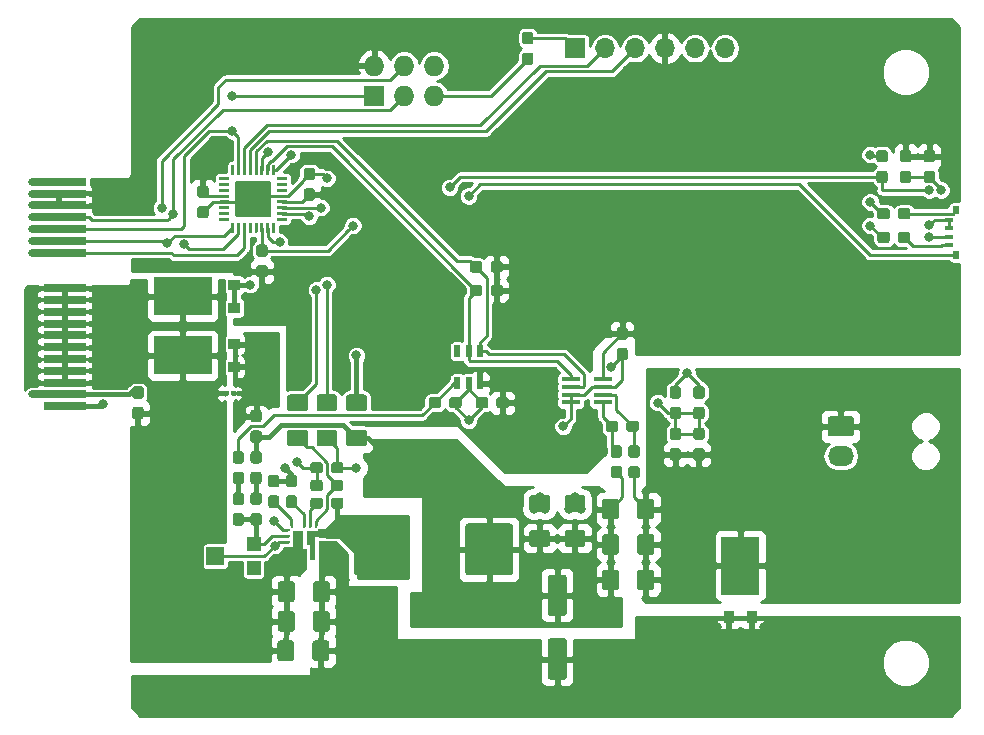
<source format=gbr>
G04 #@! TF.GenerationSoftware,KiCad,Pcbnew,5.0.2+dfsg1-1*
G04 #@! TF.CreationDate,2021-07-01T00:09:32-05:00*
G04 #@! TF.ProjectId,dcpsu-card-ahalf,64637073-752d-4636-9172-642d6168616c,v0.4*
G04 #@! TF.SameCoordinates,Original*
G04 #@! TF.FileFunction,Copper,L1,Top*
G04 #@! TF.FilePolarity,Positive*
%FSLAX46Y46*%
G04 Gerber Fmt 4.6, Leading zero omitted, Abs format (unit mm)*
G04 Created by KiCad (PCBNEW 5.0.2+dfsg1-1) date Thu 01 Jul 2021 12:09:32 AM CDT*
%MOMM*%
%LPD*%
G01*
G04 APERTURE LIST*
G04 #@! TA.AperFunction,Conductor*
%ADD10C,0.100000*%
G04 #@! TD*
G04 #@! TA.AperFunction,SMDPad,CuDef*
%ADD11C,4.050000*%
G04 #@! TD*
G04 #@! TA.AperFunction,SMDPad,CuDef*
%ADD12C,0.950000*%
G04 #@! TD*
G04 #@! TA.AperFunction,SMDPad,CuDef*
%ADD13R,0.300000X0.200000*%
G04 #@! TD*
G04 #@! TA.AperFunction,SMDPad,CuDef*
%ADD14C,0.200000*%
G04 #@! TD*
G04 #@! TA.AperFunction,SMDPad,CuDef*
%ADD15C,0.300000*%
G04 #@! TD*
G04 #@! TA.AperFunction,SMDPad,CuDef*
%ADD16R,0.260000X1.200000*%
G04 #@! TD*
G04 #@! TA.AperFunction,SMDPad,CuDef*
%ADD17R,0.200000X0.300000*%
G04 #@! TD*
G04 #@! TA.AperFunction,BGAPad,CuDef*
%ADD18C,0.200000*%
G04 #@! TD*
G04 #@! TA.AperFunction,SMDPad,CuDef*
%ADD19R,0.950000X1.000000*%
G04 #@! TD*
G04 #@! TA.AperFunction,SMDPad,CuDef*
%ADD20R,3.200000X4.900000*%
G04 #@! TD*
G04 #@! TA.AperFunction,SMDPad,CuDef*
%ADD21C,1.425000*%
G04 #@! TD*
G04 #@! TA.AperFunction,SMDPad,CuDef*
%ADD22C,0.250000*%
G04 #@! TD*
G04 #@! TA.AperFunction,SMDPad,CuDef*
%ADD23C,3.100000*%
G04 #@! TD*
G04 #@! TA.AperFunction,SMDPad,CuDef*
%ADD24R,1.560000X0.400000*%
G04 #@! TD*
G04 #@! TA.AperFunction,ComponentPad*
%ADD25O,1.700000X1.700000*%
G04 #@! TD*
G04 #@! TA.AperFunction,ComponentPad*
%ADD26R,1.700000X1.700000*%
G04 #@! TD*
G04 #@! TA.AperFunction,ComponentPad*
%ADD27R,1.727200X1.727200*%
G04 #@! TD*
G04 #@! TA.AperFunction,ComponentPad*
%ADD28O,1.727200X1.727200*%
G04 #@! TD*
G04 #@! TA.AperFunction,SMDPad,CuDef*
%ADD29R,0.800000X0.400000*%
G04 #@! TD*
G04 #@! TA.AperFunction,SMDPad,CuDef*
%ADD30R,0.630000X0.660000*%
G04 #@! TD*
G04 #@! TA.AperFunction,SMDPad,CuDef*
%ADD31R,0.550000X1.000000*%
G04 #@! TD*
G04 #@! TA.AperFunction,ConnectorPad*
%ADD32R,3.600000X0.650000*%
G04 #@! TD*
G04 #@! TA.AperFunction,ConnectorPad*
%ADD33R,4.600000X0.650000*%
G04 #@! TD*
G04 #@! TA.AperFunction,ConnectorPad*
%ADD34O,0.650000X0.650000*%
G04 #@! TD*
G04 #@! TA.AperFunction,SMDPad,CuDef*
%ADD35C,1.600000*%
G04 #@! TD*
G04 #@! TA.AperFunction,ComponentPad*
%ADD36C,1.700000*%
G04 #@! TD*
G04 #@! TA.AperFunction,ComponentPad*
%ADD37O,2.200000X1.700000*%
G04 #@! TD*
G04 #@! TA.AperFunction,SMDPad,CuDef*
%ADD38R,1.000000X0.950000*%
G04 #@! TD*
G04 #@! TA.AperFunction,SMDPad,CuDef*
%ADD39R,4.900000X3.200000*%
G04 #@! TD*
G04 #@! TA.AperFunction,SMDPad,CuDef*
%ADD40C,0.400000*%
G04 #@! TD*
G04 #@! TA.AperFunction,SMDPad,CuDef*
%ADD41R,1.500000X1.600000*%
G04 #@! TD*
G04 #@! TA.AperFunction,SMDPad,CuDef*
%ADD42R,1.200000X1.200000*%
G04 #@! TD*
G04 #@! TA.AperFunction,ViaPad*
%ADD43C,0.800000*%
G04 #@! TD*
G04 #@! TA.AperFunction,Conductor*
%ADD44C,0.250000*%
G04 #@! TD*
G04 #@! TA.AperFunction,Conductor*
%ADD45C,0.381000*%
G04 #@! TD*
G04 #@! TA.AperFunction,Conductor*
%ADD46C,0.254000*%
G04 #@! TD*
G04 APERTURE END LIST*
D10*
G04 #@! TO.N,Net-(C10-Pad1)*
G04 #@! TO.C,L1*
G36*
X121465064Y-113216521D02*
X121495729Y-113221070D01*
X121525801Y-113228603D01*
X121554990Y-113239046D01*
X121583014Y-113252301D01*
X121609605Y-113268239D01*
X121634505Y-113286706D01*
X121657475Y-113307525D01*
X121678294Y-113330495D01*
X121696761Y-113355395D01*
X121712699Y-113381986D01*
X121725954Y-113410010D01*
X121736397Y-113439199D01*
X121743930Y-113469271D01*
X121748479Y-113499936D01*
X121750000Y-113530900D01*
X121750000Y-117299100D01*
X121748479Y-117330064D01*
X121743930Y-117360729D01*
X121736397Y-117390801D01*
X121725954Y-117419990D01*
X121712699Y-117448014D01*
X121696761Y-117474605D01*
X121678294Y-117499505D01*
X121657475Y-117522475D01*
X121634505Y-117543294D01*
X121609605Y-117561761D01*
X121583014Y-117577699D01*
X121554990Y-117590954D01*
X121525801Y-117601397D01*
X121495729Y-117608930D01*
X121465064Y-117613479D01*
X121434100Y-117615000D01*
X118015900Y-117615000D01*
X117984936Y-117613479D01*
X117954271Y-117608930D01*
X117924199Y-117601397D01*
X117895010Y-117590954D01*
X117866986Y-117577699D01*
X117840395Y-117561761D01*
X117815495Y-117543294D01*
X117792525Y-117522475D01*
X117771706Y-117499505D01*
X117753239Y-117474605D01*
X117737301Y-117448014D01*
X117724046Y-117419990D01*
X117713603Y-117390801D01*
X117706070Y-117360729D01*
X117701521Y-117330064D01*
X117700000Y-117299100D01*
X117700000Y-113530900D01*
X117701521Y-113499936D01*
X117706070Y-113469271D01*
X117713603Y-113439199D01*
X117724046Y-113410010D01*
X117737301Y-113381986D01*
X117753239Y-113355395D01*
X117771706Y-113330495D01*
X117792525Y-113307525D01*
X117815495Y-113286706D01*
X117840395Y-113268239D01*
X117866986Y-113252301D01*
X117895010Y-113239046D01*
X117924199Y-113228603D01*
X117954271Y-113221070D01*
X117984936Y-113216521D01*
X118015900Y-113215000D01*
X121434100Y-113215000D01*
X121465064Y-113216521D01*
X121465064Y-113216521D01*
G37*
D11*
G04 #@! TD*
G04 #@! TO.P,L1,2*
G04 #@! TO.N,Net-(C10-Pad1)*
X119725000Y-115415000D03*
D10*
G04 #@! TO.N,Net-(C5-Pad2)*
G04 #@! TO.C,L1*
G36*
X112015064Y-113216521D02*
X112045729Y-113221070D01*
X112075801Y-113228603D01*
X112104990Y-113239046D01*
X112133014Y-113252301D01*
X112159605Y-113268239D01*
X112184505Y-113286706D01*
X112207475Y-113307525D01*
X112228294Y-113330495D01*
X112246761Y-113355395D01*
X112262699Y-113381986D01*
X112275954Y-113410010D01*
X112286397Y-113439199D01*
X112293930Y-113469271D01*
X112298479Y-113499936D01*
X112300000Y-113530900D01*
X112300000Y-117299100D01*
X112298479Y-117330064D01*
X112293930Y-117360729D01*
X112286397Y-117390801D01*
X112275954Y-117419990D01*
X112262699Y-117448014D01*
X112246761Y-117474605D01*
X112228294Y-117499505D01*
X112207475Y-117522475D01*
X112184505Y-117543294D01*
X112159605Y-117561761D01*
X112133014Y-117577699D01*
X112104990Y-117590954D01*
X112075801Y-117601397D01*
X112045729Y-117608930D01*
X112015064Y-117613479D01*
X111984100Y-117615000D01*
X108565900Y-117615000D01*
X108534936Y-117613479D01*
X108504271Y-117608930D01*
X108474199Y-117601397D01*
X108445010Y-117590954D01*
X108416986Y-117577699D01*
X108390395Y-117561761D01*
X108365495Y-117543294D01*
X108342525Y-117522475D01*
X108321706Y-117499505D01*
X108303239Y-117474605D01*
X108287301Y-117448014D01*
X108274046Y-117419990D01*
X108263603Y-117390801D01*
X108256070Y-117360729D01*
X108251521Y-117330064D01*
X108250000Y-117299100D01*
X108250000Y-113530900D01*
X108251521Y-113499936D01*
X108256070Y-113469271D01*
X108263603Y-113439199D01*
X108274046Y-113410010D01*
X108287301Y-113381986D01*
X108303239Y-113355395D01*
X108321706Y-113330495D01*
X108342525Y-113307525D01*
X108365495Y-113286706D01*
X108390395Y-113268239D01*
X108416986Y-113252301D01*
X108445010Y-113239046D01*
X108474199Y-113228603D01*
X108504271Y-113221070D01*
X108534936Y-113216521D01*
X108565900Y-113215000D01*
X111984100Y-113215000D01*
X112015064Y-113216521D01*
X112015064Y-113216521D01*
G37*
D11*
G04 #@! TD*
G04 #@! TO.P,L1,1*
G04 #@! TO.N,Net-(C5-Pad2)*
X110275000Y-115415000D03*
D10*
G04 #@! TO.N,/~RESET*
G04 #@! TO.C,R1*
G36*
X100760779Y-89601144D02*
X100783834Y-89604563D01*
X100806443Y-89610227D01*
X100828387Y-89618079D01*
X100849457Y-89628044D01*
X100869448Y-89640026D01*
X100888168Y-89653910D01*
X100905438Y-89669562D01*
X100921090Y-89686832D01*
X100934974Y-89705552D01*
X100946956Y-89725543D01*
X100956921Y-89746613D01*
X100964773Y-89768557D01*
X100970437Y-89791166D01*
X100973856Y-89814221D01*
X100975000Y-89837500D01*
X100975000Y-90412500D01*
X100973856Y-90435779D01*
X100970437Y-90458834D01*
X100964773Y-90481443D01*
X100956921Y-90503387D01*
X100946956Y-90524457D01*
X100934974Y-90544448D01*
X100921090Y-90563168D01*
X100905438Y-90580438D01*
X100888168Y-90596090D01*
X100869448Y-90609974D01*
X100849457Y-90621956D01*
X100828387Y-90631921D01*
X100806443Y-90639773D01*
X100783834Y-90645437D01*
X100760779Y-90648856D01*
X100737500Y-90650000D01*
X100262500Y-90650000D01*
X100239221Y-90648856D01*
X100216166Y-90645437D01*
X100193557Y-90639773D01*
X100171613Y-90631921D01*
X100150543Y-90621956D01*
X100130552Y-90609974D01*
X100111832Y-90596090D01*
X100094562Y-90580438D01*
X100078910Y-90563168D01*
X100065026Y-90544448D01*
X100053044Y-90524457D01*
X100043079Y-90503387D01*
X100035227Y-90481443D01*
X100029563Y-90458834D01*
X100026144Y-90435779D01*
X100025000Y-90412500D01*
X100025000Y-89837500D01*
X100026144Y-89814221D01*
X100029563Y-89791166D01*
X100035227Y-89768557D01*
X100043079Y-89746613D01*
X100053044Y-89725543D01*
X100065026Y-89705552D01*
X100078910Y-89686832D01*
X100094562Y-89669562D01*
X100111832Y-89653910D01*
X100130552Y-89640026D01*
X100150543Y-89628044D01*
X100171613Y-89618079D01*
X100193557Y-89610227D01*
X100216166Y-89604563D01*
X100239221Y-89601144D01*
X100262500Y-89600000D01*
X100737500Y-89600000D01*
X100760779Y-89601144D01*
X100760779Y-89601144D01*
G37*
D12*
G04 #@! TD*
G04 #@! TO.P,R1,2*
G04 #@! TO.N,/~RESET*
X100500000Y-90125000D03*
D10*
G04 #@! TO.N,+5V*
G04 #@! TO.C,R1*
G36*
X100760779Y-91351144D02*
X100783834Y-91354563D01*
X100806443Y-91360227D01*
X100828387Y-91368079D01*
X100849457Y-91378044D01*
X100869448Y-91390026D01*
X100888168Y-91403910D01*
X100905438Y-91419562D01*
X100921090Y-91436832D01*
X100934974Y-91455552D01*
X100946956Y-91475543D01*
X100956921Y-91496613D01*
X100964773Y-91518557D01*
X100970437Y-91541166D01*
X100973856Y-91564221D01*
X100975000Y-91587500D01*
X100975000Y-92162500D01*
X100973856Y-92185779D01*
X100970437Y-92208834D01*
X100964773Y-92231443D01*
X100956921Y-92253387D01*
X100946956Y-92274457D01*
X100934974Y-92294448D01*
X100921090Y-92313168D01*
X100905438Y-92330438D01*
X100888168Y-92346090D01*
X100869448Y-92359974D01*
X100849457Y-92371956D01*
X100828387Y-92381921D01*
X100806443Y-92389773D01*
X100783834Y-92395437D01*
X100760779Y-92398856D01*
X100737500Y-92400000D01*
X100262500Y-92400000D01*
X100239221Y-92398856D01*
X100216166Y-92395437D01*
X100193557Y-92389773D01*
X100171613Y-92381921D01*
X100150543Y-92371956D01*
X100130552Y-92359974D01*
X100111832Y-92346090D01*
X100094562Y-92330438D01*
X100078910Y-92313168D01*
X100065026Y-92294448D01*
X100053044Y-92274457D01*
X100043079Y-92253387D01*
X100035227Y-92231443D01*
X100029563Y-92208834D01*
X100026144Y-92185779D01*
X100025000Y-92162500D01*
X100025000Y-91587500D01*
X100026144Y-91564221D01*
X100029563Y-91541166D01*
X100035227Y-91518557D01*
X100043079Y-91496613D01*
X100053044Y-91475543D01*
X100065026Y-91455552D01*
X100078910Y-91436832D01*
X100094562Y-91419562D01*
X100111832Y-91403910D01*
X100130552Y-91390026D01*
X100150543Y-91378044D01*
X100171613Y-91368079D01*
X100193557Y-91360227D01*
X100216166Y-91354563D01*
X100239221Y-91351144D01*
X100262500Y-91350000D01*
X100737500Y-91350000D01*
X100760779Y-91351144D01*
X100760779Y-91351144D01*
G37*
D12*
G04 #@! TD*
G04 #@! TO.P,R1,1*
G04 #@! TO.N,+5V*
X100500000Y-91875000D03*
D13*
G04 #@! TO.P,U2,1*
G04 #@! TO.N,Net-(R26-Pad1)*
X102690000Y-113780000D03*
G04 #@! TO.P,U2,2*
G04 #@! TO.N,Net-(POT1-Pad3)*
X102690000Y-114280000D03*
G04 #@! TO.P,U2,3*
G04 #@! TO.N,GND*
X102690000Y-114780000D03*
D14*
G04 #@! TO.P,U2,4*
G04 #@! TO.N,+24V*
X102690000Y-115280000D03*
D10*
G04 #@! TD*
G04 #@! TO.N,+24V*
G04 #@! TO.C,U2*
G36*
X103985000Y-115380000D02*
X104280000Y-115380000D01*
X104280000Y-116280000D01*
X102930000Y-116280000D01*
X102930000Y-115880000D01*
X102540000Y-115880000D01*
X102540000Y-115680000D01*
X102930000Y-115680000D01*
X102930000Y-115380000D01*
X102540000Y-115380000D01*
X102540000Y-115180000D01*
X103085000Y-115180000D01*
X103085000Y-113825000D01*
X103985000Y-113825000D01*
X103985000Y-115380000D01*
X103985000Y-115380000D01*
G37*
D15*
G04 #@! TO.P,U2,9*
G04 #@! TO.N,Net-(C5-Pad2)*
X104800000Y-116130000D03*
D10*
G04 #@! TD*
G04 #@! TO.N,Net-(C5-Pad2)*
G04 #@! TO.C,U2*
G36*
X105540000Y-114380000D02*
X105000000Y-114380000D01*
X105000000Y-116280000D01*
X104600000Y-116280000D01*
X104600000Y-115060000D01*
X104310000Y-115060000D01*
X104310000Y-113820000D01*
X105240000Y-113820000D01*
X105240000Y-113680000D01*
X105540000Y-113680000D01*
X105540000Y-114380000D01*
X105540000Y-114380000D01*
G37*
D16*
G04 #@! TO.P,U2,11*
G04 #@! TO.N,GND*
X105410000Y-115280000D03*
D17*
G04 #@! TO.P,U2,15*
G04 #@! TO.N,Net-(R2-Pad1)*
X105040000Y-113430000D03*
G04 #@! TO.P,U2,16*
G04 #@! TO.N,Net-(C5-Pad1)*
X104540000Y-113430000D03*
G04 #@! TO.P,U2,17*
G04 #@! TO.N,Net-(C2-Pad2)*
X104040000Y-113430000D03*
G04 #@! TO.P,U2,18*
G04 #@! TO.N,Net-(C4-Pad1)*
X103040000Y-113430000D03*
D18*
G04 #@! TO.P,U2,5*
G04 #@! TO.N,+24V*
X102690000Y-115780000D03*
G04 #@! TO.P,U2,13*
G04 #@! TO.N,Net-(C5-Pad2)*
X105390000Y-114230000D03*
G04 #@! TO.P,U2,14*
X105390000Y-113830000D03*
G04 #@! TO.P,U2,10*
G04 #@! TO.N,GND*
X105410000Y-115760000D03*
G04 #@! TO.P,U2,12*
X105410000Y-114800000D03*
G04 #@! TO.P,U2,6*
G04 #@! TO.N,+24V*
X103040000Y-116130000D03*
G04 #@! TO.P,U2,7*
X103590000Y-116130000D03*
G04 #@! TO.P,U2,8*
X104140000Y-116130000D03*
G04 #@! TD*
D10*
G04 #@! TO.N,Net-(C16-Pad1)*
G04 #@! TO.C,R20*
G36*
X98760779Y-107101144D02*
X98783834Y-107104563D01*
X98806443Y-107110227D01*
X98828387Y-107118079D01*
X98849457Y-107128044D01*
X98869448Y-107140026D01*
X98888168Y-107153910D01*
X98905438Y-107169562D01*
X98921090Y-107186832D01*
X98934974Y-107205552D01*
X98946956Y-107225543D01*
X98956921Y-107246613D01*
X98964773Y-107268557D01*
X98970437Y-107291166D01*
X98973856Y-107314221D01*
X98975000Y-107337500D01*
X98975000Y-107912500D01*
X98973856Y-107935779D01*
X98970437Y-107958834D01*
X98964773Y-107981443D01*
X98956921Y-108003387D01*
X98946956Y-108024457D01*
X98934974Y-108044448D01*
X98921090Y-108063168D01*
X98905438Y-108080438D01*
X98888168Y-108096090D01*
X98869448Y-108109974D01*
X98849457Y-108121956D01*
X98828387Y-108131921D01*
X98806443Y-108139773D01*
X98783834Y-108145437D01*
X98760779Y-108148856D01*
X98737500Y-108150000D01*
X98262500Y-108150000D01*
X98239221Y-108148856D01*
X98216166Y-108145437D01*
X98193557Y-108139773D01*
X98171613Y-108131921D01*
X98150543Y-108121956D01*
X98130552Y-108109974D01*
X98111832Y-108096090D01*
X98094562Y-108080438D01*
X98078910Y-108063168D01*
X98065026Y-108044448D01*
X98053044Y-108024457D01*
X98043079Y-108003387D01*
X98035227Y-107981443D01*
X98029563Y-107958834D01*
X98026144Y-107935779D01*
X98025000Y-107912500D01*
X98025000Y-107337500D01*
X98026144Y-107314221D01*
X98029563Y-107291166D01*
X98035227Y-107268557D01*
X98043079Y-107246613D01*
X98053044Y-107225543D01*
X98065026Y-107205552D01*
X98078910Y-107186832D01*
X98094562Y-107169562D01*
X98111832Y-107153910D01*
X98130552Y-107140026D01*
X98150543Y-107128044D01*
X98171613Y-107118079D01*
X98193557Y-107110227D01*
X98216166Y-107104563D01*
X98239221Y-107101144D01*
X98262500Y-107100000D01*
X98737500Y-107100000D01*
X98760779Y-107101144D01*
X98760779Y-107101144D01*
G37*
D12*
G04 #@! TD*
G04 #@! TO.P,R20,2*
G04 #@! TO.N,Net-(C16-Pad1)*
X98500000Y-107625000D03*
D10*
G04 #@! TO.N,Net-(R20-Pad1)*
G04 #@! TO.C,R20*
G36*
X98760779Y-108851144D02*
X98783834Y-108854563D01*
X98806443Y-108860227D01*
X98828387Y-108868079D01*
X98849457Y-108878044D01*
X98869448Y-108890026D01*
X98888168Y-108903910D01*
X98905438Y-108919562D01*
X98921090Y-108936832D01*
X98934974Y-108955552D01*
X98946956Y-108975543D01*
X98956921Y-108996613D01*
X98964773Y-109018557D01*
X98970437Y-109041166D01*
X98973856Y-109064221D01*
X98975000Y-109087500D01*
X98975000Y-109662500D01*
X98973856Y-109685779D01*
X98970437Y-109708834D01*
X98964773Y-109731443D01*
X98956921Y-109753387D01*
X98946956Y-109774457D01*
X98934974Y-109794448D01*
X98921090Y-109813168D01*
X98905438Y-109830438D01*
X98888168Y-109846090D01*
X98869448Y-109859974D01*
X98849457Y-109871956D01*
X98828387Y-109881921D01*
X98806443Y-109889773D01*
X98783834Y-109895437D01*
X98760779Y-109898856D01*
X98737500Y-109900000D01*
X98262500Y-109900000D01*
X98239221Y-109898856D01*
X98216166Y-109895437D01*
X98193557Y-109889773D01*
X98171613Y-109881921D01*
X98150543Y-109871956D01*
X98130552Y-109859974D01*
X98111832Y-109846090D01*
X98094562Y-109830438D01*
X98078910Y-109813168D01*
X98065026Y-109794448D01*
X98053044Y-109774457D01*
X98043079Y-109753387D01*
X98035227Y-109731443D01*
X98029563Y-109708834D01*
X98026144Y-109685779D01*
X98025000Y-109662500D01*
X98025000Y-109087500D01*
X98026144Y-109064221D01*
X98029563Y-109041166D01*
X98035227Y-109018557D01*
X98043079Y-108996613D01*
X98053044Y-108975543D01*
X98065026Y-108955552D01*
X98078910Y-108936832D01*
X98094562Y-108919562D01*
X98111832Y-108903910D01*
X98130552Y-108890026D01*
X98150543Y-108878044D01*
X98171613Y-108868079D01*
X98193557Y-108860227D01*
X98216166Y-108854563D01*
X98239221Y-108851144D01*
X98262500Y-108850000D01*
X98737500Y-108850000D01*
X98760779Y-108851144D01*
X98760779Y-108851144D01*
G37*
D12*
G04 #@! TD*
G04 #@! TO.P,R20,1*
G04 #@! TO.N,Net-(R20-Pad1)*
X98500000Y-109375000D03*
D10*
G04 #@! TO.N,Net-(C3-Pad2)*
G04 #@! TO.C,C3*
G36*
X123260779Y-71601144D02*
X123283834Y-71604563D01*
X123306443Y-71610227D01*
X123328387Y-71618079D01*
X123349457Y-71628044D01*
X123369448Y-71640026D01*
X123388168Y-71653910D01*
X123405438Y-71669562D01*
X123421090Y-71686832D01*
X123434974Y-71705552D01*
X123446956Y-71725543D01*
X123456921Y-71746613D01*
X123464773Y-71768557D01*
X123470437Y-71791166D01*
X123473856Y-71814221D01*
X123475000Y-71837500D01*
X123475000Y-72412500D01*
X123473856Y-72435779D01*
X123470437Y-72458834D01*
X123464773Y-72481443D01*
X123456921Y-72503387D01*
X123446956Y-72524457D01*
X123434974Y-72544448D01*
X123421090Y-72563168D01*
X123405438Y-72580438D01*
X123388168Y-72596090D01*
X123369448Y-72609974D01*
X123349457Y-72621956D01*
X123328387Y-72631921D01*
X123306443Y-72639773D01*
X123283834Y-72645437D01*
X123260779Y-72648856D01*
X123237500Y-72650000D01*
X122762500Y-72650000D01*
X122739221Y-72648856D01*
X122716166Y-72645437D01*
X122693557Y-72639773D01*
X122671613Y-72631921D01*
X122650543Y-72621956D01*
X122630552Y-72609974D01*
X122611832Y-72596090D01*
X122594562Y-72580438D01*
X122578910Y-72563168D01*
X122565026Y-72544448D01*
X122553044Y-72524457D01*
X122543079Y-72503387D01*
X122535227Y-72481443D01*
X122529563Y-72458834D01*
X122526144Y-72435779D01*
X122525000Y-72412500D01*
X122525000Y-71837500D01*
X122526144Y-71814221D01*
X122529563Y-71791166D01*
X122535227Y-71768557D01*
X122543079Y-71746613D01*
X122553044Y-71725543D01*
X122565026Y-71705552D01*
X122578910Y-71686832D01*
X122594562Y-71669562D01*
X122611832Y-71653910D01*
X122630552Y-71640026D01*
X122650543Y-71628044D01*
X122671613Y-71618079D01*
X122693557Y-71610227D01*
X122716166Y-71604563D01*
X122739221Y-71601144D01*
X122762500Y-71600000D01*
X123237500Y-71600000D01*
X123260779Y-71601144D01*
X123260779Y-71601144D01*
G37*
D12*
G04 #@! TD*
G04 #@! TO.P,C3,2*
G04 #@! TO.N,Net-(C3-Pad2)*
X123000000Y-72125000D03*
D10*
G04 #@! TO.N,/~RESET*
G04 #@! TO.C,C3*
G36*
X123260779Y-73351144D02*
X123283834Y-73354563D01*
X123306443Y-73360227D01*
X123328387Y-73368079D01*
X123349457Y-73378044D01*
X123369448Y-73390026D01*
X123388168Y-73403910D01*
X123405438Y-73419562D01*
X123421090Y-73436832D01*
X123434974Y-73455552D01*
X123446956Y-73475543D01*
X123456921Y-73496613D01*
X123464773Y-73518557D01*
X123470437Y-73541166D01*
X123473856Y-73564221D01*
X123475000Y-73587500D01*
X123475000Y-74162500D01*
X123473856Y-74185779D01*
X123470437Y-74208834D01*
X123464773Y-74231443D01*
X123456921Y-74253387D01*
X123446956Y-74274457D01*
X123434974Y-74294448D01*
X123421090Y-74313168D01*
X123405438Y-74330438D01*
X123388168Y-74346090D01*
X123369448Y-74359974D01*
X123349457Y-74371956D01*
X123328387Y-74381921D01*
X123306443Y-74389773D01*
X123283834Y-74395437D01*
X123260779Y-74398856D01*
X123237500Y-74400000D01*
X122762500Y-74400000D01*
X122739221Y-74398856D01*
X122716166Y-74395437D01*
X122693557Y-74389773D01*
X122671613Y-74381921D01*
X122650543Y-74371956D01*
X122630552Y-74359974D01*
X122611832Y-74346090D01*
X122594562Y-74330438D01*
X122578910Y-74313168D01*
X122565026Y-74294448D01*
X122553044Y-74274457D01*
X122543079Y-74253387D01*
X122535227Y-74231443D01*
X122529563Y-74208834D01*
X122526144Y-74185779D01*
X122525000Y-74162500D01*
X122525000Y-73587500D01*
X122526144Y-73564221D01*
X122529563Y-73541166D01*
X122535227Y-73518557D01*
X122543079Y-73496613D01*
X122553044Y-73475543D01*
X122565026Y-73455552D01*
X122578910Y-73436832D01*
X122594562Y-73419562D01*
X122611832Y-73403910D01*
X122630552Y-73390026D01*
X122650543Y-73378044D01*
X122671613Y-73368079D01*
X122693557Y-73360227D01*
X122716166Y-73354563D01*
X122739221Y-73351144D01*
X122762500Y-73350000D01*
X123237500Y-73350000D01*
X123260779Y-73351144D01*
X123260779Y-73351144D01*
G37*
D12*
G04 #@! TD*
G04 #@! TO.P,C3,1*
G04 #@! TO.N,/~RESET*
X123000000Y-73875000D03*
D10*
G04 #@! TO.N,Net-(C5-Pad2)*
G04 #@! TO.C,C5*
G36*
X107185779Y-111026144D02*
X107208834Y-111029563D01*
X107231443Y-111035227D01*
X107253387Y-111043079D01*
X107274457Y-111053044D01*
X107294448Y-111065026D01*
X107313168Y-111078910D01*
X107330438Y-111094562D01*
X107346090Y-111111832D01*
X107359974Y-111130552D01*
X107371956Y-111150543D01*
X107381921Y-111171613D01*
X107389773Y-111193557D01*
X107395437Y-111216166D01*
X107398856Y-111239221D01*
X107400000Y-111262500D01*
X107400000Y-111737500D01*
X107398856Y-111760779D01*
X107395437Y-111783834D01*
X107389773Y-111806443D01*
X107381921Y-111828387D01*
X107371956Y-111849457D01*
X107359974Y-111869448D01*
X107346090Y-111888168D01*
X107330438Y-111905438D01*
X107313168Y-111921090D01*
X107294448Y-111934974D01*
X107274457Y-111946956D01*
X107253387Y-111956921D01*
X107231443Y-111964773D01*
X107208834Y-111970437D01*
X107185779Y-111973856D01*
X107162500Y-111975000D01*
X106587500Y-111975000D01*
X106564221Y-111973856D01*
X106541166Y-111970437D01*
X106518557Y-111964773D01*
X106496613Y-111956921D01*
X106475543Y-111946956D01*
X106455552Y-111934974D01*
X106436832Y-111921090D01*
X106419562Y-111905438D01*
X106403910Y-111888168D01*
X106390026Y-111869448D01*
X106378044Y-111849457D01*
X106368079Y-111828387D01*
X106360227Y-111806443D01*
X106354563Y-111783834D01*
X106351144Y-111760779D01*
X106350000Y-111737500D01*
X106350000Y-111262500D01*
X106351144Y-111239221D01*
X106354563Y-111216166D01*
X106360227Y-111193557D01*
X106368079Y-111171613D01*
X106378044Y-111150543D01*
X106390026Y-111130552D01*
X106403910Y-111111832D01*
X106419562Y-111094562D01*
X106436832Y-111078910D01*
X106455552Y-111065026D01*
X106475543Y-111053044D01*
X106496613Y-111043079D01*
X106518557Y-111035227D01*
X106541166Y-111029563D01*
X106564221Y-111026144D01*
X106587500Y-111025000D01*
X107162500Y-111025000D01*
X107185779Y-111026144D01*
X107185779Y-111026144D01*
G37*
D12*
G04 #@! TD*
G04 #@! TO.P,C5,2*
G04 #@! TO.N,Net-(C5-Pad2)*
X106875000Y-111500000D03*
D10*
G04 #@! TO.N,Net-(C5-Pad1)*
G04 #@! TO.C,C5*
G36*
X105435779Y-111026144D02*
X105458834Y-111029563D01*
X105481443Y-111035227D01*
X105503387Y-111043079D01*
X105524457Y-111053044D01*
X105544448Y-111065026D01*
X105563168Y-111078910D01*
X105580438Y-111094562D01*
X105596090Y-111111832D01*
X105609974Y-111130552D01*
X105621956Y-111150543D01*
X105631921Y-111171613D01*
X105639773Y-111193557D01*
X105645437Y-111216166D01*
X105648856Y-111239221D01*
X105650000Y-111262500D01*
X105650000Y-111737500D01*
X105648856Y-111760779D01*
X105645437Y-111783834D01*
X105639773Y-111806443D01*
X105631921Y-111828387D01*
X105621956Y-111849457D01*
X105609974Y-111869448D01*
X105596090Y-111888168D01*
X105580438Y-111905438D01*
X105563168Y-111921090D01*
X105544448Y-111934974D01*
X105524457Y-111946956D01*
X105503387Y-111956921D01*
X105481443Y-111964773D01*
X105458834Y-111970437D01*
X105435779Y-111973856D01*
X105412500Y-111975000D01*
X104837500Y-111975000D01*
X104814221Y-111973856D01*
X104791166Y-111970437D01*
X104768557Y-111964773D01*
X104746613Y-111956921D01*
X104725543Y-111946956D01*
X104705552Y-111934974D01*
X104686832Y-111921090D01*
X104669562Y-111905438D01*
X104653910Y-111888168D01*
X104640026Y-111869448D01*
X104628044Y-111849457D01*
X104618079Y-111828387D01*
X104610227Y-111806443D01*
X104604563Y-111783834D01*
X104601144Y-111760779D01*
X104600000Y-111737500D01*
X104600000Y-111262500D01*
X104601144Y-111239221D01*
X104604563Y-111216166D01*
X104610227Y-111193557D01*
X104618079Y-111171613D01*
X104628044Y-111150543D01*
X104640026Y-111130552D01*
X104653910Y-111111832D01*
X104669562Y-111094562D01*
X104686832Y-111078910D01*
X104705552Y-111065026D01*
X104725543Y-111053044D01*
X104746613Y-111043079D01*
X104768557Y-111035227D01*
X104791166Y-111029563D01*
X104814221Y-111026144D01*
X104837500Y-111025000D01*
X105412500Y-111025000D01*
X105435779Y-111026144D01*
X105435779Y-111026144D01*
G37*
D12*
G04 #@! TD*
G04 #@! TO.P,C5,1*
G04 #@! TO.N,Net-(C5-Pad1)*
X105125000Y-111500000D03*
D10*
G04 #@! TO.N,Net-(C14-Pad2)*
G04 #@! TO.C,C14*
G36*
X132185779Y-104526144D02*
X132208834Y-104529563D01*
X132231443Y-104535227D01*
X132253387Y-104543079D01*
X132274457Y-104553044D01*
X132294448Y-104565026D01*
X132313168Y-104578910D01*
X132330438Y-104594562D01*
X132346090Y-104611832D01*
X132359974Y-104630552D01*
X132371956Y-104650543D01*
X132381921Y-104671613D01*
X132389773Y-104693557D01*
X132395437Y-104716166D01*
X132398856Y-104739221D01*
X132400000Y-104762500D01*
X132400000Y-105237500D01*
X132398856Y-105260779D01*
X132395437Y-105283834D01*
X132389773Y-105306443D01*
X132381921Y-105328387D01*
X132371956Y-105349457D01*
X132359974Y-105369448D01*
X132346090Y-105388168D01*
X132330438Y-105405438D01*
X132313168Y-105421090D01*
X132294448Y-105434974D01*
X132274457Y-105446956D01*
X132253387Y-105456921D01*
X132231443Y-105464773D01*
X132208834Y-105470437D01*
X132185779Y-105473856D01*
X132162500Y-105475000D01*
X131587500Y-105475000D01*
X131564221Y-105473856D01*
X131541166Y-105470437D01*
X131518557Y-105464773D01*
X131496613Y-105456921D01*
X131475543Y-105446956D01*
X131455552Y-105434974D01*
X131436832Y-105421090D01*
X131419562Y-105405438D01*
X131403910Y-105388168D01*
X131390026Y-105369448D01*
X131378044Y-105349457D01*
X131368079Y-105328387D01*
X131360227Y-105306443D01*
X131354563Y-105283834D01*
X131351144Y-105260779D01*
X131350000Y-105237500D01*
X131350000Y-104762500D01*
X131351144Y-104739221D01*
X131354563Y-104716166D01*
X131360227Y-104693557D01*
X131368079Y-104671613D01*
X131378044Y-104650543D01*
X131390026Y-104630552D01*
X131403910Y-104611832D01*
X131419562Y-104594562D01*
X131436832Y-104578910D01*
X131455552Y-104565026D01*
X131475543Y-104553044D01*
X131496613Y-104543079D01*
X131518557Y-104535227D01*
X131541166Y-104529563D01*
X131564221Y-104526144D01*
X131587500Y-104525000D01*
X132162500Y-104525000D01*
X132185779Y-104526144D01*
X132185779Y-104526144D01*
G37*
D12*
G04 #@! TD*
G04 #@! TO.P,C14,2*
G04 #@! TO.N,Net-(C14-Pad2)*
X131875000Y-105000000D03*
D10*
G04 #@! TO.N,Net-(C14-Pad1)*
G04 #@! TO.C,C14*
G36*
X130435779Y-104526144D02*
X130458834Y-104529563D01*
X130481443Y-104535227D01*
X130503387Y-104543079D01*
X130524457Y-104553044D01*
X130544448Y-104565026D01*
X130563168Y-104578910D01*
X130580438Y-104594562D01*
X130596090Y-104611832D01*
X130609974Y-104630552D01*
X130621956Y-104650543D01*
X130631921Y-104671613D01*
X130639773Y-104693557D01*
X130645437Y-104716166D01*
X130648856Y-104739221D01*
X130650000Y-104762500D01*
X130650000Y-105237500D01*
X130648856Y-105260779D01*
X130645437Y-105283834D01*
X130639773Y-105306443D01*
X130631921Y-105328387D01*
X130621956Y-105349457D01*
X130609974Y-105369448D01*
X130596090Y-105388168D01*
X130580438Y-105405438D01*
X130563168Y-105421090D01*
X130544448Y-105434974D01*
X130524457Y-105446956D01*
X130503387Y-105456921D01*
X130481443Y-105464773D01*
X130458834Y-105470437D01*
X130435779Y-105473856D01*
X130412500Y-105475000D01*
X129837500Y-105475000D01*
X129814221Y-105473856D01*
X129791166Y-105470437D01*
X129768557Y-105464773D01*
X129746613Y-105456921D01*
X129725543Y-105446956D01*
X129705552Y-105434974D01*
X129686832Y-105421090D01*
X129669562Y-105405438D01*
X129653910Y-105388168D01*
X129640026Y-105369448D01*
X129628044Y-105349457D01*
X129618079Y-105328387D01*
X129610227Y-105306443D01*
X129604563Y-105283834D01*
X129601144Y-105260779D01*
X129600000Y-105237500D01*
X129600000Y-104762500D01*
X129601144Y-104739221D01*
X129604563Y-104716166D01*
X129610227Y-104693557D01*
X129618079Y-104671613D01*
X129628044Y-104650543D01*
X129640026Y-104630552D01*
X129653910Y-104611832D01*
X129669562Y-104594562D01*
X129686832Y-104578910D01*
X129705552Y-104565026D01*
X129725543Y-104553044D01*
X129746613Y-104543079D01*
X129768557Y-104535227D01*
X129791166Y-104529563D01*
X129814221Y-104526144D01*
X129837500Y-104525000D01*
X130412500Y-104525000D01*
X130435779Y-104526144D01*
X130435779Y-104526144D01*
G37*
D12*
G04 #@! TD*
G04 #@! TO.P,C14,1*
G04 #@! TO.N,Net-(C14-Pad1)*
X130125000Y-105000000D03*
D19*
G04 #@! TO.P,D1,2*
G04 #@! TO.N,GND*
X141970000Y-121150000D03*
D20*
G04 #@! TO.P,D1,1*
G04 #@! TO.N,Net-(D1-Pad1)*
X141000000Y-116800000D03*
D19*
G04 #@! TO.P,D1,2*
G04 #@! TO.N,GND*
X140030000Y-121150000D03*
G04 #@! TD*
D10*
G04 #@! TO.N,+5V*
G04 #@! TO.C,C1*
G36*
X104760779Y-84851144D02*
X104783834Y-84854563D01*
X104806443Y-84860227D01*
X104828387Y-84868079D01*
X104849457Y-84878044D01*
X104869448Y-84890026D01*
X104888168Y-84903910D01*
X104905438Y-84919562D01*
X104921090Y-84936832D01*
X104934974Y-84955552D01*
X104946956Y-84975543D01*
X104956921Y-84996613D01*
X104964773Y-85018557D01*
X104970437Y-85041166D01*
X104973856Y-85064221D01*
X104975000Y-85087500D01*
X104975000Y-85662500D01*
X104973856Y-85685779D01*
X104970437Y-85708834D01*
X104964773Y-85731443D01*
X104956921Y-85753387D01*
X104946956Y-85774457D01*
X104934974Y-85794448D01*
X104921090Y-85813168D01*
X104905438Y-85830438D01*
X104888168Y-85846090D01*
X104869448Y-85859974D01*
X104849457Y-85871956D01*
X104828387Y-85881921D01*
X104806443Y-85889773D01*
X104783834Y-85895437D01*
X104760779Y-85898856D01*
X104737500Y-85900000D01*
X104262500Y-85900000D01*
X104239221Y-85898856D01*
X104216166Y-85895437D01*
X104193557Y-85889773D01*
X104171613Y-85881921D01*
X104150543Y-85871956D01*
X104130552Y-85859974D01*
X104111832Y-85846090D01*
X104094562Y-85830438D01*
X104078910Y-85813168D01*
X104065026Y-85794448D01*
X104053044Y-85774457D01*
X104043079Y-85753387D01*
X104035227Y-85731443D01*
X104029563Y-85708834D01*
X104026144Y-85685779D01*
X104025000Y-85662500D01*
X104025000Y-85087500D01*
X104026144Y-85064221D01*
X104029563Y-85041166D01*
X104035227Y-85018557D01*
X104043079Y-84996613D01*
X104053044Y-84975543D01*
X104065026Y-84955552D01*
X104078910Y-84936832D01*
X104094562Y-84919562D01*
X104111832Y-84903910D01*
X104130552Y-84890026D01*
X104150543Y-84878044D01*
X104171613Y-84868079D01*
X104193557Y-84860227D01*
X104216166Y-84854563D01*
X104239221Y-84851144D01*
X104262500Y-84850000D01*
X104737500Y-84850000D01*
X104760779Y-84851144D01*
X104760779Y-84851144D01*
G37*
D12*
G04 #@! TD*
G04 #@! TO.P,C1,2*
G04 #@! TO.N,+5V*
X104500000Y-85375000D03*
D10*
G04 #@! TO.N,GND*
G04 #@! TO.C,C1*
G36*
X104760779Y-83101144D02*
X104783834Y-83104563D01*
X104806443Y-83110227D01*
X104828387Y-83118079D01*
X104849457Y-83128044D01*
X104869448Y-83140026D01*
X104888168Y-83153910D01*
X104905438Y-83169562D01*
X104921090Y-83186832D01*
X104934974Y-83205552D01*
X104946956Y-83225543D01*
X104956921Y-83246613D01*
X104964773Y-83268557D01*
X104970437Y-83291166D01*
X104973856Y-83314221D01*
X104975000Y-83337500D01*
X104975000Y-83912500D01*
X104973856Y-83935779D01*
X104970437Y-83958834D01*
X104964773Y-83981443D01*
X104956921Y-84003387D01*
X104946956Y-84024457D01*
X104934974Y-84044448D01*
X104921090Y-84063168D01*
X104905438Y-84080438D01*
X104888168Y-84096090D01*
X104869448Y-84109974D01*
X104849457Y-84121956D01*
X104828387Y-84131921D01*
X104806443Y-84139773D01*
X104783834Y-84145437D01*
X104760779Y-84148856D01*
X104737500Y-84150000D01*
X104262500Y-84150000D01*
X104239221Y-84148856D01*
X104216166Y-84145437D01*
X104193557Y-84139773D01*
X104171613Y-84131921D01*
X104150543Y-84121956D01*
X104130552Y-84109974D01*
X104111832Y-84096090D01*
X104094562Y-84080438D01*
X104078910Y-84063168D01*
X104065026Y-84044448D01*
X104053044Y-84024457D01*
X104043079Y-84003387D01*
X104035227Y-83981443D01*
X104029563Y-83958834D01*
X104026144Y-83935779D01*
X104025000Y-83912500D01*
X104025000Y-83337500D01*
X104026144Y-83314221D01*
X104029563Y-83291166D01*
X104035227Y-83268557D01*
X104043079Y-83246613D01*
X104053044Y-83225543D01*
X104065026Y-83205552D01*
X104078910Y-83186832D01*
X104094562Y-83169562D01*
X104111832Y-83153910D01*
X104130552Y-83140026D01*
X104150543Y-83128044D01*
X104171613Y-83118079D01*
X104193557Y-83110227D01*
X104216166Y-83104563D01*
X104239221Y-83101144D01*
X104262500Y-83100000D01*
X104737500Y-83100000D01*
X104760779Y-83101144D01*
X104760779Y-83101144D01*
G37*
D12*
G04 #@! TD*
G04 #@! TO.P,C1,1*
G04 #@! TO.N,GND*
X104500000Y-83625000D03*
D10*
G04 #@! TO.N,Net-(C2-Pad2)*
G04 #@! TO.C,C2*
G36*
X103260779Y-110851144D02*
X103283834Y-110854563D01*
X103306443Y-110860227D01*
X103328387Y-110868079D01*
X103349457Y-110878044D01*
X103369448Y-110890026D01*
X103388168Y-110903910D01*
X103405438Y-110919562D01*
X103421090Y-110936832D01*
X103434974Y-110955552D01*
X103446956Y-110975543D01*
X103456921Y-110996613D01*
X103464773Y-111018557D01*
X103470437Y-111041166D01*
X103473856Y-111064221D01*
X103475000Y-111087500D01*
X103475000Y-111662500D01*
X103473856Y-111685779D01*
X103470437Y-111708834D01*
X103464773Y-111731443D01*
X103456921Y-111753387D01*
X103446956Y-111774457D01*
X103434974Y-111794448D01*
X103421090Y-111813168D01*
X103405438Y-111830438D01*
X103388168Y-111846090D01*
X103369448Y-111859974D01*
X103349457Y-111871956D01*
X103328387Y-111881921D01*
X103306443Y-111889773D01*
X103283834Y-111895437D01*
X103260779Y-111898856D01*
X103237500Y-111900000D01*
X102762500Y-111900000D01*
X102739221Y-111898856D01*
X102716166Y-111895437D01*
X102693557Y-111889773D01*
X102671613Y-111881921D01*
X102650543Y-111871956D01*
X102630552Y-111859974D01*
X102611832Y-111846090D01*
X102594562Y-111830438D01*
X102578910Y-111813168D01*
X102565026Y-111794448D01*
X102553044Y-111774457D01*
X102543079Y-111753387D01*
X102535227Y-111731443D01*
X102529563Y-111708834D01*
X102526144Y-111685779D01*
X102525000Y-111662500D01*
X102525000Y-111087500D01*
X102526144Y-111064221D01*
X102529563Y-111041166D01*
X102535227Y-111018557D01*
X102543079Y-110996613D01*
X102553044Y-110975543D01*
X102565026Y-110955552D01*
X102578910Y-110936832D01*
X102594562Y-110919562D01*
X102611832Y-110903910D01*
X102630552Y-110890026D01*
X102650543Y-110878044D01*
X102671613Y-110868079D01*
X102693557Y-110860227D01*
X102716166Y-110854563D01*
X102739221Y-110851144D01*
X102762500Y-110850000D01*
X103237500Y-110850000D01*
X103260779Y-110851144D01*
X103260779Y-110851144D01*
G37*
D12*
G04 #@! TD*
G04 #@! TO.P,C2,2*
G04 #@! TO.N,Net-(C2-Pad2)*
X103000000Y-111375000D03*
D10*
G04 #@! TO.N,GND*
G04 #@! TO.C,C2*
G36*
X103260779Y-109101144D02*
X103283834Y-109104563D01*
X103306443Y-109110227D01*
X103328387Y-109118079D01*
X103349457Y-109128044D01*
X103369448Y-109140026D01*
X103388168Y-109153910D01*
X103405438Y-109169562D01*
X103421090Y-109186832D01*
X103434974Y-109205552D01*
X103446956Y-109225543D01*
X103456921Y-109246613D01*
X103464773Y-109268557D01*
X103470437Y-109291166D01*
X103473856Y-109314221D01*
X103475000Y-109337500D01*
X103475000Y-109912500D01*
X103473856Y-109935779D01*
X103470437Y-109958834D01*
X103464773Y-109981443D01*
X103456921Y-110003387D01*
X103446956Y-110024457D01*
X103434974Y-110044448D01*
X103421090Y-110063168D01*
X103405438Y-110080438D01*
X103388168Y-110096090D01*
X103369448Y-110109974D01*
X103349457Y-110121956D01*
X103328387Y-110131921D01*
X103306443Y-110139773D01*
X103283834Y-110145437D01*
X103260779Y-110148856D01*
X103237500Y-110150000D01*
X102762500Y-110150000D01*
X102739221Y-110148856D01*
X102716166Y-110145437D01*
X102693557Y-110139773D01*
X102671613Y-110131921D01*
X102650543Y-110121956D01*
X102630552Y-110109974D01*
X102611832Y-110096090D01*
X102594562Y-110080438D01*
X102578910Y-110063168D01*
X102565026Y-110044448D01*
X102553044Y-110024457D01*
X102543079Y-110003387D01*
X102535227Y-109981443D01*
X102529563Y-109958834D01*
X102526144Y-109935779D01*
X102525000Y-109912500D01*
X102525000Y-109337500D01*
X102526144Y-109314221D01*
X102529563Y-109291166D01*
X102535227Y-109268557D01*
X102543079Y-109246613D01*
X102553044Y-109225543D01*
X102565026Y-109205552D01*
X102578910Y-109186832D01*
X102594562Y-109169562D01*
X102611832Y-109153910D01*
X102630552Y-109140026D01*
X102650543Y-109128044D01*
X102671613Y-109118079D01*
X102693557Y-109110227D01*
X102716166Y-109104563D01*
X102739221Y-109101144D01*
X102762500Y-109100000D01*
X103237500Y-109100000D01*
X103260779Y-109101144D01*
X103260779Y-109101144D01*
G37*
D12*
G04 #@! TD*
G04 #@! TO.P,C2,1*
G04 #@! TO.N,GND*
X103000000Y-109625000D03*
D10*
G04 #@! TO.N,GND*
G04 #@! TO.C,C4*
G36*
X101760779Y-109101144D02*
X101783834Y-109104563D01*
X101806443Y-109110227D01*
X101828387Y-109118079D01*
X101849457Y-109128044D01*
X101869448Y-109140026D01*
X101888168Y-109153910D01*
X101905438Y-109169562D01*
X101921090Y-109186832D01*
X101934974Y-109205552D01*
X101946956Y-109225543D01*
X101956921Y-109246613D01*
X101964773Y-109268557D01*
X101970437Y-109291166D01*
X101973856Y-109314221D01*
X101975000Y-109337500D01*
X101975000Y-109912500D01*
X101973856Y-109935779D01*
X101970437Y-109958834D01*
X101964773Y-109981443D01*
X101956921Y-110003387D01*
X101946956Y-110024457D01*
X101934974Y-110044448D01*
X101921090Y-110063168D01*
X101905438Y-110080438D01*
X101888168Y-110096090D01*
X101869448Y-110109974D01*
X101849457Y-110121956D01*
X101828387Y-110131921D01*
X101806443Y-110139773D01*
X101783834Y-110145437D01*
X101760779Y-110148856D01*
X101737500Y-110150000D01*
X101262500Y-110150000D01*
X101239221Y-110148856D01*
X101216166Y-110145437D01*
X101193557Y-110139773D01*
X101171613Y-110131921D01*
X101150543Y-110121956D01*
X101130552Y-110109974D01*
X101111832Y-110096090D01*
X101094562Y-110080438D01*
X101078910Y-110063168D01*
X101065026Y-110044448D01*
X101053044Y-110024457D01*
X101043079Y-110003387D01*
X101035227Y-109981443D01*
X101029563Y-109958834D01*
X101026144Y-109935779D01*
X101025000Y-109912500D01*
X101025000Y-109337500D01*
X101026144Y-109314221D01*
X101029563Y-109291166D01*
X101035227Y-109268557D01*
X101043079Y-109246613D01*
X101053044Y-109225543D01*
X101065026Y-109205552D01*
X101078910Y-109186832D01*
X101094562Y-109169562D01*
X101111832Y-109153910D01*
X101130552Y-109140026D01*
X101150543Y-109128044D01*
X101171613Y-109118079D01*
X101193557Y-109110227D01*
X101216166Y-109104563D01*
X101239221Y-109101144D01*
X101262500Y-109100000D01*
X101737500Y-109100000D01*
X101760779Y-109101144D01*
X101760779Y-109101144D01*
G37*
D12*
G04 #@! TD*
G04 #@! TO.P,C4,2*
G04 #@! TO.N,GND*
X101500000Y-109625000D03*
D10*
G04 #@! TO.N,Net-(C4-Pad1)*
G04 #@! TO.C,C4*
G36*
X101760779Y-110851144D02*
X101783834Y-110854563D01*
X101806443Y-110860227D01*
X101828387Y-110868079D01*
X101849457Y-110878044D01*
X101869448Y-110890026D01*
X101888168Y-110903910D01*
X101905438Y-110919562D01*
X101921090Y-110936832D01*
X101934974Y-110955552D01*
X101946956Y-110975543D01*
X101956921Y-110996613D01*
X101964773Y-111018557D01*
X101970437Y-111041166D01*
X101973856Y-111064221D01*
X101975000Y-111087500D01*
X101975000Y-111662500D01*
X101973856Y-111685779D01*
X101970437Y-111708834D01*
X101964773Y-111731443D01*
X101956921Y-111753387D01*
X101946956Y-111774457D01*
X101934974Y-111794448D01*
X101921090Y-111813168D01*
X101905438Y-111830438D01*
X101888168Y-111846090D01*
X101869448Y-111859974D01*
X101849457Y-111871956D01*
X101828387Y-111881921D01*
X101806443Y-111889773D01*
X101783834Y-111895437D01*
X101760779Y-111898856D01*
X101737500Y-111900000D01*
X101262500Y-111900000D01*
X101239221Y-111898856D01*
X101216166Y-111895437D01*
X101193557Y-111889773D01*
X101171613Y-111881921D01*
X101150543Y-111871956D01*
X101130552Y-111859974D01*
X101111832Y-111846090D01*
X101094562Y-111830438D01*
X101078910Y-111813168D01*
X101065026Y-111794448D01*
X101053044Y-111774457D01*
X101043079Y-111753387D01*
X101035227Y-111731443D01*
X101029563Y-111708834D01*
X101026144Y-111685779D01*
X101025000Y-111662500D01*
X101025000Y-111087500D01*
X101026144Y-111064221D01*
X101029563Y-111041166D01*
X101035227Y-111018557D01*
X101043079Y-110996613D01*
X101053044Y-110975543D01*
X101065026Y-110955552D01*
X101078910Y-110936832D01*
X101094562Y-110919562D01*
X101111832Y-110903910D01*
X101130552Y-110890026D01*
X101150543Y-110878044D01*
X101171613Y-110868079D01*
X101193557Y-110860227D01*
X101216166Y-110854563D01*
X101239221Y-110851144D01*
X101262500Y-110850000D01*
X101737500Y-110850000D01*
X101760779Y-110851144D01*
X101760779Y-110851144D01*
G37*
D12*
G04 #@! TD*
G04 #@! TO.P,C4,1*
G04 #@! TO.N,Net-(C4-Pad1)*
X101500000Y-111375000D03*
D10*
G04 #@! TO.N,GND*
G04 #@! TO.C,C6*
G36*
X106014504Y-118126204D02*
X106038773Y-118129804D01*
X106062571Y-118135765D01*
X106085671Y-118144030D01*
X106107849Y-118154520D01*
X106128893Y-118167133D01*
X106148598Y-118181747D01*
X106166777Y-118198223D01*
X106183253Y-118216402D01*
X106197867Y-118236107D01*
X106210480Y-118257151D01*
X106220970Y-118279329D01*
X106229235Y-118302429D01*
X106235196Y-118326227D01*
X106238796Y-118350496D01*
X106240000Y-118375000D01*
X106240000Y-119625000D01*
X106238796Y-119649504D01*
X106235196Y-119673773D01*
X106229235Y-119697571D01*
X106220970Y-119720671D01*
X106210480Y-119742849D01*
X106197867Y-119763893D01*
X106183253Y-119783598D01*
X106166777Y-119801777D01*
X106148598Y-119818253D01*
X106128893Y-119832867D01*
X106107849Y-119845480D01*
X106085671Y-119855970D01*
X106062571Y-119864235D01*
X106038773Y-119870196D01*
X106014504Y-119873796D01*
X105990000Y-119875000D01*
X105065000Y-119875000D01*
X105040496Y-119873796D01*
X105016227Y-119870196D01*
X104992429Y-119864235D01*
X104969329Y-119855970D01*
X104947151Y-119845480D01*
X104926107Y-119832867D01*
X104906402Y-119818253D01*
X104888223Y-119801777D01*
X104871747Y-119783598D01*
X104857133Y-119763893D01*
X104844520Y-119742849D01*
X104834030Y-119720671D01*
X104825765Y-119697571D01*
X104819804Y-119673773D01*
X104816204Y-119649504D01*
X104815000Y-119625000D01*
X104815000Y-118375000D01*
X104816204Y-118350496D01*
X104819804Y-118326227D01*
X104825765Y-118302429D01*
X104834030Y-118279329D01*
X104844520Y-118257151D01*
X104857133Y-118236107D01*
X104871747Y-118216402D01*
X104888223Y-118198223D01*
X104906402Y-118181747D01*
X104926107Y-118167133D01*
X104947151Y-118154520D01*
X104969329Y-118144030D01*
X104992429Y-118135765D01*
X105016227Y-118129804D01*
X105040496Y-118126204D01*
X105065000Y-118125000D01*
X105990000Y-118125000D01*
X106014504Y-118126204D01*
X106014504Y-118126204D01*
G37*
D21*
G04 #@! TD*
G04 #@! TO.P,C6,2*
G04 #@! TO.N,GND*
X105527500Y-119000000D03*
D10*
G04 #@! TO.N,+24V*
G04 #@! TO.C,C6*
G36*
X103039504Y-118126204D02*
X103063773Y-118129804D01*
X103087571Y-118135765D01*
X103110671Y-118144030D01*
X103132849Y-118154520D01*
X103153893Y-118167133D01*
X103173598Y-118181747D01*
X103191777Y-118198223D01*
X103208253Y-118216402D01*
X103222867Y-118236107D01*
X103235480Y-118257151D01*
X103245970Y-118279329D01*
X103254235Y-118302429D01*
X103260196Y-118326227D01*
X103263796Y-118350496D01*
X103265000Y-118375000D01*
X103265000Y-119625000D01*
X103263796Y-119649504D01*
X103260196Y-119673773D01*
X103254235Y-119697571D01*
X103245970Y-119720671D01*
X103235480Y-119742849D01*
X103222867Y-119763893D01*
X103208253Y-119783598D01*
X103191777Y-119801777D01*
X103173598Y-119818253D01*
X103153893Y-119832867D01*
X103132849Y-119845480D01*
X103110671Y-119855970D01*
X103087571Y-119864235D01*
X103063773Y-119870196D01*
X103039504Y-119873796D01*
X103015000Y-119875000D01*
X102090000Y-119875000D01*
X102065496Y-119873796D01*
X102041227Y-119870196D01*
X102017429Y-119864235D01*
X101994329Y-119855970D01*
X101972151Y-119845480D01*
X101951107Y-119832867D01*
X101931402Y-119818253D01*
X101913223Y-119801777D01*
X101896747Y-119783598D01*
X101882133Y-119763893D01*
X101869520Y-119742849D01*
X101859030Y-119720671D01*
X101850765Y-119697571D01*
X101844804Y-119673773D01*
X101841204Y-119649504D01*
X101840000Y-119625000D01*
X101840000Y-118375000D01*
X101841204Y-118350496D01*
X101844804Y-118326227D01*
X101850765Y-118302429D01*
X101859030Y-118279329D01*
X101869520Y-118257151D01*
X101882133Y-118236107D01*
X101896747Y-118216402D01*
X101913223Y-118198223D01*
X101931402Y-118181747D01*
X101951107Y-118167133D01*
X101972151Y-118154520D01*
X101994329Y-118144030D01*
X102017429Y-118135765D01*
X102041227Y-118129804D01*
X102065496Y-118126204D01*
X102090000Y-118125000D01*
X103015000Y-118125000D01*
X103039504Y-118126204D01*
X103039504Y-118126204D01*
G37*
D21*
G04 #@! TD*
G04 #@! TO.P,C6,1*
G04 #@! TO.N,+24V*
X102552500Y-119000000D03*
D10*
G04 #@! TO.N,GND*
G04 #@! TO.C,C7*
G36*
X106014504Y-120626204D02*
X106038773Y-120629804D01*
X106062571Y-120635765D01*
X106085671Y-120644030D01*
X106107849Y-120654520D01*
X106128893Y-120667133D01*
X106148598Y-120681747D01*
X106166777Y-120698223D01*
X106183253Y-120716402D01*
X106197867Y-120736107D01*
X106210480Y-120757151D01*
X106220970Y-120779329D01*
X106229235Y-120802429D01*
X106235196Y-120826227D01*
X106238796Y-120850496D01*
X106240000Y-120875000D01*
X106240000Y-122125000D01*
X106238796Y-122149504D01*
X106235196Y-122173773D01*
X106229235Y-122197571D01*
X106220970Y-122220671D01*
X106210480Y-122242849D01*
X106197867Y-122263893D01*
X106183253Y-122283598D01*
X106166777Y-122301777D01*
X106148598Y-122318253D01*
X106128893Y-122332867D01*
X106107849Y-122345480D01*
X106085671Y-122355970D01*
X106062571Y-122364235D01*
X106038773Y-122370196D01*
X106014504Y-122373796D01*
X105990000Y-122375000D01*
X105065000Y-122375000D01*
X105040496Y-122373796D01*
X105016227Y-122370196D01*
X104992429Y-122364235D01*
X104969329Y-122355970D01*
X104947151Y-122345480D01*
X104926107Y-122332867D01*
X104906402Y-122318253D01*
X104888223Y-122301777D01*
X104871747Y-122283598D01*
X104857133Y-122263893D01*
X104844520Y-122242849D01*
X104834030Y-122220671D01*
X104825765Y-122197571D01*
X104819804Y-122173773D01*
X104816204Y-122149504D01*
X104815000Y-122125000D01*
X104815000Y-120875000D01*
X104816204Y-120850496D01*
X104819804Y-120826227D01*
X104825765Y-120802429D01*
X104834030Y-120779329D01*
X104844520Y-120757151D01*
X104857133Y-120736107D01*
X104871747Y-120716402D01*
X104888223Y-120698223D01*
X104906402Y-120681747D01*
X104926107Y-120667133D01*
X104947151Y-120654520D01*
X104969329Y-120644030D01*
X104992429Y-120635765D01*
X105016227Y-120629804D01*
X105040496Y-120626204D01*
X105065000Y-120625000D01*
X105990000Y-120625000D01*
X106014504Y-120626204D01*
X106014504Y-120626204D01*
G37*
D21*
G04 #@! TD*
G04 #@! TO.P,C7,2*
G04 #@! TO.N,GND*
X105527500Y-121500000D03*
D10*
G04 #@! TO.N,+24V*
G04 #@! TO.C,C7*
G36*
X103039504Y-120626204D02*
X103063773Y-120629804D01*
X103087571Y-120635765D01*
X103110671Y-120644030D01*
X103132849Y-120654520D01*
X103153893Y-120667133D01*
X103173598Y-120681747D01*
X103191777Y-120698223D01*
X103208253Y-120716402D01*
X103222867Y-120736107D01*
X103235480Y-120757151D01*
X103245970Y-120779329D01*
X103254235Y-120802429D01*
X103260196Y-120826227D01*
X103263796Y-120850496D01*
X103265000Y-120875000D01*
X103265000Y-122125000D01*
X103263796Y-122149504D01*
X103260196Y-122173773D01*
X103254235Y-122197571D01*
X103245970Y-122220671D01*
X103235480Y-122242849D01*
X103222867Y-122263893D01*
X103208253Y-122283598D01*
X103191777Y-122301777D01*
X103173598Y-122318253D01*
X103153893Y-122332867D01*
X103132849Y-122345480D01*
X103110671Y-122355970D01*
X103087571Y-122364235D01*
X103063773Y-122370196D01*
X103039504Y-122373796D01*
X103015000Y-122375000D01*
X102090000Y-122375000D01*
X102065496Y-122373796D01*
X102041227Y-122370196D01*
X102017429Y-122364235D01*
X101994329Y-122355970D01*
X101972151Y-122345480D01*
X101951107Y-122332867D01*
X101931402Y-122318253D01*
X101913223Y-122301777D01*
X101896747Y-122283598D01*
X101882133Y-122263893D01*
X101869520Y-122242849D01*
X101859030Y-122220671D01*
X101850765Y-122197571D01*
X101844804Y-122173773D01*
X101841204Y-122149504D01*
X101840000Y-122125000D01*
X101840000Y-120875000D01*
X101841204Y-120850496D01*
X101844804Y-120826227D01*
X101850765Y-120802429D01*
X101859030Y-120779329D01*
X101869520Y-120757151D01*
X101882133Y-120736107D01*
X101896747Y-120716402D01*
X101913223Y-120698223D01*
X101931402Y-120681747D01*
X101951107Y-120667133D01*
X101972151Y-120654520D01*
X101994329Y-120644030D01*
X102017429Y-120635765D01*
X102041227Y-120629804D01*
X102065496Y-120626204D01*
X102090000Y-120625000D01*
X103015000Y-120625000D01*
X103039504Y-120626204D01*
X103039504Y-120626204D01*
G37*
D21*
G04 #@! TD*
G04 #@! TO.P,C7,1*
G04 #@! TO.N,+24V*
X102552500Y-121500000D03*
D10*
G04 #@! TO.N,GND*
G04 #@! TO.C,C8*
G36*
X124649504Y-110801204D02*
X124673773Y-110804804D01*
X124697571Y-110810765D01*
X124720671Y-110819030D01*
X124742849Y-110829520D01*
X124763893Y-110842133D01*
X124783598Y-110856747D01*
X124801777Y-110873223D01*
X124818253Y-110891402D01*
X124832867Y-110911107D01*
X124845480Y-110932151D01*
X124855970Y-110954329D01*
X124864235Y-110977429D01*
X124870196Y-111001227D01*
X124873796Y-111025496D01*
X124875000Y-111050000D01*
X124875000Y-111975000D01*
X124873796Y-111999504D01*
X124870196Y-112023773D01*
X124864235Y-112047571D01*
X124855970Y-112070671D01*
X124845480Y-112092849D01*
X124832867Y-112113893D01*
X124818253Y-112133598D01*
X124801777Y-112151777D01*
X124783598Y-112168253D01*
X124763893Y-112182867D01*
X124742849Y-112195480D01*
X124720671Y-112205970D01*
X124697571Y-112214235D01*
X124673773Y-112220196D01*
X124649504Y-112223796D01*
X124625000Y-112225000D01*
X123375000Y-112225000D01*
X123350496Y-112223796D01*
X123326227Y-112220196D01*
X123302429Y-112214235D01*
X123279329Y-112205970D01*
X123257151Y-112195480D01*
X123236107Y-112182867D01*
X123216402Y-112168253D01*
X123198223Y-112151777D01*
X123181747Y-112133598D01*
X123167133Y-112113893D01*
X123154520Y-112092849D01*
X123144030Y-112070671D01*
X123135765Y-112047571D01*
X123129804Y-112023773D01*
X123126204Y-111999504D01*
X123125000Y-111975000D01*
X123125000Y-111050000D01*
X123126204Y-111025496D01*
X123129804Y-111001227D01*
X123135765Y-110977429D01*
X123144030Y-110954329D01*
X123154520Y-110932151D01*
X123167133Y-110911107D01*
X123181747Y-110891402D01*
X123198223Y-110873223D01*
X123216402Y-110856747D01*
X123236107Y-110842133D01*
X123257151Y-110829520D01*
X123279329Y-110819030D01*
X123302429Y-110810765D01*
X123326227Y-110804804D01*
X123350496Y-110801204D01*
X123375000Y-110800000D01*
X124625000Y-110800000D01*
X124649504Y-110801204D01*
X124649504Y-110801204D01*
G37*
D21*
G04 #@! TD*
G04 #@! TO.P,C8,2*
G04 #@! TO.N,GND*
X124000000Y-111512500D03*
D10*
G04 #@! TO.N,Net-(C10-Pad1)*
G04 #@! TO.C,C8*
G36*
X124649504Y-113776204D02*
X124673773Y-113779804D01*
X124697571Y-113785765D01*
X124720671Y-113794030D01*
X124742849Y-113804520D01*
X124763893Y-113817133D01*
X124783598Y-113831747D01*
X124801777Y-113848223D01*
X124818253Y-113866402D01*
X124832867Y-113886107D01*
X124845480Y-113907151D01*
X124855970Y-113929329D01*
X124864235Y-113952429D01*
X124870196Y-113976227D01*
X124873796Y-114000496D01*
X124875000Y-114025000D01*
X124875000Y-114950000D01*
X124873796Y-114974504D01*
X124870196Y-114998773D01*
X124864235Y-115022571D01*
X124855970Y-115045671D01*
X124845480Y-115067849D01*
X124832867Y-115088893D01*
X124818253Y-115108598D01*
X124801777Y-115126777D01*
X124783598Y-115143253D01*
X124763893Y-115157867D01*
X124742849Y-115170480D01*
X124720671Y-115180970D01*
X124697571Y-115189235D01*
X124673773Y-115195196D01*
X124649504Y-115198796D01*
X124625000Y-115200000D01*
X123375000Y-115200000D01*
X123350496Y-115198796D01*
X123326227Y-115195196D01*
X123302429Y-115189235D01*
X123279329Y-115180970D01*
X123257151Y-115170480D01*
X123236107Y-115157867D01*
X123216402Y-115143253D01*
X123198223Y-115126777D01*
X123181747Y-115108598D01*
X123167133Y-115088893D01*
X123154520Y-115067849D01*
X123144030Y-115045671D01*
X123135765Y-115022571D01*
X123129804Y-114998773D01*
X123126204Y-114974504D01*
X123125000Y-114950000D01*
X123125000Y-114025000D01*
X123126204Y-114000496D01*
X123129804Y-113976227D01*
X123135765Y-113952429D01*
X123144030Y-113929329D01*
X123154520Y-113907151D01*
X123167133Y-113886107D01*
X123181747Y-113866402D01*
X123198223Y-113848223D01*
X123216402Y-113831747D01*
X123236107Y-113817133D01*
X123257151Y-113804520D01*
X123279329Y-113794030D01*
X123302429Y-113785765D01*
X123326227Y-113779804D01*
X123350496Y-113776204D01*
X123375000Y-113775000D01*
X124625000Y-113775000D01*
X124649504Y-113776204D01*
X124649504Y-113776204D01*
G37*
D21*
G04 #@! TD*
G04 #@! TO.P,C8,1*
G04 #@! TO.N,Net-(C10-Pad1)*
X124000000Y-114487500D03*
D10*
G04 #@! TO.N,GND*
G04 #@! TO.C,C9*
G36*
X119435779Y-102526144D02*
X119458834Y-102529563D01*
X119481443Y-102535227D01*
X119503387Y-102543079D01*
X119524457Y-102553044D01*
X119544448Y-102565026D01*
X119563168Y-102578910D01*
X119580438Y-102594562D01*
X119596090Y-102611832D01*
X119609974Y-102630552D01*
X119621956Y-102650543D01*
X119631921Y-102671613D01*
X119639773Y-102693557D01*
X119645437Y-102716166D01*
X119648856Y-102739221D01*
X119650000Y-102762500D01*
X119650000Y-103237500D01*
X119648856Y-103260779D01*
X119645437Y-103283834D01*
X119639773Y-103306443D01*
X119631921Y-103328387D01*
X119621956Y-103349457D01*
X119609974Y-103369448D01*
X119596090Y-103388168D01*
X119580438Y-103405438D01*
X119563168Y-103421090D01*
X119544448Y-103434974D01*
X119524457Y-103446956D01*
X119503387Y-103456921D01*
X119481443Y-103464773D01*
X119458834Y-103470437D01*
X119435779Y-103473856D01*
X119412500Y-103475000D01*
X118837500Y-103475000D01*
X118814221Y-103473856D01*
X118791166Y-103470437D01*
X118768557Y-103464773D01*
X118746613Y-103456921D01*
X118725543Y-103446956D01*
X118705552Y-103434974D01*
X118686832Y-103421090D01*
X118669562Y-103405438D01*
X118653910Y-103388168D01*
X118640026Y-103369448D01*
X118628044Y-103349457D01*
X118618079Y-103328387D01*
X118610227Y-103306443D01*
X118604563Y-103283834D01*
X118601144Y-103260779D01*
X118600000Y-103237500D01*
X118600000Y-102762500D01*
X118601144Y-102739221D01*
X118604563Y-102716166D01*
X118610227Y-102693557D01*
X118618079Y-102671613D01*
X118628044Y-102650543D01*
X118640026Y-102630552D01*
X118653910Y-102611832D01*
X118669562Y-102594562D01*
X118686832Y-102578910D01*
X118705552Y-102565026D01*
X118725543Y-102553044D01*
X118746613Y-102543079D01*
X118768557Y-102535227D01*
X118791166Y-102529563D01*
X118814221Y-102526144D01*
X118837500Y-102525000D01*
X119412500Y-102525000D01*
X119435779Y-102526144D01*
X119435779Y-102526144D01*
G37*
D12*
G04 #@! TD*
G04 #@! TO.P,C9,2*
G04 #@! TO.N,GND*
X119125000Y-103000000D03*
D10*
G04 #@! TO.N,+5V*
G04 #@! TO.C,C9*
G36*
X121185779Y-102526144D02*
X121208834Y-102529563D01*
X121231443Y-102535227D01*
X121253387Y-102543079D01*
X121274457Y-102553044D01*
X121294448Y-102565026D01*
X121313168Y-102578910D01*
X121330438Y-102594562D01*
X121346090Y-102611832D01*
X121359974Y-102630552D01*
X121371956Y-102650543D01*
X121381921Y-102671613D01*
X121389773Y-102693557D01*
X121395437Y-102716166D01*
X121398856Y-102739221D01*
X121400000Y-102762500D01*
X121400000Y-103237500D01*
X121398856Y-103260779D01*
X121395437Y-103283834D01*
X121389773Y-103306443D01*
X121381921Y-103328387D01*
X121371956Y-103349457D01*
X121359974Y-103369448D01*
X121346090Y-103388168D01*
X121330438Y-103405438D01*
X121313168Y-103421090D01*
X121294448Y-103434974D01*
X121274457Y-103446956D01*
X121253387Y-103456921D01*
X121231443Y-103464773D01*
X121208834Y-103470437D01*
X121185779Y-103473856D01*
X121162500Y-103475000D01*
X120587500Y-103475000D01*
X120564221Y-103473856D01*
X120541166Y-103470437D01*
X120518557Y-103464773D01*
X120496613Y-103456921D01*
X120475543Y-103446956D01*
X120455552Y-103434974D01*
X120436832Y-103421090D01*
X120419562Y-103405438D01*
X120403910Y-103388168D01*
X120390026Y-103369448D01*
X120378044Y-103349457D01*
X120368079Y-103328387D01*
X120360227Y-103306443D01*
X120354563Y-103283834D01*
X120351144Y-103260779D01*
X120350000Y-103237500D01*
X120350000Y-102762500D01*
X120351144Y-102739221D01*
X120354563Y-102716166D01*
X120360227Y-102693557D01*
X120368079Y-102671613D01*
X120378044Y-102650543D01*
X120390026Y-102630552D01*
X120403910Y-102611832D01*
X120419562Y-102594562D01*
X120436832Y-102578910D01*
X120455552Y-102565026D01*
X120475543Y-102553044D01*
X120496613Y-102543079D01*
X120518557Y-102535227D01*
X120541166Y-102529563D01*
X120564221Y-102526144D01*
X120587500Y-102525000D01*
X121162500Y-102525000D01*
X121185779Y-102526144D01*
X121185779Y-102526144D01*
G37*
D12*
G04 #@! TD*
G04 #@! TO.P,C9,1*
G04 #@! TO.N,+5V*
X120875000Y-103000000D03*
D10*
G04 #@! TO.N,GND*
G04 #@! TO.C,C10*
G36*
X127649504Y-110801204D02*
X127673773Y-110804804D01*
X127697571Y-110810765D01*
X127720671Y-110819030D01*
X127742849Y-110829520D01*
X127763893Y-110842133D01*
X127783598Y-110856747D01*
X127801777Y-110873223D01*
X127818253Y-110891402D01*
X127832867Y-110911107D01*
X127845480Y-110932151D01*
X127855970Y-110954329D01*
X127864235Y-110977429D01*
X127870196Y-111001227D01*
X127873796Y-111025496D01*
X127875000Y-111050000D01*
X127875000Y-111975000D01*
X127873796Y-111999504D01*
X127870196Y-112023773D01*
X127864235Y-112047571D01*
X127855970Y-112070671D01*
X127845480Y-112092849D01*
X127832867Y-112113893D01*
X127818253Y-112133598D01*
X127801777Y-112151777D01*
X127783598Y-112168253D01*
X127763893Y-112182867D01*
X127742849Y-112195480D01*
X127720671Y-112205970D01*
X127697571Y-112214235D01*
X127673773Y-112220196D01*
X127649504Y-112223796D01*
X127625000Y-112225000D01*
X126375000Y-112225000D01*
X126350496Y-112223796D01*
X126326227Y-112220196D01*
X126302429Y-112214235D01*
X126279329Y-112205970D01*
X126257151Y-112195480D01*
X126236107Y-112182867D01*
X126216402Y-112168253D01*
X126198223Y-112151777D01*
X126181747Y-112133598D01*
X126167133Y-112113893D01*
X126154520Y-112092849D01*
X126144030Y-112070671D01*
X126135765Y-112047571D01*
X126129804Y-112023773D01*
X126126204Y-111999504D01*
X126125000Y-111975000D01*
X126125000Y-111050000D01*
X126126204Y-111025496D01*
X126129804Y-111001227D01*
X126135765Y-110977429D01*
X126144030Y-110954329D01*
X126154520Y-110932151D01*
X126167133Y-110911107D01*
X126181747Y-110891402D01*
X126198223Y-110873223D01*
X126216402Y-110856747D01*
X126236107Y-110842133D01*
X126257151Y-110829520D01*
X126279329Y-110819030D01*
X126302429Y-110810765D01*
X126326227Y-110804804D01*
X126350496Y-110801204D01*
X126375000Y-110800000D01*
X127625000Y-110800000D01*
X127649504Y-110801204D01*
X127649504Y-110801204D01*
G37*
D21*
G04 #@! TD*
G04 #@! TO.P,C10,2*
G04 #@! TO.N,GND*
X127000000Y-111512500D03*
D10*
G04 #@! TO.N,Net-(C10-Pad1)*
G04 #@! TO.C,C10*
G36*
X127649504Y-113776204D02*
X127673773Y-113779804D01*
X127697571Y-113785765D01*
X127720671Y-113794030D01*
X127742849Y-113804520D01*
X127763893Y-113817133D01*
X127783598Y-113831747D01*
X127801777Y-113848223D01*
X127818253Y-113866402D01*
X127832867Y-113886107D01*
X127845480Y-113907151D01*
X127855970Y-113929329D01*
X127864235Y-113952429D01*
X127870196Y-113976227D01*
X127873796Y-114000496D01*
X127875000Y-114025000D01*
X127875000Y-114950000D01*
X127873796Y-114974504D01*
X127870196Y-114998773D01*
X127864235Y-115022571D01*
X127855970Y-115045671D01*
X127845480Y-115067849D01*
X127832867Y-115088893D01*
X127818253Y-115108598D01*
X127801777Y-115126777D01*
X127783598Y-115143253D01*
X127763893Y-115157867D01*
X127742849Y-115170480D01*
X127720671Y-115180970D01*
X127697571Y-115189235D01*
X127673773Y-115195196D01*
X127649504Y-115198796D01*
X127625000Y-115200000D01*
X126375000Y-115200000D01*
X126350496Y-115198796D01*
X126326227Y-115195196D01*
X126302429Y-115189235D01*
X126279329Y-115180970D01*
X126257151Y-115170480D01*
X126236107Y-115157867D01*
X126216402Y-115143253D01*
X126198223Y-115126777D01*
X126181747Y-115108598D01*
X126167133Y-115088893D01*
X126154520Y-115067849D01*
X126144030Y-115045671D01*
X126135765Y-115022571D01*
X126129804Y-114998773D01*
X126126204Y-114974504D01*
X126125000Y-114950000D01*
X126125000Y-114025000D01*
X126126204Y-114000496D01*
X126129804Y-113976227D01*
X126135765Y-113952429D01*
X126144030Y-113929329D01*
X126154520Y-113907151D01*
X126167133Y-113886107D01*
X126181747Y-113866402D01*
X126198223Y-113848223D01*
X126216402Y-113831747D01*
X126236107Y-113817133D01*
X126257151Y-113804520D01*
X126279329Y-113794030D01*
X126302429Y-113785765D01*
X126326227Y-113779804D01*
X126350496Y-113776204D01*
X126375000Y-113775000D01*
X127625000Y-113775000D01*
X127649504Y-113776204D01*
X127649504Y-113776204D01*
G37*
D21*
G04 #@! TD*
G04 #@! TO.P,C10,1*
G04 #@! TO.N,Net-(C10-Pad1)*
X127000000Y-114487500D03*
D10*
G04 #@! TO.N,GND*
G04 #@! TO.C,C13*
G36*
X137760779Y-101601144D02*
X137783834Y-101604563D01*
X137806443Y-101610227D01*
X137828387Y-101618079D01*
X137849457Y-101628044D01*
X137869448Y-101640026D01*
X137888168Y-101653910D01*
X137905438Y-101669562D01*
X137921090Y-101686832D01*
X137934974Y-101705552D01*
X137946956Y-101725543D01*
X137956921Y-101746613D01*
X137964773Y-101768557D01*
X137970437Y-101791166D01*
X137973856Y-101814221D01*
X137975000Y-101837500D01*
X137975000Y-102412500D01*
X137973856Y-102435779D01*
X137970437Y-102458834D01*
X137964773Y-102481443D01*
X137956921Y-102503387D01*
X137946956Y-102524457D01*
X137934974Y-102544448D01*
X137921090Y-102563168D01*
X137905438Y-102580438D01*
X137888168Y-102596090D01*
X137869448Y-102609974D01*
X137849457Y-102621956D01*
X137828387Y-102631921D01*
X137806443Y-102639773D01*
X137783834Y-102645437D01*
X137760779Y-102648856D01*
X137737500Y-102650000D01*
X137262500Y-102650000D01*
X137239221Y-102648856D01*
X137216166Y-102645437D01*
X137193557Y-102639773D01*
X137171613Y-102631921D01*
X137150543Y-102621956D01*
X137130552Y-102609974D01*
X137111832Y-102596090D01*
X137094562Y-102580438D01*
X137078910Y-102563168D01*
X137065026Y-102544448D01*
X137053044Y-102524457D01*
X137043079Y-102503387D01*
X137035227Y-102481443D01*
X137029563Y-102458834D01*
X137026144Y-102435779D01*
X137025000Y-102412500D01*
X137025000Y-101837500D01*
X137026144Y-101814221D01*
X137029563Y-101791166D01*
X137035227Y-101768557D01*
X137043079Y-101746613D01*
X137053044Y-101725543D01*
X137065026Y-101705552D01*
X137078910Y-101686832D01*
X137094562Y-101669562D01*
X137111832Y-101653910D01*
X137130552Y-101640026D01*
X137150543Y-101628044D01*
X137171613Y-101618079D01*
X137193557Y-101610227D01*
X137216166Y-101604563D01*
X137239221Y-101601144D01*
X137262500Y-101600000D01*
X137737500Y-101600000D01*
X137760779Y-101601144D01*
X137760779Y-101601144D01*
G37*
D12*
G04 #@! TD*
G04 #@! TO.P,C13,2*
G04 #@! TO.N,GND*
X137500000Y-102125000D03*
D10*
G04 #@! TO.N,/ADC-VOUT*
G04 #@! TO.C,C13*
G36*
X137760779Y-103351144D02*
X137783834Y-103354563D01*
X137806443Y-103360227D01*
X137828387Y-103368079D01*
X137849457Y-103378044D01*
X137869448Y-103390026D01*
X137888168Y-103403910D01*
X137905438Y-103419562D01*
X137921090Y-103436832D01*
X137934974Y-103455552D01*
X137946956Y-103475543D01*
X137956921Y-103496613D01*
X137964773Y-103518557D01*
X137970437Y-103541166D01*
X137973856Y-103564221D01*
X137975000Y-103587500D01*
X137975000Y-104162500D01*
X137973856Y-104185779D01*
X137970437Y-104208834D01*
X137964773Y-104231443D01*
X137956921Y-104253387D01*
X137946956Y-104274457D01*
X137934974Y-104294448D01*
X137921090Y-104313168D01*
X137905438Y-104330438D01*
X137888168Y-104346090D01*
X137869448Y-104359974D01*
X137849457Y-104371956D01*
X137828387Y-104381921D01*
X137806443Y-104389773D01*
X137783834Y-104395437D01*
X137760779Y-104398856D01*
X137737500Y-104400000D01*
X137262500Y-104400000D01*
X137239221Y-104398856D01*
X137216166Y-104395437D01*
X137193557Y-104389773D01*
X137171613Y-104381921D01*
X137150543Y-104371956D01*
X137130552Y-104359974D01*
X137111832Y-104346090D01*
X137094562Y-104330438D01*
X137078910Y-104313168D01*
X137065026Y-104294448D01*
X137053044Y-104274457D01*
X137043079Y-104253387D01*
X137035227Y-104231443D01*
X137029563Y-104208834D01*
X137026144Y-104185779D01*
X137025000Y-104162500D01*
X137025000Y-103587500D01*
X137026144Y-103564221D01*
X137029563Y-103541166D01*
X137035227Y-103518557D01*
X137043079Y-103496613D01*
X137053044Y-103475543D01*
X137065026Y-103455552D01*
X137078910Y-103436832D01*
X137094562Y-103419562D01*
X137111832Y-103403910D01*
X137130552Y-103390026D01*
X137150543Y-103378044D01*
X137171613Y-103368079D01*
X137193557Y-103360227D01*
X137216166Y-103354563D01*
X137239221Y-103351144D01*
X137262500Y-103350000D01*
X137737500Y-103350000D01*
X137760779Y-103351144D01*
X137760779Y-103351144D01*
G37*
D12*
G04 #@! TD*
G04 #@! TO.P,C13,1*
G04 #@! TO.N,/ADC-VOUT*
X137500000Y-103875000D03*
D10*
G04 #@! TO.N,GND*
G04 #@! TO.C,R2*
G36*
X105435779Y-109526144D02*
X105458834Y-109529563D01*
X105481443Y-109535227D01*
X105503387Y-109543079D01*
X105524457Y-109553044D01*
X105544448Y-109565026D01*
X105563168Y-109578910D01*
X105580438Y-109594562D01*
X105596090Y-109611832D01*
X105609974Y-109630552D01*
X105621956Y-109650543D01*
X105631921Y-109671613D01*
X105639773Y-109693557D01*
X105645437Y-109716166D01*
X105648856Y-109739221D01*
X105650000Y-109762500D01*
X105650000Y-110237500D01*
X105648856Y-110260779D01*
X105645437Y-110283834D01*
X105639773Y-110306443D01*
X105631921Y-110328387D01*
X105621956Y-110349457D01*
X105609974Y-110369448D01*
X105596090Y-110388168D01*
X105580438Y-110405438D01*
X105563168Y-110421090D01*
X105544448Y-110434974D01*
X105524457Y-110446956D01*
X105503387Y-110456921D01*
X105481443Y-110464773D01*
X105458834Y-110470437D01*
X105435779Y-110473856D01*
X105412500Y-110475000D01*
X104837500Y-110475000D01*
X104814221Y-110473856D01*
X104791166Y-110470437D01*
X104768557Y-110464773D01*
X104746613Y-110456921D01*
X104725543Y-110446956D01*
X104705552Y-110434974D01*
X104686832Y-110421090D01*
X104669562Y-110405438D01*
X104653910Y-110388168D01*
X104640026Y-110369448D01*
X104628044Y-110349457D01*
X104618079Y-110328387D01*
X104610227Y-110306443D01*
X104604563Y-110283834D01*
X104601144Y-110260779D01*
X104600000Y-110237500D01*
X104600000Y-109762500D01*
X104601144Y-109739221D01*
X104604563Y-109716166D01*
X104610227Y-109693557D01*
X104618079Y-109671613D01*
X104628044Y-109650543D01*
X104640026Y-109630552D01*
X104653910Y-109611832D01*
X104669562Y-109594562D01*
X104686832Y-109578910D01*
X104705552Y-109565026D01*
X104725543Y-109553044D01*
X104746613Y-109543079D01*
X104768557Y-109535227D01*
X104791166Y-109529563D01*
X104814221Y-109526144D01*
X104837500Y-109525000D01*
X105412500Y-109525000D01*
X105435779Y-109526144D01*
X105435779Y-109526144D01*
G37*
D12*
G04 #@! TD*
G04 #@! TO.P,R2,2*
G04 #@! TO.N,GND*
X105125000Y-110000000D03*
D10*
G04 #@! TO.N,Net-(R2-Pad1)*
G04 #@! TO.C,R2*
G36*
X107185779Y-109526144D02*
X107208834Y-109529563D01*
X107231443Y-109535227D01*
X107253387Y-109543079D01*
X107274457Y-109553044D01*
X107294448Y-109565026D01*
X107313168Y-109578910D01*
X107330438Y-109594562D01*
X107346090Y-109611832D01*
X107359974Y-109630552D01*
X107371956Y-109650543D01*
X107381921Y-109671613D01*
X107389773Y-109693557D01*
X107395437Y-109716166D01*
X107398856Y-109739221D01*
X107400000Y-109762500D01*
X107400000Y-110237500D01*
X107398856Y-110260779D01*
X107395437Y-110283834D01*
X107389773Y-110306443D01*
X107381921Y-110328387D01*
X107371956Y-110349457D01*
X107359974Y-110369448D01*
X107346090Y-110388168D01*
X107330438Y-110405438D01*
X107313168Y-110421090D01*
X107294448Y-110434974D01*
X107274457Y-110446956D01*
X107253387Y-110456921D01*
X107231443Y-110464773D01*
X107208834Y-110470437D01*
X107185779Y-110473856D01*
X107162500Y-110475000D01*
X106587500Y-110475000D01*
X106564221Y-110473856D01*
X106541166Y-110470437D01*
X106518557Y-110464773D01*
X106496613Y-110456921D01*
X106475543Y-110446956D01*
X106455552Y-110434974D01*
X106436832Y-110421090D01*
X106419562Y-110405438D01*
X106403910Y-110388168D01*
X106390026Y-110369448D01*
X106378044Y-110349457D01*
X106368079Y-110328387D01*
X106360227Y-110306443D01*
X106354563Y-110283834D01*
X106351144Y-110260779D01*
X106350000Y-110237500D01*
X106350000Y-109762500D01*
X106351144Y-109739221D01*
X106354563Y-109716166D01*
X106360227Y-109693557D01*
X106368079Y-109671613D01*
X106378044Y-109650543D01*
X106390026Y-109630552D01*
X106403910Y-109611832D01*
X106419562Y-109594562D01*
X106436832Y-109578910D01*
X106455552Y-109565026D01*
X106475543Y-109553044D01*
X106496613Y-109543079D01*
X106518557Y-109535227D01*
X106541166Y-109529563D01*
X106564221Y-109526144D01*
X106587500Y-109525000D01*
X107162500Y-109525000D01*
X107185779Y-109526144D01*
X107185779Y-109526144D01*
G37*
D12*
G04 #@! TD*
G04 #@! TO.P,R2,1*
G04 #@! TO.N,Net-(R2-Pad1)*
X106875000Y-110000000D03*
D10*
G04 #@! TO.N,GND*
G04 #@! TO.C,R3*
G36*
X105435779Y-108026144D02*
X105458834Y-108029563D01*
X105481443Y-108035227D01*
X105503387Y-108043079D01*
X105524457Y-108053044D01*
X105544448Y-108065026D01*
X105563168Y-108078910D01*
X105580438Y-108094562D01*
X105596090Y-108111832D01*
X105609974Y-108130552D01*
X105621956Y-108150543D01*
X105631921Y-108171613D01*
X105639773Y-108193557D01*
X105645437Y-108216166D01*
X105648856Y-108239221D01*
X105650000Y-108262500D01*
X105650000Y-108737500D01*
X105648856Y-108760779D01*
X105645437Y-108783834D01*
X105639773Y-108806443D01*
X105631921Y-108828387D01*
X105621956Y-108849457D01*
X105609974Y-108869448D01*
X105596090Y-108888168D01*
X105580438Y-108905438D01*
X105563168Y-108921090D01*
X105544448Y-108934974D01*
X105524457Y-108946956D01*
X105503387Y-108956921D01*
X105481443Y-108964773D01*
X105458834Y-108970437D01*
X105435779Y-108973856D01*
X105412500Y-108975000D01*
X104837500Y-108975000D01*
X104814221Y-108973856D01*
X104791166Y-108970437D01*
X104768557Y-108964773D01*
X104746613Y-108956921D01*
X104725543Y-108946956D01*
X104705552Y-108934974D01*
X104686832Y-108921090D01*
X104669562Y-108905438D01*
X104653910Y-108888168D01*
X104640026Y-108869448D01*
X104628044Y-108849457D01*
X104618079Y-108828387D01*
X104610227Y-108806443D01*
X104604563Y-108783834D01*
X104601144Y-108760779D01*
X104600000Y-108737500D01*
X104600000Y-108262500D01*
X104601144Y-108239221D01*
X104604563Y-108216166D01*
X104610227Y-108193557D01*
X104618079Y-108171613D01*
X104628044Y-108150543D01*
X104640026Y-108130552D01*
X104653910Y-108111832D01*
X104669562Y-108094562D01*
X104686832Y-108078910D01*
X104705552Y-108065026D01*
X104725543Y-108053044D01*
X104746613Y-108043079D01*
X104768557Y-108035227D01*
X104791166Y-108029563D01*
X104814221Y-108026144D01*
X104837500Y-108025000D01*
X105412500Y-108025000D01*
X105435779Y-108026144D01*
X105435779Y-108026144D01*
G37*
D12*
G04 #@! TD*
G04 #@! TO.P,R3,2*
G04 #@! TO.N,GND*
X105125000Y-108500000D03*
D10*
G04 #@! TO.N,Net-(R26-Pad1)*
G04 #@! TO.C,R3*
G36*
X107185779Y-108026144D02*
X107208834Y-108029563D01*
X107231443Y-108035227D01*
X107253387Y-108043079D01*
X107274457Y-108053044D01*
X107294448Y-108065026D01*
X107313168Y-108078910D01*
X107330438Y-108094562D01*
X107346090Y-108111832D01*
X107359974Y-108130552D01*
X107371956Y-108150543D01*
X107381921Y-108171613D01*
X107389773Y-108193557D01*
X107395437Y-108216166D01*
X107398856Y-108239221D01*
X107400000Y-108262500D01*
X107400000Y-108737500D01*
X107398856Y-108760779D01*
X107395437Y-108783834D01*
X107389773Y-108806443D01*
X107381921Y-108828387D01*
X107371956Y-108849457D01*
X107359974Y-108869448D01*
X107346090Y-108888168D01*
X107330438Y-108905438D01*
X107313168Y-108921090D01*
X107294448Y-108934974D01*
X107274457Y-108946956D01*
X107253387Y-108956921D01*
X107231443Y-108964773D01*
X107208834Y-108970437D01*
X107185779Y-108973856D01*
X107162500Y-108975000D01*
X106587500Y-108975000D01*
X106564221Y-108973856D01*
X106541166Y-108970437D01*
X106518557Y-108964773D01*
X106496613Y-108956921D01*
X106475543Y-108946956D01*
X106455552Y-108934974D01*
X106436832Y-108921090D01*
X106419562Y-108905438D01*
X106403910Y-108888168D01*
X106390026Y-108869448D01*
X106378044Y-108849457D01*
X106368079Y-108828387D01*
X106360227Y-108806443D01*
X106354563Y-108783834D01*
X106351144Y-108760779D01*
X106350000Y-108737500D01*
X106350000Y-108262500D01*
X106351144Y-108239221D01*
X106354563Y-108216166D01*
X106360227Y-108193557D01*
X106368079Y-108171613D01*
X106378044Y-108150543D01*
X106390026Y-108130552D01*
X106403910Y-108111832D01*
X106419562Y-108094562D01*
X106436832Y-108078910D01*
X106455552Y-108065026D01*
X106475543Y-108053044D01*
X106496613Y-108043079D01*
X106518557Y-108035227D01*
X106541166Y-108029563D01*
X106564221Y-108026144D01*
X106587500Y-108025000D01*
X107162500Y-108025000D01*
X107185779Y-108026144D01*
X107185779Y-108026144D01*
G37*
D12*
G04 #@! TD*
G04 #@! TO.P,R3,1*
G04 #@! TO.N,Net-(R26-Pad1)*
X106875000Y-108500000D03*
D10*
G04 #@! TO.N,/SDA*
G04 #@! TO.C,R4*
G36*
X118935779Y-91026144D02*
X118958834Y-91029563D01*
X118981443Y-91035227D01*
X119003387Y-91043079D01*
X119024457Y-91053044D01*
X119044448Y-91065026D01*
X119063168Y-91078910D01*
X119080438Y-91094562D01*
X119096090Y-91111832D01*
X119109974Y-91130552D01*
X119121956Y-91150543D01*
X119131921Y-91171613D01*
X119139773Y-91193557D01*
X119145437Y-91216166D01*
X119148856Y-91239221D01*
X119150000Y-91262500D01*
X119150000Y-91737500D01*
X119148856Y-91760779D01*
X119145437Y-91783834D01*
X119139773Y-91806443D01*
X119131921Y-91828387D01*
X119121956Y-91849457D01*
X119109974Y-91869448D01*
X119096090Y-91888168D01*
X119080438Y-91905438D01*
X119063168Y-91921090D01*
X119044448Y-91934974D01*
X119024457Y-91946956D01*
X119003387Y-91956921D01*
X118981443Y-91964773D01*
X118958834Y-91970437D01*
X118935779Y-91973856D01*
X118912500Y-91975000D01*
X118337500Y-91975000D01*
X118314221Y-91973856D01*
X118291166Y-91970437D01*
X118268557Y-91964773D01*
X118246613Y-91956921D01*
X118225543Y-91946956D01*
X118205552Y-91934974D01*
X118186832Y-91921090D01*
X118169562Y-91905438D01*
X118153910Y-91888168D01*
X118140026Y-91869448D01*
X118128044Y-91849457D01*
X118118079Y-91828387D01*
X118110227Y-91806443D01*
X118104563Y-91783834D01*
X118101144Y-91760779D01*
X118100000Y-91737500D01*
X118100000Y-91262500D01*
X118101144Y-91239221D01*
X118104563Y-91216166D01*
X118110227Y-91193557D01*
X118118079Y-91171613D01*
X118128044Y-91150543D01*
X118140026Y-91130552D01*
X118153910Y-91111832D01*
X118169562Y-91094562D01*
X118186832Y-91078910D01*
X118205552Y-91065026D01*
X118225543Y-91053044D01*
X118246613Y-91043079D01*
X118268557Y-91035227D01*
X118291166Y-91029563D01*
X118314221Y-91026144D01*
X118337500Y-91025000D01*
X118912500Y-91025000D01*
X118935779Y-91026144D01*
X118935779Y-91026144D01*
G37*
D12*
G04 #@! TD*
G04 #@! TO.P,R4,2*
G04 #@! TO.N,/SDA*
X118625000Y-91500000D03*
D10*
G04 #@! TO.N,+5V*
G04 #@! TO.C,R4*
G36*
X120685779Y-91026144D02*
X120708834Y-91029563D01*
X120731443Y-91035227D01*
X120753387Y-91043079D01*
X120774457Y-91053044D01*
X120794448Y-91065026D01*
X120813168Y-91078910D01*
X120830438Y-91094562D01*
X120846090Y-91111832D01*
X120859974Y-91130552D01*
X120871956Y-91150543D01*
X120881921Y-91171613D01*
X120889773Y-91193557D01*
X120895437Y-91216166D01*
X120898856Y-91239221D01*
X120900000Y-91262500D01*
X120900000Y-91737500D01*
X120898856Y-91760779D01*
X120895437Y-91783834D01*
X120889773Y-91806443D01*
X120881921Y-91828387D01*
X120871956Y-91849457D01*
X120859974Y-91869448D01*
X120846090Y-91888168D01*
X120830438Y-91905438D01*
X120813168Y-91921090D01*
X120794448Y-91934974D01*
X120774457Y-91946956D01*
X120753387Y-91956921D01*
X120731443Y-91964773D01*
X120708834Y-91970437D01*
X120685779Y-91973856D01*
X120662500Y-91975000D01*
X120087500Y-91975000D01*
X120064221Y-91973856D01*
X120041166Y-91970437D01*
X120018557Y-91964773D01*
X119996613Y-91956921D01*
X119975543Y-91946956D01*
X119955552Y-91934974D01*
X119936832Y-91921090D01*
X119919562Y-91905438D01*
X119903910Y-91888168D01*
X119890026Y-91869448D01*
X119878044Y-91849457D01*
X119868079Y-91828387D01*
X119860227Y-91806443D01*
X119854563Y-91783834D01*
X119851144Y-91760779D01*
X119850000Y-91737500D01*
X119850000Y-91262500D01*
X119851144Y-91239221D01*
X119854563Y-91216166D01*
X119860227Y-91193557D01*
X119868079Y-91171613D01*
X119878044Y-91150543D01*
X119890026Y-91130552D01*
X119903910Y-91111832D01*
X119919562Y-91094562D01*
X119936832Y-91078910D01*
X119955552Y-91065026D01*
X119975543Y-91053044D01*
X119996613Y-91043079D01*
X120018557Y-91035227D01*
X120041166Y-91029563D01*
X120064221Y-91026144D01*
X120087500Y-91025000D01*
X120662500Y-91025000D01*
X120685779Y-91026144D01*
X120685779Y-91026144D01*
G37*
D12*
G04 #@! TD*
G04 #@! TO.P,R4,1*
G04 #@! TO.N,+5V*
X120375000Y-91500000D03*
D10*
G04 #@! TO.N,/SCL*
G04 #@! TO.C,R5*
G36*
X118935779Y-93026144D02*
X118958834Y-93029563D01*
X118981443Y-93035227D01*
X119003387Y-93043079D01*
X119024457Y-93053044D01*
X119044448Y-93065026D01*
X119063168Y-93078910D01*
X119080438Y-93094562D01*
X119096090Y-93111832D01*
X119109974Y-93130552D01*
X119121956Y-93150543D01*
X119131921Y-93171613D01*
X119139773Y-93193557D01*
X119145437Y-93216166D01*
X119148856Y-93239221D01*
X119150000Y-93262500D01*
X119150000Y-93737500D01*
X119148856Y-93760779D01*
X119145437Y-93783834D01*
X119139773Y-93806443D01*
X119131921Y-93828387D01*
X119121956Y-93849457D01*
X119109974Y-93869448D01*
X119096090Y-93888168D01*
X119080438Y-93905438D01*
X119063168Y-93921090D01*
X119044448Y-93934974D01*
X119024457Y-93946956D01*
X119003387Y-93956921D01*
X118981443Y-93964773D01*
X118958834Y-93970437D01*
X118935779Y-93973856D01*
X118912500Y-93975000D01*
X118337500Y-93975000D01*
X118314221Y-93973856D01*
X118291166Y-93970437D01*
X118268557Y-93964773D01*
X118246613Y-93956921D01*
X118225543Y-93946956D01*
X118205552Y-93934974D01*
X118186832Y-93921090D01*
X118169562Y-93905438D01*
X118153910Y-93888168D01*
X118140026Y-93869448D01*
X118128044Y-93849457D01*
X118118079Y-93828387D01*
X118110227Y-93806443D01*
X118104563Y-93783834D01*
X118101144Y-93760779D01*
X118100000Y-93737500D01*
X118100000Y-93262500D01*
X118101144Y-93239221D01*
X118104563Y-93216166D01*
X118110227Y-93193557D01*
X118118079Y-93171613D01*
X118128044Y-93150543D01*
X118140026Y-93130552D01*
X118153910Y-93111832D01*
X118169562Y-93094562D01*
X118186832Y-93078910D01*
X118205552Y-93065026D01*
X118225543Y-93053044D01*
X118246613Y-93043079D01*
X118268557Y-93035227D01*
X118291166Y-93029563D01*
X118314221Y-93026144D01*
X118337500Y-93025000D01*
X118912500Y-93025000D01*
X118935779Y-93026144D01*
X118935779Y-93026144D01*
G37*
D12*
G04 #@! TD*
G04 #@! TO.P,R5,2*
G04 #@! TO.N,/SCL*
X118625000Y-93500000D03*
D10*
G04 #@! TO.N,+5V*
G04 #@! TO.C,R5*
G36*
X120685779Y-93026144D02*
X120708834Y-93029563D01*
X120731443Y-93035227D01*
X120753387Y-93043079D01*
X120774457Y-93053044D01*
X120794448Y-93065026D01*
X120813168Y-93078910D01*
X120830438Y-93094562D01*
X120846090Y-93111832D01*
X120859974Y-93130552D01*
X120871956Y-93150543D01*
X120881921Y-93171613D01*
X120889773Y-93193557D01*
X120895437Y-93216166D01*
X120898856Y-93239221D01*
X120900000Y-93262500D01*
X120900000Y-93737500D01*
X120898856Y-93760779D01*
X120895437Y-93783834D01*
X120889773Y-93806443D01*
X120881921Y-93828387D01*
X120871956Y-93849457D01*
X120859974Y-93869448D01*
X120846090Y-93888168D01*
X120830438Y-93905438D01*
X120813168Y-93921090D01*
X120794448Y-93934974D01*
X120774457Y-93946956D01*
X120753387Y-93956921D01*
X120731443Y-93964773D01*
X120708834Y-93970437D01*
X120685779Y-93973856D01*
X120662500Y-93975000D01*
X120087500Y-93975000D01*
X120064221Y-93973856D01*
X120041166Y-93970437D01*
X120018557Y-93964773D01*
X119996613Y-93956921D01*
X119975543Y-93946956D01*
X119955552Y-93934974D01*
X119936832Y-93921090D01*
X119919562Y-93905438D01*
X119903910Y-93888168D01*
X119890026Y-93869448D01*
X119878044Y-93849457D01*
X119868079Y-93828387D01*
X119860227Y-93806443D01*
X119854563Y-93783834D01*
X119851144Y-93760779D01*
X119850000Y-93737500D01*
X119850000Y-93262500D01*
X119851144Y-93239221D01*
X119854563Y-93216166D01*
X119860227Y-93193557D01*
X119868079Y-93171613D01*
X119878044Y-93150543D01*
X119890026Y-93130552D01*
X119903910Y-93111832D01*
X119919562Y-93094562D01*
X119936832Y-93078910D01*
X119955552Y-93065026D01*
X119975543Y-93053044D01*
X119996613Y-93043079D01*
X120018557Y-93035227D01*
X120041166Y-93029563D01*
X120064221Y-93026144D01*
X120087500Y-93025000D01*
X120662500Y-93025000D01*
X120685779Y-93026144D01*
X120685779Y-93026144D01*
G37*
D12*
G04 #@! TD*
G04 #@! TO.P,R5,1*
G04 #@! TO.N,+5V*
X120375000Y-93500000D03*
D10*
G04 #@! TO.N,Net-(R20-Pad1)*
G04 #@! TO.C,R6*
G36*
X98760779Y-110601144D02*
X98783834Y-110604563D01*
X98806443Y-110610227D01*
X98828387Y-110618079D01*
X98849457Y-110628044D01*
X98869448Y-110640026D01*
X98888168Y-110653910D01*
X98905438Y-110669562D01*
X98921090Y-110686832D01*
X98934974Y-110705552D01*
X98946956Y-110725543D01*
X98956921Y-110746613D01*
X98964773Y-110768557D01*
X98970437Y-110791166D01*
X98973856Y-110814221D01*
X98975000Y-110837500D01*
X98975000Y-111412500D01*
X98973856Y-111435779D01*
X98970437Y-111458834D01*
X98964773Y-111481443D01*
X98956921Y-111503387D01*
X98946956Y-111524457D01*
X98934974Y-111544448D01*
X98921090Y-111563168D01*
X98905438Y-111580438D01*
X98888168Y-111596090D01*
X98869448Y-111609974D01*
X98849457Y-111621956D01*
X98828387Y-111631921D01*
X98806443Y-111639773D01*
X98783834Y-111645437D01*
X98760779Y-111648856D01*
X98737500Y-111650000D01*
X98262500Y-111650000D01*
X98239221Y-111648856D01*
X98216166Y-111645437D01*
X98193557Y-111639773D01*
X98171613Y-111631921D01*
X98150543Y-111621956D01*
X98130552Y-111609974D01*
X98111832Y-111596090D01*
X98094562Y-111580438D01*
X98078910Y-111563168D01*
X98065026Y-111544448D01*
X98053044Y-111524457D01*
X98043079Y-111503387D01*
X98035227Y-111481443D01*
X98029563Y-111458834D01*
X98026144Y-111435779D01*
X98025000Y-111412500D01*
X98025000Y-110837500D01*
X98026144Y-110814221D01*
X98029563Y-110791166D01*
X98035227Y-110768557D01*
X98043079Y-110746613D01*
X98053044Y-110725543D01*
X98065026Y-110705552D01*
X98078910Y-110686832D01*
X98094562Y-110669562D01*
X98111832Y-110653910D01*
X98130552Y-110640026D01*
X98150543Y-110628044D01*
X98171613Y-110618079D01*
X98193557Y-110610227D01*
X98216166Y-110604563D01*
X98239221Y-110601144D01*
X98262500Y-110600000D01*
X98737500Y-110600000D01*
X98760779Y-110601144D01*
X98760779Y-110601144D01*
G37*
D12*
G04 #@! TD*
G04 #@! TO.P,R6,2*
G04 #@! TO.N,Net-(R20-Pad1)*
X98500000Y-111125000D03*
D10*
G04 #@! TO.N,Net-(POT1-Pad3)*
G04 #@! TO.C,R6*
G36*
X98760779Y-112351144D02*
X98783834Y-112354563D01*
X98806443Y-112360227D01*
X98828387Y-112368079D01*
X98849457Y-112378044D01*
X98869448Y-112390026D01*
X98888168Y-112403910D01*
X98905438Y-112419562D01*
X98921090Y-112436832D01*
X98934974Y-112455552D01*
X98946956Y-112475543D01*
X98956921Y-112496613D01*
X98964773Y-112518557D01*
X98970437Y-112541166D01*
X98973856Y-112564221D01*
X98975000Y-112587500D01*
X98975000Y-113162500D01*
X98973856Y-113185779D01*
X98970437Y-113208834D01*
X98964773Y-113231443D01*
X98956921Y-113253387D01*
X98946956Y-113274457D01*
X98934974Y-113294448D01*
X98921090Y-113313168D01*
X98905438Y-113330438D01*
X98888168Y-113346090D01*
X98869448Y-113359974D01*
X98849457Y-113371956D01*
X98828387Y-113381921D01*
X98806443Y-113389773D01*
X98783834Y-113395437D01*
X98760779Y-113398856D01*
X98737500Y-113400000D01*
X98262500Y-113400000D01*
X98239221Y-113398856D01*
X98216166Y-113395437D01*
X98193557Y-113389773D01*
X98171613Y-113381921D01*
X98150543Y-113371956D01*
X98130552Y-113359974D01*
X98111832Y-113346090D01*
X98094562Y-113330438D01*
X98078910Y-113313168D01*
X98065026Y-113294448D01*
X98053044Y-113274457D01*
X98043079Y-113253387D01*
X98035227Y-113231443D01*
X98029563Y-113208834D01*
X98026144Y-113185779D01*
X98025000Y-113162500D01*
X98025000Y-112587500D01*
X98026144Y-112564221D01*
X98029563Y-112541166D01*
X98035227Y-112518557D01*
X98043079Y-112496613D01*
X98053044Y-112475543D01*
X98065026Y-112455552D01*
X98078910Y-112436832D01*
X98094562Y-112419562D01*
X98111832Y-112403910D01*
X98130552Y-112390026D01*
X98150543Y-112378044D01*
X98171613Y-112368079D01*
X98193557Y-112360227D01*
X98216166Y-112354563D01*
X98239221Y-112351144D01*
X98262500Y-112350000D01*
X98737500Y-112350000D01*
X98760779Y-112351144D01*
X98760779Y-112351144D01*
G37*
D12*
G04 #@! TD*
G04 #@! TO.P,R6,1*
G04 #@! TO.N,Net-(POT1-Pad3)*
X98500000Y-112875000D03*
D10*
G04 #@! TO.N,Net-(C10-Pad1)*
G04 #@! TO.C,R9*
G36*
X100260779Y-107101144D02*
X100283834Y-107104563D01*
X100306443Y-107110227D01*
X100328387Y-107118079D01*
X100349457Y-107128044D01*
X100369448Y-107140026D01*
X100388168Y-107153910D01*
X100405438Y-107169562D01*
X100421090Y-107186832D01*
X100434974Y-107205552D01*
X100446956Y-107225543D01*
X100456921Y-107246613D01*
X100464773Y-107268557D01*
X100470437Y-107291166D01*
X100473856Y-107314221D01*
X100475000Y-107337500D01*
X100475000Y-107912500D01*
X100473856Y-107935779D01*
X100470437Y-107958834D01*
X100464773Y-107981443D01*
X100456921Y-108003387D01*
X100446956Y-108024457D01*
X100434974Y-108044448D01*
X100421090Y-108063168D01*
X100405438Y-108080438D01*
X100388168Y-108096090D01*
X100369448Y-108109974D01*
X100349457Y-108121956D01*
X100328387Y-108131921D01*
X100306443Y-108139773D01*
X100283834Y-108145437D01*
X100260779Y-108148856D01*
X100237500Y-108150000D01*
X99762500Y-108150000D01*
X99739221Y-108148856D01*
X99716166Y-108145437D01*
X99693557Y-108139773D01*
X99671613Y-108131921D01*
X99650543Y-108121956D01*
X99630552Y-108109974D01*
X99611832Y-108096090D01*
X99594562Y-108080438D01*
X99578910Y-108063168D01*
X99565026Y-108044448D01*
X99553044Y-108024457D01*
X99543079Y-108003387D01*
X99535227Y-107981443D01*
X99529563Y-107958834D01*
X99526144Y-107935779D01*
X99525000Y-107912500D01*
X99525000Y-107337500D01*
X99526144Y-107314221D01*
X99529563Y-107291166D01*
X99535227Y-107268557D01*
X99543079Y-107246613D01*
X99553044Y-107225543D01*
X99565026Y-107205552D01*
X99578910Y-107186832D01*
X99594562Y-107169562D01*
X99611832Y-107153910D01*
X99630552Y-107140026D01*
X99650543Y-107128044D01*
X99671613Y-107118079D01*
X99693557Y-107110227D01*
X99716166Y-107104563D01*
X99739221Y-107101144D01*
X99762500Y-107100000D01*
X100237500Y-107100000D01*
X100260779Y-107101144D01*
X100260779Y-107101144D01*
G37*
D12*
G04 #@! TD*
G04 #@! TO.P,R9,2*
G04 #@! TO.N,Net-(C10-Pad1)*
X100000000Y-107625000D03*
D10*
G04 #@! TO.N,Net-(R10-Pad2)*
G04 #@! TO.C,R9*
G36*
X100260779Y-108851144D02*
X100283834Y-108854563D01*
X100306443Y-108860227D01*
X100328387Y-108868079D01*
X100349457Y-108878044D01*
X100369448Y-108890026D01*
X100388168Y-108903910D01*
X100405438Y-108919562D01*
X100421090Y-108936832D01*
X100434974Y-108955552D01*
X100446956Y-108975543D01*
X100456921Y-108996613D01*
X100464773Y-109018557D01*
X100470437Y-109041166D01*
X100473856Y-109064221D01*
X100475000Y-109087500D01*
X100475000Y-109662500D01*
X100473856Y-109685779D01*
X100470437Y-109708834D01*
X100464773Y-109731443D01*
X100456921Y-109753387D01*
X100446956Y-109774457D01*
X100434974Y-109794448D01*
X100421090Y-109813168D01*
X100405438Y-109830438D01*
X100388168Y-109846090D01*
X100369448Y-109859974D01*
X100349457Y-109871956D01*
X100328387Y-109881921D01*
X100306443Y-109889773D01*
X100283834Y-109895437D01*
X100260779Y-109898856D01*
X100237500Y-109900000D01*
X99762500Y-109900000D01*
X99739221Y-109898856D01*
X99716166Y-109895437D01*
X99693557Y-109889773D01*
X99671613Y-109881921D01*
X99650543Y-109871956D01*
X99630552Y-109859974D01*
X99611832Y-109846090D01*
X99594562Y-109830438D01*
X99578910Y-109813168D01*
X99565026Y-109794448D01*
X99553044Y-109774457D01*
X99543079Y-109753387D01*
X99535227Y-109731443D01*
X99529563Y-109708834D01*
X99526144Y-109685779D01*
X99525000Y-109662500D01*
X99525000Y-109087500D01*
X99526144Y-109064221D01*
X99529563Y-109041166D01*
X99535227Y-109018557D01*
X99543079Y-108996613D01*
X99553044Y-108975543D01*
X99565026Y-108955552D01*
X99578910Y-108936832D01*
X99594562Y-108919562D01*
X99611832Y-108903910D01*
X99630552Y-108890026D01*
X99650543Y-108878044D01*
X99671613Y-108868079D01*
X99693557Y-108860227D01*
X99716166Y-108854563D01*
X99739221Y-108851144D01*
X99762500Y-108850000D01*
X100237500Y-108850000D01*
X100260779Y-108851144D01*
X100260779Y-108851144D01*
G37*
D12*
G04 #@! TD*
G04 #@! TO.P,R9,1*
G04 #@! TO.N,Net-(R10-Pad2)*
X100000000Y-109375000D03*
D10*
G04 #@! TO.N,Net-(R10-Pad2)*
G04 #@! TO.C,R10*
G36*
X100260779Y-110601144D02*
X100283834Y-110604563D01*
X100306443Y-110610227D01*
X100328387Y-110618079D01*
X100349457Y-110628044D01*
X100369448Y-110640026D01*
X100388168Y-110653910D01*
X100405438Y-110669562D01*
X100421090Y-110686832D01*
X100434974Y-110705552D01*
X100446956Y-110725543D01*
X100456921Y-110746613D01*
X100464773Y-110768557D01*
X100470437Y-110791166D01*
X100473856Y-110814221D01*
X100475000Y-110837500D01*
X100475000Y-111412500D01*
X100473856Y-111435779D01*
X100470437Y-111458834D01*
X100464773Y-111481443D01*
X100456921Y-111503387D01*
X100446956Y-111524457D01*
X100434974Y-111544448D01*
X100421090Y-111563168D01*
X100405438Y-111580438D01*
X100388168Y-111596090D01*
X100369448Y-111609974D01*
X100349457Y-111621956D01*
X100328387Y-111631921D01*
X100306443Y-111639773D01*
X100283834Y-111645437D01*
X100260779Y-111648856D01*
X100237500Y-111650000D01*
X99762500Y-111650000D01*
X99739221Y-111648856D01*
X99716166Y-111645437D01*
X99693557Y-111639773D01*
X99671613Y-111631921D01*
X99650543Y-111621956D01*
X99630552Y-111609974D01*
X99611832Y-111596090D01*
X99594562Y-111580438D01*
X99578910Y-111563168D01*
X99565026Y-111544448D01*
X99553044Y-111524457D01*
X99543079Y-111503387D01*
X99535227Y-111481443D01*
X99529563Y-111458834D01*
X99526144Y-111435779D01*
X99525000Y-111412500D01*
X99525000Y-110837500D01*
X99526144Y-110814221D01*
X99529563Y-110791166D01*
X99535227Y-110768557D01*
X99543079Y-110746613D01*
X99553044Y-110725543D01*
X99565026Y-110705552D01*
X99578910Y-110686832D01*
X99594562Y-110669562D01*
X99611832Y-110653910D01*
X99630552Y-110640026D01*
X99650543Y-110628044D01*
X99671613Y-110618079D01*
X99693557Y-110610227D01*
X99716166Y-110604563D01*
X99739221Y-110601144D01*
X99762500Y-110600000D01*
X100237500Y-110600000D01*
X100260779Y-110601144D01*
X100260779Y-110601144D01*
G37*
D12*
G04 #@! TD*
G04 #@! TO.P,R10,2*
G04 #@! TO.N,Net-(R10-Pad2)*
X100000000Y-111125000D03*
D10*
G04 #@! TO.N,Net-(POT1-Pad3)*
G04 #@! TO.C,R10*
G36*
X100260779Y-112351144D02*
X100283834Y-112354563D01*
X100306443Y-112360227D01*
X100328387Y-112368079D01*
X100349457Y-112378044D01*
X100369448Y-112390026D01*
X100388168Y-112403910D01*
X100405438Y-112419562D01*
X100421090Y-112436832D01*
X100434974Y-112455552D01*
X100446956Y-112475543D01*
X100456921Y-112496613D01*
X100464773Y-112518557D01*
X100470437Y-112541166D01*
X100473856Y-112564221D01*
X100475000Y-112587500D01*
X100475000Y-113162500D01*
X100473856Y-113185779D01*
X100470437Y-113208834D01*
X100464773Y-113231443D01*
X100456921Y-113253387D01*
X100446956Y-113274457D01*
X100434974Y-113294448D01*
X100421090Y-113313168D01*
X100405438Y-113330438D01*
X100388168Y-113346090D01*
X100369448Y-113359974D01*
X100349457Y-113371956D01*
X100328387Y-113381921D01*
X100306443Y-113389773D01*
X100283834Y-113395437D01*
X100260779Y-113398856D01*
X100237500Y-113400000D01*
X99762500Y-113400000D01*
X99739221Y-113398856D01*
X99716166Y-113395437D01*
X99693557Y-113389773D01*
X99671613Y-113381921D01*
X99650543Y-113371956D01*
X99630552Y-113359974D01*
X99611832Y-113346090D01*
X99594562Y-113330438D01*
X99578910Y-113313168D01*
X99565026Y-113294448D01*
X99553044Y-113274457D01*
X99543079Y-113253387D01*
X99535227Y-113231443D01*
X99529563Y-113208834D01*
X99526144Y-113185779D01*
X99525000Y-113162500D01*
X99525000Y-112587500D01*
X99526144Y-112564221D01*
X99529563Y-112541166D01*
X99535227Y-112518557D01*
X99543079Y-112496613D01*
X99553044Y-112475543D01*
X99565026Y-112455552D01*
X99578910Y-112436832D01*
X99594562Y-112419562D01*
X99611832Y-112403910D01*
X99630552Y-112390026D01*
X99650543Y-112378044D01*
X99671613Y-112368079D01*
X99693557Y-112360227D01*
X99716166Y-112354563D01*
X99739221Y-112351144D01*
X99762500Y-112350000D01*
X100237500Y-112350000D01*
X100260779Y-112351144D01*
X100260779Y-112351144D01*
G37*
D12*
G04 #@! TD*
G04 #@! TO.P,R10,1*
G04 #@! TO.N,Net-(POT1-Pad3)*
X100000000Y-112875000D03*
D10*
G04 #@! TO.N,Net-(D1-Pad1)*
G04 #@! TO.C,R12*
G36*
X133474504Y-111126204D02*
X133498773Y-111129804D01*
X133522571Y-111135765D01*
X133545671Y-111144030D01*
X133567849Y-111154520D01*
X133588893Y-111167133D01*
X133608598Y-111181747D01*
X133626777Y-111198223D01*
X133643253Y-111216402D01*
X133657867Y-111236107D01*
X133670480Y-111257151D01*
X133680970Y-111279329D01*
X133689235Y-111302429D01*
X133695196Y-111326227D01*
X133698796Y-111350496D01*
X133700000Y-111375000D01*
X133700000Y-112625000D01*
X133698796Y-112649504D01*
X133695196Y-112673773D01*
X133689235Y-112697571D01*
X133680970Y-112720671D01*
X133670480Y-112742849D01*
X133657867Y-112763893D01*
X133643253Y-112783598D01*
X133626777Y-112801777D01*
X133608598Y-112818253D01*
X133588893Y-112832867D01*
X133567849Y-112845480D01*
X133545671Y-112855970D01*
X133522571Y-112864235D01*
X133498773Y-112870196D01*
X133474504Y-112873796D01*
X133450000Y-112875000D01*
X132525000Y-112875000D01*
X132500496Y-112873796D01*
X132476227Y-112870196D01*
X132452429Y-112864235D01*
X132429329Y-112855970D01*
X132407151Y-112845480D01*
X132386107Y-112832867D01*
X132366402Y-112818253D01*
X132348223Y-112801777D01*
X132331747Y-112783598D01*
X132317133Y-112763893D01*
X132304520Y-112742849D01*
X132294030Y-112720671D01*
X132285765Y-112697571D01*
X132279804Y-112673773D01*
X132276204Y-112649504D01*
X132275000Y-112625000D01*
X132275000Y-111375000D01*
X132276204Y-111350496D01*
X132279804Y-111326227D01*
X132285765Y-111302429D01*
X132294030Y-111279329D01*
X132304520Y-111257151D01*
X132317133Y-111236107D01*
X132331747Y-111216402D01*
X132348223Y-111198223D01*
X132366402Y-111181747D01*
X132386107Y-111167133D01*
X132407151Y-111154520D01*
X132429329Y-111144030D01*
X132452429Y-111135765D01*
X132476227Y-111129804D01*
X132500496Y-111126204D01*
X132525000Y-111125000D01*
X133450000Y-111125000D01*
X133474504Y-111126204D01*
X133474504Y-111126204D01*
G37*
D21*
G04 #@! TD*
G04 #@! TO.P,R12,2*
G04 #@! TO.N,Net-(D1-Pad1)*
X132987500Y-112000000D03*
D10*
G04 #@! TO.N,Net-(C10-Pad1)*
G04 #@! TO.C,R12*
G36*
X130499504Y-111126204D02*
X130523773Y-111129804D01*
X130547571Y-111135765D01*
X130570671Y-111144030D01*
X130592849Y-111154520D01*
X130613893Y-111167133D01*
X130633598Y-111181747D01*
X130651777Y-111198223D01*
X130668253Y-111216402D01*
X130682867Y-111236107D01*
X130695480Y-111257151D01*
X130705970Y-111279329D01*
X130714235Y-111302429D01*
X130720196Y-111326227D01*
X130723796Y-111350496D01*
X130725000Y-111375000D01*
X130725000Y-112625000D01*
X130723796Y-112649504D01*
X130720196Y-112673773D01*
X130714235Y-112697571D01*
X130705970Y-112720671D01*
X130695480Y-112742849D01*
X130682867Y-112763893D01*
X130668253Y-112783598D01*
X130651777Y-112801777D01*
X130633598Y-112818253D01*
X130613893Y-112832867D01*
X130592849Y-112845480D01*
X130570671Y-112855970D01*
X130547571Y-112864235D01*
X130523773Y-112870196D01*
X130499504Y-112873796D01*
X130475000Y-112875000D01*
X129550000Y-112875000D01*
X129525496Y-112873796D01*
X129501227Y-112870196D01*
X129477429Y-112864235D01*
X129454329Y-112855970D01*
X129432151Y-112845480D01*
X129411107Y-112832867D01*
X129391402Y-112818253D01*
X129373223Y-112801777D01*
X129356747Y-112783598D01*
X129342133Y-112763893D01*
X129329520Y-112742849D01*
X129319030Y-112720671D01*
X129310765Y-112697571D01*
X129304804Y-112673773D01*
X129301204Y-112649504D01*
X129300000Y-112625000D01*
X129300000Y-111375000D01*
X129301204Y-111350496D01*
X129304804Y-111326227D01*
X129310765Y-111302429D01*
X129319030Y-111279329D01*
X129329520Y-111257151D01*
X129342133Y-111236107D01*
X129356747Y-111216402D01*
X129373223Y-111198223D01*
X129391402Y-111181747D01*
X129411107Y-111167133D01*
X129432151Y-111154520D01*
X129454329Y-111144030D01*
X129477429Y-111135765D01*
X129501227Y-111129804D01*
X129525496Y-111126204D01*
X129550000Y-111125000D01*
X130475000Y-111125000D01*
X130499504Y-111126204D01*
X130499504Y-111126204D01*
G37*
D21*
G04 #@! TD*
G04 #@! TO.P,R12,1*
G04 #@! TO.N,Net-(C10-Pad1)*
X130012500Y-112000000D03*
D10*
G04 #@! TO.N,Net-(D1-Pad1)*
G04 #@! TO.C,R13*
G36*
X133474504Y-114126204D02*
X133498773Y-114129804D01*
X133522571Y-114135765D01*
X133545671Y-114144030D01*
X133567849Y-114154520D01*
X133588893Y-114167133D01*
X133608598Y-114181747D01*
X133626777Y-114198223D01*
X133643253Y-114216402D01*
X133657867Y-114236107D01*
X133670480Y-114257151D01*
X133680970Y-114279329D01*
X133689235Y-114302429D01*
X133695196Y-114326227D01*
X133698796Y-114350496D01*
X133700000Y-114375000D01*
X133700000Y-115625000D01*
X133698796Y-115649504D01*
X133695196Y-115673773D01*
X133689235Y-115697571D01*
X133680970Y-115720671D01*
X133670480Y-115742849D01*
X133657867Y-115763893D01*
X133643253Y-115783598D01*
X133626777Y-115801777D01*
X133608598Y-115818253D01*
X133588893Y-115832867D01*
X133567849Y-115845480D01*
X133545671Y-115855970D01*
X133522571Y-115864235D01*
X133498773Y-115870196D01*
X133474504Y-115873796D01*
X133450000Y-115875000D01*
X132525000Y-115875000D01*
X132500496Y-115873796D01*
X132476227Y-115870196D01*
X132452429Y-115864235D01*
X132429329Y-115855970D01*
X132407151Y-115845480D01*
X132386107Y-115832867D01*
X132366402Y-115818253D01*
X132348223Y-115801777D01*
X132331747Y-115783598D01*
X132317133Y-115763893D01*
X132304520Y-115742849D01*
X132294030Y-115720671D01*
X132285765Y-115697571D01*
X132279804Y-115673773D01*
X132276204Y-115649504D01*
X132275000Y-115625000D01*
X132275000Y-114375000D01*
X132276204Y-114350496D01*
X132279804Y-114326227D01*
X132285765Y-114302429D01*
X132294030Y-114279329D01*
X132304520Y-114257151D01*
X132317133Y-114236107D01*
X132331747Y-114216402D01*
X132348223Y-114198223D01*
X132366402Y-114181747D01*
X132386107Y-114167133D01*
X132407151Y-114154520D01*
X132429329Y-114144030D01*
X132452429Y-114135765D01*
X132476227Y-114129804D01*
X132500496Y-114126204D01*
X132525000Y-114125000D01*
X133450000Y-114125000D01*
X133474504Y-114126204D01*
X133474504Y-114126204D01*
G37*
D21*
G04 #@! TD*
G04 #@! TO.P,R13,2*
G04 #@! TO.N,Net-(D1-Pad1)*
X132987500Y-115000000D03*
D10*
G04 #@! TO.N,Net-(C10-Pad1)*
G04 #@! TO.C,R13*
G36*
X130499504Y-114126204D02*
X130523773Y-114129804D01*
X130547571Y-114135765D01*
X130570671Y-114144030D01*
X130592849Y-114154520D01*
X130613893Y-114167133D01*
X130633598Y-114181747D01*
X130651777Y-114198223D01*
X130668253Y-114216402D01*
X130682867Y-114236107D01*
X130695480Y-114257151D01*
X130705970Y-114279329D01*
X130714235Y-114302429D01*
X130720196Y-114326227D01*
X130723796Y-114350496D01*
X130725000Y-114375000D01*
X130725000Y-115625000D01*
X130723796Y-115649504D01*
X130720196Y-115673773D01*
X130714235Y-115697571D01*
X130705970Y-115720671D01*
X130695480Y-115742849D01*
X130682867Y-115763893D01*
X130668253Y-115783598D01*
X130651777Y-115801777D01*
X130633598Y-115818253D01*
X130613893Y-115832867D01*
X130592849Y-115845480D01*
X130570671Y-115855970D01*
X130547571Y-115864235D01*
X130523773Y-115870196D01*
X130499504Y-115873796D01*
X130475000Y-115875000D01*
X129550000Y-115875000D01*
X129525496Y-115873796D01*
X129501227Y-115870196D01*
X129477429Y-115864235D01*
X129454329Y-115855970D01*
X129432151Y-115845480D01*
X129411107Y-115832867D01*
X129391402Y-115818253D01*
X129373223Y-115801777D01*
X129356747Y-115783598D01*
X129342133Y-115763893D01*
X129329520Y-115742849D01*
X129319030Y-115720671D01*
X129310765Y-115697571D01*
X129304804Y-115673773D01*
X129301204Y-115649504D01*
X129300000Y-115625000D01*
X129300000Y-114375000D01*
X129301204Y-114350496D01*
X129304804Y-114326227D01*
X129310765Y-114302429D01*
X129319030Y-114279329D01*
X129329520Y-114257151D01*
X129342133Y-114236107D01*
X129356747Y-114216402D01*
X129373223Y-114198223D01*
X129391402Y-114181747D01*
X129411107Y-114167133D01*
X129432151Y-114154520D01*
X129454329Y-114144030D01*
X129477429Y-114135765D01*
X129501227Y-114129804D01*
X129525496Y-114126204D01*
X129550000Y-114125000D01*
X130475000Y-114125000D01*
X130499504Y-114126204D01*
X130499504Y-114126204D01*
G37*
D21*
G04 #@! TD*
G04 #@! TO.P,R13,1*
G04 #@! TO.N,Net-(C10-Pad1)*
X130012500Y-115000000D03*
D10*
G04 #@! TO.N,Net-(D1-Pad1)*
G04 #@! TO.C,R15*
G36*
X135760779Y-106851144D02*
X135783834Y-106854563D01*
X135806443Y-106860227D01*
X135828387Y-106868079D01*
X135849457Y-106878044D01*
X135869448Y-106890026D01*
X135888168Y-106903910D01*
X135905438Y-106919562D01*
X135921090Y-106936832D01*
X135934974Y-106955552D01*
X135946956Y-106975543D01*
X135956921Y-106996613D01*
X135964773Y-107018557D01*
X135970437Y-107041166D01*
X135973856Y-107064221D01*
X135975000Y-107087500D01*
X135975000Y-107662500D01*
X135973856Y-107685779D01*
X135970437Y-107708834D01*
X135964773Y-107731443D01*
X135956921Y-107753387D01*
X135946956Y-107774457D01*
X135934974Y-107794448D01*
X135921090Y-107813168D01*
X135905438Y-107830438D01*
X135888168Y-107846090D01*
X135869448Y-107859974D01*
X135849457Y-107871956D01*
X135828387Y-107881921D01*
X135806443Y-107889773D01*
X135783834Y-107895437D01*
X135760779Y-107898856D01*
X135737500Y-107900000D01*
X135262500Y-107900000D01*
X135239221Y-107898856D01*
X135216166Y-107895437D01*
X135193557Y-107889773D01*
X135171613Y-107881921D01*
X135150543Y-107871956D01*
X135130552Y-107859974D01*
X135111832Y-107846090D01*
X135094562Y-107830438D01*
X135078910Y-107813168D01*
X135065026Y-107794448D01*
X135053044Y-107774457D01*
X135043079Y-107753387D01*
X135035227Y-107731443D01*
X135029563Y-107708834D01*
X135026144Y-107685779D01*
X135025000Y-107662500D01*
X135025000Y-107087500D01*
X135026144Y-107064221D01*
X135029563Y-107041166D01*
X135035227Y-107018557D01*
X135043079Y-106996613D01*
X135053044Y-106975543D01*
X135065026Y-106955552D01*
X135078910Y-106936832D01*
X135094562Y-106919562D01*
X135111832Y-106903910D01*
X135130552Y-106890026D01*
X135150543Y-106878044D01*
X135171613Y-106868079D01*
X135193557Y-106860227D01*
X135216166Y-106854563D01*
X135239221Y-106851144D01*
X135262500Y-106850000D01*
X135737500Y-106850000D01*
X135760779Y-106851144D01*
X135760779Y-106851144D01*
G37*
D12*
G04 #@! TD*
G04 #@! TO.P,R15,2*
G04 #@! TO.N,Net-(D1-Pad1)*
X135500000Y-107375000D03*
D10*
G04 #@! TO.N,/ADC-VOUT*
G04 #@! TO.C,R15*
G36*
X135760779Y-105101144D02*
X135783834Y-105104563D01*
X135806443Y-105110227D01*
X135828387Y-105118079D01*
X135849457Y-105128044D01*
X135869448Y-105140026D01*
X135888168Y-105153910D01*
X135905438Y-105169562D01*
X135921090Y-105186832D01*
X135934974Y-105205552D01*
X135946956Y-105225543D01*
X135956921Y-105246613D01*
X135964773Y-105268557D01*
X135970437Y-105291166D01*
X135973856Y-105314221D01*
X135975000Y-105337500D01*
X135975000Y-105912500D01*
X135973856Y-105935779D01*
X135970437Y-105958834D01*
X135964773Y-105981443D01*
X135956921Y-106003387D01*
X135946956Y-106024457D01*
X135934974Y-106044448D01*
X135921090Y-106063168D01*
X135905438Y-106080438D01*
X135888168Y-106096090D01*
X135869448Y-106109974D01*
X135849457Y-106121956D01*
X135828387Y-106131921D01*
X135806443Y-106139773D01*
X135783834Y-106145437D01*
X135760779Y-106148856D01*
X135737500Y-106150000D01*
X135262500Y-106150000D01*
X135239221Y-106148856D01*
X135216166Y-106145437D01*
X135193557Y-106139773D01*
X135171613Y-106131921D01*
X135150543Y-106121956D01*
X135130552Y-106109974D01*
X135111832Y-106096090D01*
X135094562Y-106080438D01*
X135078910Y-106063168D01*
X135065026Y-106044448D01*
X135053044Y-106024457D01*
X135043079Y-106003387D01*
X135035227Y-105981443D01*
X135029563Y-105958834D01*
X135026144Y-105935779D01*
X135025000Y-105912500D01*
X135025000Y-105337500D01*
X135026144Y-105314221D01*
X135029563Y-105291166D01*
X135035227Y-105268557D01*
X135043079Y-105246613D01*
X135053044Y-105225543D01*
X135065026Y-105205552D01*
X135078910Y-105186832D01*
X135094562Y-105169562D01*
X135111832Y-105153910D01*
X135130552Y-105140026D01*
X135150543Y-105128044D01*
X135171613Y-105118079D01*
X135193557Y-105110227D01*
X135216166Y-105104563D01*
X135239221Y-105101144D01*
X135262500Y-105100000D01*
X135737500Y-105100000D01*
X135760779Y-105101144D01*
X135760779Y-105101144D01*
G37*
D12*
G04 #@! TD*
G04 #@! TO.P,R15,1*
G04 #@! TO.N,/ADC-VOUT*
X135500000Y-105625000D03*
D10*
G04 #@! TO.N,/ADC-VOUT*
G04 #@! TO.C,R16*
G36*
X135760779Y-103351144D02*
X135783834Y-103354563D01*
X135806443Y-103360227D01*
X135828387Y-103368079D01*
X135849457Y-103378044D01*
X135869448Y-103390026D01*
X135888168Y-103403910D01*
X135905438Y-103419562D01*
X135921090Y-103436832D01*
X135934974Y-103455552D01*
X135946956Y-103475543D01*
X135956921Y-103496613D01*
X135964773Y-103518557D01*
X135970437Y-103541166D01*
X135973856Y-103564221D01*
X135975000Y-103587500D01*
X135975000Y-104162500D01*
X135973856Y-104185779D01*
X135970437Y-104208834D01*
X135964773Y-104231443D01*
X135956921Y-104253387D01*
X135946956Y-104274457D01*
X135934974Y-104294448D01*
X135921090Y-104313168D01*
X135905438Y-104330438D01*
X135888168Y-104346090D01*
X135869448Y-104359974D01*
X135849457Y-104371956D01*
X135828387Y-104381921D01*
X135806443Y-104389773D01*
X135783834Y-104395437D01*
X135760779Y-104398856D01*
X135737500Y-104400000D01*
X135262500Y-104400000D01*
X135239221Y-104398856D01*
X135216166Y-104395437D01*
X135193557Y-104389773D01*
X135171613Y-104381921D01*
X135150543Y-104371956D01*
X135130552Y-104359974D01*
X135111832Y-104346090D01*
X135094562Y-104330438D01*
X135078910Y-104313168D01*
X135065026Y-104294448D01*
X135053044Y-104274457D01*
X135043079Y-104253387D01*
X135035227Y-104231443D01*
X135029563Y-104208834D01*
X135026144Y-104185779D01*
X135025000Y-104162500D01*
X135025000Y-103587500D01*
X135026144Y-103564221D01*
X135029563Y-103541166D01*
X135035227Y-103518557D01*
X135043079Y-103496613D01*
X135053044Y-103475543D01*
X135065026Y-103455552D01*
X135078910Y-103436832D01*
X135094562Y-103419562D01*
X135111832Y-103403910D01*
X135130552Y-103390026D01*
X135150543Y-103378044D01*
X135171613Y-103368079D01*
X135193557Y-103360227D01*
X135216166Y-103354563D01*
X135239221Y-103351144D01*
X135262500Y-103350000D01*
X135737500Y-103350000D01*
X135760779Y-103351144D01*
X135760779Y-103351144D01*
G37*
D12*
G04 #@! TD*
G04 #@! TO.P,R16,2*
G04 #@! TO.N,/ADC-VOUT*
X135500000Y-103875000D03*
D10*
G04 #@! TO.N,GND*
G04 #@! TO.C,R16*
G36*
X135760779Y-101601144D02*
X135783834Y-101604563D01*
X135806443Y-101610227D01*
X135828387Y-101618079D01*
X135849457Y-101628044D01*
X135869448Y-101640026D01*
X135888168Y-101653910D01*
X135905438Y-101669562D01*
X135921090Y-101686832D01*
X135934974Y-101705552D01*
X135946956Y-101725543D01*
X135956921Y-101746613D01*
X135964773Y-101768557D01*
X135970437Y-101791166D01*
X135973856Y-101814221D01*
X135975000Y-101837500D01*
X135975000Y-102412500D01*
X135973856Y-102435779D01*
X135970437Y-102458834D01*
X135964773Y-102481443D01*
X135956921Y-102503387D01*
X135946956Y-102524457D01*
X135934974Y-102544448D01*
X135921090Y-102563168D01*
X135905438Y-102580438D01*
X135888168Y-102596090D01*
X135869448Y-102609974D01*
X135849457Y-102621956D01*
X135828387Y-102631921D01*
X135806443Y-102639773D01*
X135783834Y-102645437D01*
X135760779Y-102648856D01*
X135737500Y-102650000D01*
X135262500Y-102650000D01*
X135239221Y-102648856D01*
X135216166Y-102645437D01*
X135193557Y-102639773D01*
X135171613Y-102631921D01*
X135150543Y-102621956D01*
X135130552Y-102609974D01*
X135111832Y-102596090D01*
X135094562Y-102580438D01*
X135078910Y-102563168D01*
X135065026Y-102544448D01*
X135053044Y-102524457D01*
X135043079Y-102503387D01*
X135035227Y-102481443D01*
X135029563Y-102458834D01*
X135026144Y-102435779D01*
X135025000Y-102412500D01*
X135025000Y-101837500D01*
X135026144Y-101814221D01*
X135029563Y-101791166D01*
X135035227Y-101768557D01*
X135043079Y-101746613D01*
X135053044Y-101725543D01*
X135065026Y-101705552D01*
X135078910Y-101686832D01*
X135094562Y-101669562D01*
X135111832Y-101653910D01*
X135130552Y-101640026D01*
X135150543Y-101628044D01*
X135171613Y-101618079D01*
X135193557Y-101610227D01*
X135216166Y-101604563D01*
X135239221Y-101601144D01*
X135262500Y-101600000D01*
X135737500Y-101600000D01*
X135760779Y-101601144D01*
X135760779Y-101601144D01*
G37*
D12*
G04 #@! TD*
G04 #@! TO.P,R16,1*
G04 #@! TO.N,GND*
X135500000Y-102125000D03*
D10*
G04 #@! TO.N,Net-(D1-Pad1)*
G04 #@! TO.C,R17*
G36*
X132260779Y-108351144D02*
X132283834Y-108354563D01*
X132306443Y-108360227D01*
X132328387Y-108368079D01*
X132349457Y-108378044D01*
X132369448Y-108390026D01*
X132388168Y-108403910D01*
X132405438Y-108419562D01*
X132421090Y-108436832D01*
X132434974Y-108455552D01*
X132446956Y-108475543D01*
X132456921Y-108496613D01*
X132464773Y-108518557D01*
X132470437Y-108541166D01*
X132473856Y-108564221D01*
X132475000Y-108587500D01*
X132475000Y-109162500D01*
X132473856Y-109185779D01*
X132470437Y-109208834D01*
X132464773Y-109231443D01*
X132456921Y-109253387D01*
X132446956Y-109274457D01*
X132434974Y-109294448D01*
X132421090Y-109313168D01*
X132405438Y-109330438D01*
X132388168Y-109346090D01*
X132369448Y-109359974D01*
X132349457Y-109371956D01*
X132328387Y-109381921D01*
X132306443Y-109389773D01*
X132283834Y-109395437D01*
X132260779Y-109398856D01*
X132237500Y-109400000D01*
X131762500Y-109400000D01*
X131739221Y-109398856D01*
X131716166Y-109395437D01*
X131693557Y-109389773D01*
X131671613Y-109381921D01*
X131650543Y-109371956D01*
X131630552Y-109359974D01*
X131611832Y-109346090D01*
X131594562Y-109330438D01*
X131578910Y-109313168D01*
X131565026Y-109294448D01*
X131553044Y-109274457D01*
X131543079Y-109253387D01*
X131535227Y-109231443D01*
X131529563Y-109208834D01*
X131526144Y-109185779D01*
X131525000Y-109162500D01*
X131525000Y-108587500D01*
X131526144Y-108564221D01*
X131529563Y-108541166D01*
X131535227Y-108518557D01*
X131543079Y-108496613D01*
X131553044Y-108475543D01*
X131565026Y-108455552D01*
X131578910Y-108436832D01*
X131594562Y-108419562D01*
X131611832Y-108403910D01*
X131630552Y-108390026D01*
X131650543Y-108378044D01*
X131671613Y-108368079D01*
X131693557Y-108360227D01*
X131716166Y-108354563D01*
X131739221Y-108351144D01*
X131762500Y-108350000D01*
X132237500Y-108350000D01*
X132260779Y-108351144D01*
X132260779Y-108351144D01*
G37*
D12*
G04 #@! TD*
G04 #@! TO.P,R17,2*
G04 #@! TO.N,Net-(D1-Pad1)*
X132000000Y-108875000D03*
D10*
G04 #@! TO.N,Net-(C14-Pad2)*
G04 #@! TO.C,R17*
G36*
X132260779Y-106601144D02*
X132283834Y-106604563D01*
X132306443Y-106610227D01*
X132328387Y-106618079D01*
X132349457Y-106628044D01*
X132369448Y-106640026D01*
X132388168Y-106653910D01*
X132405438Y-106669562D01*
X132421090Y-106686832D01*
X132434974Y-106705552D01*
X132446956Y-106725543D01*
X132456921Y-106746613D01*
X132464773Y-106768557D01*
X132470437Y-106791166D01*
X132473856Y-106814221D01*
X132475000Y-106837500D01*
X132475000Y-107412500D01*
X132473856Y-107435779D01*
X132470437Y-107458834D01*
X132464773Y-107481443D01*
X132456921Y-107503387D01*
X132446956Y-107524457D01*
X132434974Y-107544448D01*
X132421090Y-107563168D01*
X132405438Y-107580438D01*
X132388168Y-107596090D01*
X132369448Y-107609974D01*
X132349457Y-107621956D01*
X132328387Y-107631921D01*
X132306443Y-107639773D01*
X132283834Y-107645437D01*
X132260779Y-107648856D01*
X132237500Y-107650000D01*
X131762500Y-107650000D01*
X131739221Y-107648856D01*
X131716166Y-107645437D01*
X131693557Y-107639773D01*
X131671613Y-107631921D01*
X131650543Y-107621956D01*
X131630552Y-107609974D01*
X131611832Y-107596090D01*
X131594562Y-107580438D01*
X131578910Y-107563168D01*
X131565026Y-107544448D01*
X131553044Y-107524457D01*
X131543079Y-107503387D01*
X131535227Y-107481443D01*
X131529563Y-107458834D01*
X131526144Y-107435779D01*
X131525000Y-107412500D01*
X131525000Y-106837500D01*
X131526144Y-106814221D01*
X131529563Y-106791166D01*
X131535227Y-106768557D01*
X131543079Y-106746613D01*
X131553044Y-106725543D01*
X131565026Y-106705552D01*
X131578910Y-106686832D01*
X131594562Y-106669562D01*
X131611832Y-106653910D01*
X131630552Y-106640026D01*
X131650543Y-106628044D01*
X131671613Y-106618079D01*
X131693557Y-106610227D01*
X131716166Y-106604563D01*
X131739221Y-106601144D01*
X131762500Y-106600000D01*
X132237500Y-106600000D01*
X132260779Y-106601144D01*
X132260779Y-106601144D01*
G37*
D12*
G04 #@! TD*
G04 #@! TO.P,R17,1*
G04 #@! TO.N,Net-(C14-Pad2)*
X132000000Y-107125000D03*
D10*
G04 #@! TO.N,Net-(U1-Pad32)*
G04 #@! TO.C,U1*
G36*
X98068626Y-82875301D02*
X98074693Y-82876201D01*
X98080643Y-82877691D01*
X98086418Y-82879758D01*
X98091962Y-82882380D01*
X98097223Y-82885533D01*
X98102150Y-82889187D01*
X98106694Y-82893306D01*
X98110813Y-82897850D01*
X98114467Y-82902777D01*
X98117620Y-82908038D01*
X98120242Y-82913582D01*
X98122309Y-82919357D01*
X98123799Y-82925307D01*
X98124699Y-82931374D01*
X98125000Y-82937500D01*
X98125000Y-83687500D01*
X98124699Y-83693626D01*
X98123799Y-83699693D01*
X98122309Y-83705643D01*
X98120242Y-83711418D01*
X98117620Y-83716962D01*
X98114467Y-83722223D01*
X98110813Y-83727150D01*
X98106694Y-83731694D01*
X98102150Y-83735813D01*
X98097223Y-83739467D01*
X98091962Y-83742620D01*
X98086418Y-83745242D01*
X98080643Y-83747309D01*
X98074693Y-83748799D01*
X98068626Y-83749699D01*
X98062500Y-83750000D01*
X97937500Y-83750000D01*
X97931374Y-83749699D01*
X97925307Y-83748799D01*
X97919357Y-83747309D01*
X97913582Y-83745242D01*
X97908038Y-83742620D01*
X97902777Y-83739467D01*
X97897850Y-83735813D01*
X97893306Y-83731694D01*
X97889187Y-83727150D01*
X97885533Y-83722223D01*
X97882380Y-83716962D01*
X97879758Y-83711418D01*
X97877691Y-83705643D01*
X97876201Y-83699693D01*
X97875301Y-83693626D01*
X97875000Y-83687500D01*
X97875000Y-82937500D01*
X97875301Y-82931374D01*
X97876201Y-82925307D01*
X97877691Y-82919357D01*
X97879758Y-82913582D01*
X97882380Y-82908038D01*
X97885533Y-82902777D01*
X97889187Y-82897850D01*
X97893306Y-82893306D01*
X97897850Y-82889187D01*
X97902777Y-82885533D01*
X97908038Y-82882380D01*
X97913582Y-82879758D01*
X97919357Y-82877691D01*
X97925307Y-82876201D01*
X97931374Y-82875301D01*
X97937500Y-82875000D01*
X98062500Y-82875000D01*
X98068626Y-82875301D01*
X98068626Y-82875301D01*
G37*
D22*
G04 #@! TD*
G04 #@! TO.P,U1,32*
G04 #@! TO.N,Net-(U1-Pad32)*
X98000000Y-83312500D03*
D10*
G04 #@! TO.N,CARD-MISO*
G04 #@! TO.C,U1*
G36*
X98568626Y-82875301D02*
X98574693Y-82876201D01*
X98580643Y-82877691D01*
X98586418Y-82879758D01*
X98591962Y-82882380D01*
X98597223Y-82885533D01*
X98602150Y-82889187D01*
X98606694Y-82893306D01*
X98610813Y-82897850D01*
X98614467Y-82902777D01*
X98617620Y-82908038D01*
X98620242Y-82913582D01*
X98622309Y-82919357D01*
X98623799Y-82925307D01*
X98624699Y-82931374D01*
X98625000Y-82937500D01*
X98625000Y-83687500D01*
X98624699Y-83693626D01*
X98623799Y-83699693D01*
X98622309Y-83705643D01*
X98620242Y-83711418D01*
X98617620Y-83716962D01*
X98614467Y-83722223D01*
X98610813Y-83727150D01*
X98606694Y-83731694D01*
X98602150Y-83735813D01*
X98597223Y-83739467D01*
X98591962Y-83742620D01*
X98586418Y-83745242D01*
X98580643Y-83747309D01*
X98574693Y-83748799D01*
X98568626Y-83749699D01*
X98562500Y-83750000D01*
X98437500Y-83750000D01*
X98431374Y-83749699D01*
X98425307Y-83748799D01*
X98419357Y-83747309D01*
X98413582Y-83745242D01*
X98408038Y-83742620D01*
X98402777Y-83739467D01*
X98397850Y-83735813D01*
X98393306Y-83731694D01*
X98389187Y-83727150D01*
X98385533Y-83722223D01*
X98382380Y-83716962D01*
X98379758Y-83711418D01*
X98377691Y-83705643D01*
X98376201Y-83699693D01*
X98375301Y-83693626D01*
X98375000Y-83687500D01*
X98375000Y-82937500D01*
X98375301Y-82931374D01*
X98376201Y-82925307D01*
X98377691Y-82919357D01*
X98379758Y-82913582D01*
X98382380Y-82908038D01*
X98385533Y-82902777D01*
X98389187Y-82897850D01*
X98393306Y-82893306D01*
X98397850Y-82889187D01*
X98402777Y-82885533D01*
X98408038Y-82882380D01*
X98413582Y-82879758D01*
X98419357Y-82877691D01*
X98425307Y-82876201D01*
X98431374Y-82875301D01*
X98437500Y-82875000D01*
X98562500Y-82875000D01*
X98568626Y-82875301D01*
X98568626Y-82875301D01*
G37*
D22*
G04 #@! TD*
G04 #@! TO.P,U1,31*
G04 #@! TO.N,CARD-MISO*
X98500000Y-83312500D03*
D10*
G04 #@! TO.N,/UART-TX*
G04 #@! TO.C,U1*
G36*
X99068626Y-82875301D02*
X99074693Y-82876201D01*
X99080643Y-82877691D01*
X99086418Y-82879758D01*
X99091962Y-82882380D01*
X99097223Y-82885533D01*
X99102150Y-82889187D01*
X99106694Y-82893306D01*
X99110813Y-82897850D01*
X99114467Y-82902777D01*
X99117620Y-82908038D01*
X99120242Y-82913582D01*
X99122309Y-82919357D01*
X99123799Y-82925307D01*
X99124699Y-82931374D01*
X99125000Y-82937500D01*
X99125000Y-83687500D01*
X99124699Y-83693626D01*
X99123799Y-83699693D01*
X99122309Y-83705643D01*
X99120242Y-83711418D01*
X99117620Y-83716962D01*
X99114467Y-83722223D01*
X99110813Y-83727150D01*
X99106694Y-83731694D01*
X99102150Y-83735813D01*
X99097223Y-83739467D01*
X99091962Y-83742620D01*
X99086418Y-83745242D01*
X99080643Y-83747309D01*
X99074693Y-83748799D01*
X99068626Y-83749699D01*
X99062500Y-83750000D01*
X98937500Y-83750000D01*
X98931374Y-83749699D01*
X98925307Y-83748799D01*
X98919357Y-83747309D01*
X98913582Y-83745242D01*
X98908038Y-83742620D01*
X98902777Y-83739467D01*
X98897850Y-83735813D01*
X98893306Y-83731694D01*
X98889187Y-83727150D01*
X98885533Y-83722223D01*
X98882380Y-83716962D01*
X98879758Y-83711418D01*
X98877691Y-83705643D01*
X98876201Y-83699693D01*
X98875301Y-83693626D01*
X98875000Y-83687500D01*
X98875000Y-82937500D01*
X98875301Y-82931374D01*
X98876201Y-82925307D01*
X98877691Y-82919357D01*
X98879758Y-82913582D01*
X98882380Y-82908038D01*
X98885533Y-82902777D01*
X98889187Y-82897850D01*
X98893306Y-82893306D01*
X98897850Y-82889187D01*
X98902777Y-82885533D01*
X98908038Y-82882380D01*
X98913582Y-82879758D01*
X98919357Y-82877691D01*
X98925307Y-82876201D01*
X98931374Y-82875301D01*
X98937500Y-82875000D01*
X99062500Y-82875000D01*
X99068626Y-82875301D01*
X99068626Y-82875301D01*
G37*
D22*
G04 #@! TD*
G04 #@! TO.P,U1,30*
G04 #@! TO.N,/UART-TX*
X99000000Y-83312500D03*
D10*
G04 #@! TO.N,/UART-RX*
G04 #@! TO.C,U1*
G36*
X99568626Y-82875301D02*
X99574693Y-82876201D01*
X99580643Y-82877691D01*
X99586418Y-82879758D01*
X99591962Y-82882380D01*
X99597223Y-82885533D01*
X99602150Y-82889187D01*
X99606694Y-82893306D01*
X99610813Y-82897850D01*
X99614467Y-82902777D01*
X99617620Y-82908038D01*
X99620242Y-82913582D01*
X99622309Y-82919357D01*
X99623799Y-82925307D01*
X99624699Y-82931374D01*
X99625000Y-82937500D01*
X99625000Y-83687500D01*
X99624699Y-83693626D01*
X99623799Y-83699693D01*
X99622309Y-83705643D01*
X99620242Y-83711418D01*
X99617620Y-83716962D01*
X99614467Y-83722223D01*
X99610813Y-83727150D01*
X99606694Y-83731694D01*
X99602150Y-83735813D01*
X99597223Y-83739467D01*
X99591962Y-83742620D01*
X99586418Y-83745242D01*
X99580643Y-83747309D01*
X99574693Y-83748799D01*
X99568626Y-83749699D01*
X99562500Y-83750000D01*
X99437500Y-83750000D01*
X99431374Y-83749699D01*
X99425307Y-83748799D01*
X99419357Y-83747309D01*
X99413582Y-83745242D01*
X99408038Y-83742620D01*
X99402777Y-83739467D01*
X99397850Y-83735813D01*
X99393306Y-83731694D01*
X99389187Y-83727150D01*
X99385533Y-83722223D01*
X99382380Y-83716962D01*
X99379758Y-83711418D01*
X99377691Y-83705643D01*
X99376201Y-83699693D01*
X99375301Y-83693626D01*
X99375000Y-83687500D01*
X99375000Y-82937500D01*
X99375301Y-82931374D01*
X99376201Y-82925307D01*
X99377691Y-82919357D01*
X99379758Y-82913582D01*
X99382380Y-82908038D01*
X99385533Y-82902777D01*
X99389187Y-82897850D01*
X99393306Y-82893306D01*
X99397850Y-82889187D01*
X99402777Y-82885533D01*
X99408038Y-82882380D01*
X99413582Y-82879758D01*
X99419357Y-82877691D01*
X99425307Y-82876201D01*
X99431374Y-82875301D01*
X99437500Y-82875000D01*
X99562500Y-82875000D01*
X99568626Y-82875301D01*
X99568626Y-82875301D01*
G37*
D22*
G04 #@! TD*
G04 #@! TO.P,U1,29*
G04 #@! TO.N,/UART-RX*
X99500000Y-83312500D03*
D10*
G04 #@! TO.N,/SDA*
G04 #@! TO.C,U1*
G36*
X100068626Y-82875301D02*
X100074693Y-82876201D01*
X100080643Y-82877691D01*
X100086418Y-82879758D01*
X100091962Y-82882380D01*
X100097223Y-82885533D01*
X100102150Y-82889187D01*
X100106694Y-82893306D01*
X100110813Y-82897850D01*
X100114467Y-82902777D01*
X100117620Y-82908038D01*
X100120242Y-82913582D01*
X100122309Y-82919357D01*
X100123799Y-82925307D01*
X100124699Y-82931374D01*
X100125000Y-82937500D01*
X100125000Y-83687500D01*
X100124699Y-83693626D01*
X100123799Y-83699693D01*
X100122309Y-83705643D01*
X100120242Y-83711418D01*
X100117620Y-83716962D01*
X100114467Y-83722223D01*
X100110813Y-83727150D01*
X100106694Y-83731694D01*
X100102150Y-83735813D01*
X100097223Y-83739467D01*
X100091962Y-83742620D01*
X100086418Y-83745242D01*
X100080643Y-83747309D01*
X100074693Y-83748799D01*
X100068626Y-83749699D01*
X100062500Y-83750000D01*
X99937500Y-83750000D01*
X99931374Y-83749699D01*
X99925307Y-83748799D01*
X99919357Y-83747309D01*
X99913582Y-83745242D01*
X99908038Y-83742620D01*
X99902777Y-83739467D01*
X99897850Y-83735813D01*
X99893306Y-83731694D01*
X99889187Y-83727150D01*
X99885533Y-83722223D01*
X99882380Y-83716962D01*
X99879758Y-83711418D01*
X99877691Y-83705643D01*
X99876201Y-83699693D01*
X99875301Y-83693626D01*
X99875000Y-83687500D01*
X99875000Y-82937500D01*
X99875301Y-82931374D01*
X99876201Y-82925307D01*
X99877691Y-82919357D01*
X99879758Y-82913582D01*
X99882380Y-82908038D01*
X99885533Y-82902777D01*
X99889187Y-82897850D01*
X99893306Y-82893306D01*
X99897850Y-82889187D01*
X99902777Y-82885533D01*
X99908038Y-82882380D01*
X99913582Y-82879758D01*
X99919357Y-82877691D01*
X99925307Y-82876201D01*
X99931374Y-82875301D01*
X99937500Y-82875000D01*
X100062500Y-82875000D01*
X100068626Y-82875301D01*
X100068626Y-82875301D01*
G37*
D22*
G04 #@! TD*
G04 #@! TO.P,U1,28*
G04 #@! TO.N,/SDA*
X100000000Y-83312500D03*
D10*
G04 #@! TO.N,/PWR-EN*
G04 #@! TO.C,U1*
G36*
X100568626Y-82875301D02*
X100574693Y-82876201D01*
X100580643Y-82877691D01*
X100586418Y-82879758D01*
X100591962Y-82882380D01*
X100597223Y-82885533D01*
X100602150Y-82889187D01*
X100606694Y-82893306D01*
X100610813Y-82897850D01*
X100614467Y-82902777D01*
X100617620Y-82908038D01*
X100620242Y-82913582D01*
X100622309Y-82919357D01*
X100623799Y-82925307D01*
X100624699Y-82931374D01*
X100625000Y-82937500D01*
X100625000Y-83687500D01*
X100624699Y-83693626D01*
X100623799Y-83699693D01*
X100622309Y-83705643D01*
X100620242Y-83711418D01*
X100617620Y-83716962D01*
X100614467Y-83722223D01*
X100610813Y-83727150D01*
X100606694Y-83731694D01*
X100602150Y-83735813D01*
X100597223Y-83739467D01*
X100591962Y-83742620D01*
X100586418Y-83745242D01*
X100580643Y-83747309D01*
X100574693Y-83748799D01*
X100568626Y-83749699D01*
X100562500Y-83750000D01*
X100437500Y-83750000D01*
X100431374Y-83749699D01*
X100425307Y-83748799D01*
X100419357Y-83747309D01*
X100413582Y-83745242D01*
X100408038Y-83742620D01*
X100402777Y-83739467D01*
X100397850Y-83735813D01*
X100393306Y-83731694D01*
X100389187Y-83727150D01*
X100385533Y-83722223D01*
X100382380Y-83716962D01*
X100379758Y-83711418D01*
X100377691Y-83705643D01*
X100376201Y-83699693D01*
X100375301Y-83693626D01*
X100375000Y-83687500D01*
X100375000Y-82937500D01*
X100375301Y-82931374D01*
X100376201Y-82925307D01*
X100377691Y-82919357D01*
X100379758Y-82913582D01*
X100382380Y-82908038D01*
X100385533Y-82902777D01*
X100389187Y-82897850D01*
X100393306Y-82893306D01*
X100397850Y-82889187D01*
X100402777Y-82885533D01*
X100408038Y-82882380D01*
X100413582Y-82879758D01*
X100419357Y-82877691D01*
X100425307Y-82876201D01*
X100431374Y-82875301D01*
X100437500Y-82875000D01*
X100562500Y-82875000D01*
X100568626Y-82875301D01*
X100568626Y-82875301D01*
G37*
D22*
G04 #@! TD*
G04 #@! TO.P,U1,27*
G04 #@! TO.N,/PWR-EN*
X100500000Y-83312500D03*
D10*
G04 #@! TO.N,/SCL*
G04 #@! TO.C,U1*
G36*
X101068626Y-82875301D02*
X101074693Y-82876201D01*
X101080643Y-82877691D01*
X101086418Y-82879758D01*
X101091962Y-82882380D01*
X101097223Y-82885533D01*
X101102150Y-82889187D01*
X101106694Y-82893306D01*
X101110813Y-82897850D01*
X101114467Y-82902777D01*
X101117620Y-82908038D01*
X101120242Y-82913582D01*
X101122309Y-82919357D01*
X101123799Y-82925307D01*
X101124699Y-82931374D01*
X101125000Y-82937500D01*
X101125000Y-83687500D01*
X101124699Y-83693626D01*
X101123799Y-83699693D01*
X101122309Y-83705643D01*
X101120242Y-83711418D01*
X101117620Y-83716962D01*
X101114467Y-83722223D01*
X101110813Y-83727150D01*
X101106694Y-83731694D01*
X101102150Y-83735813D01*
X101097223Y-83739467D01*
X101091962Y-83742620D01*
X101086418Y-83745242D01*
X101080643Y-83747309D01*
X101074693Y-83748799D01*
X101068626Y-83749699D01*
X101062500Y-83750000D01*
X100937500Y-83750000D01*
X100931374Y-83749699D01*
X100925307Y-83748799D01*
X100919357Y-83747309D01*
X100913582Y-83745242D01*
X100908038Y-83742620D01*
X100902777Y-83739467D01*
X100897850Y-83735813D01*
X100893306Y-83731694D01*
X100889187Y-83727150D01*
X100885533Y-83722223D01*
X100882380Y-83716962D01*
X100879758Y-83711418D01*
X100877691Y-83705643D01*
X100876201Y-83699693D01*
X100875301Y-83693626D01*
X100875000Y-83687500D01*
X100875000Y-82937500D01*
X100875301Y-82931374D01*
X100876201Y-82925307D01*
X100877691Y-82919357D01*
X100879758Y-82913582D01*
X100882380Y-82908038D01*
X100885533Y-82902777D01*
X100889187Y-82897850D01*
X100893306Y-82893306D01*
X100897850Y-82889187D01*
X100902777Y-82885533D01*
X100908038Y-82882380D01*
X100913582Y-82879758D01*
X100919357Y-82877691D01*
X100925307Y-82876201D01*
X100931374Y-82875301D01*
X100937500Y-82875000D01*
X101062500Y-82875000D01*
X101068626Y-82875301D01*
X101068626Y-82875301D01*
G37*
D22*
G04 #@! TD*
G04 #@! TO.P,U1,26*
G04 #@! TO.N,/SCL*
X101000000Y-83312500D03*
D10*
G04 #@! TO.N,/PWR-PWM*
G04 #@! TO.C,U1*
G36*
X101568626Y-82875301D02*
X101574693Y-82876201D01*
X101580643Y-82877691D01*
X101586418Y-82879758D01*
X101591962Y-82882380D01*
X101597223Y-82885533D01*
X101602150Y-82889187D01*
X101606694Y-82893306D01*
X101610813Y-82897850D01*
X101614467Y-82902777D01*
X101617620Y-82908038D01*
X101620242Y-82913582D01*
X101622309Y-82919357D01*
X101623799Y-82925307D01*
X101624699Y-82931374D01*
X101625000Y-82937500D01*
X101625000Y-83687500D01*
X101624699Y-83693626D01*
X101623799Y-83699693D01*
X101622309Y-83705643D01*
X101620242Y-83711418D01*
X101617620Y-83716962D01*
X101614467Y-83722223D01*
X101610813Y-83727150D01*
X101606694Y-83731694D01*
X101602150Y-83735813D01*
X101597223Y-83739467D01*
X101591962Y-83742620D01*
X101586418Y-83745242D01*
X101580643Y-83747309D01*
X101574693Y-83748799D01*
X101568626Y-83749699D01*
X101562500Y-83750000D01*
X101437500Y-83750000D01*
X101431374Y-83749699D01*
X101425307Y-83748799D01*
X101419357Y-83747309D01*
X101413582Y-83745242D01*
X101408038Y-83742620D01*
X101402777Y-83739467D01*
X101397850Y-83735813D01*
X101393306Y-83731694D01*
X101389187Y-83727150D01*
X101385533Y-83722223D01*
X101382380Y-83716962D01*
X101379758Y-83711418D01*
X101377691Y-83705643D01*
X101376201Y-83699693D01*
X101375301Y-83693626D01*
X101375000Y-83687500D01*
X101375000Y-82937500D01*
X101375301Y-82931374D01*
X101376201Y-82925307D01*
X101377691Y-82919357D01*
X101379758Y-82913582D01*
X101382380Y-82908038D01*
X101385533Y-82902777D01*
X101389187Y-82897850D01*
X101393306Y-82893306D01*
X101397850Y-82889187D01*
X101402777Y-82885533D01*
X101408038Y-82882380D01*
X101413582Y-82879758D01*
X101419357Y-82877691D01*
X101425307Y-82876201D01*
X101431374Y-82875301D01*
X101437500Y-82875000D01*
X101562500Y-82875000D01*
X101568626Y-82875301D01*
X101568626Y-82875301D01*
G37*
D22*
G04 #@! TD*
G04 #@! TO.P,U1,25*
G04 #@! TO.N,/PWR-PWM*
X101500000Y-83312500D03*
D10*
G04 #@! TO.N,Net-(U1-Pad24)*
G04 #@! TO.C,U1*
G36*
X102568626Y-83875301D02*
X102574693Y-83876201D01*
X102580643Y-83877691D01*
X102586418Y-83879758D01*
X102591962Y-83882380D01*
X102597223Y-83885533D01*
X102602150Y-83889187D01*
X102606694Y-83893306D01*
X102610813Y-83897850D01*
X102614467Y-83902777D01*
X102617620Y-83908038D01*
X102620242Y-83913582D01*
X102622309Y-83919357D01*
X102623799Y-83925307D01*
X102624699Y-83931374D01*
X102625000Y-83937500D01*
X102625000Y-84062500D01*
X102624699Y-84068626D01*
X102623799Y-84074693D01*
X102622309Y-84080643D01*
X102620242Y-84086418D01*
X102617620Y-84091962D01*
X102614467Y-84097223D01*
X102610813Y-84102150D01*
X102606694Y-84106694D01*
X102602150Y-84110813D01*
X102597223Y-84114467D01*
X102591962Y-84117620D01*
X102586418Y-84120242D01*
X102580643Y-84122309D01*
X102574693Y-84123799D01*
X102568626Y-84124699D01*
X102562500Y-84125000D01*
X101812500Y-84125000D01*
X101806374Y-84124699D01*
X101800307Y-84123799D01*
X101794357Y-84122309D01*
X101788582Y-84120242D01*
X101783038Y-84117620D01*
X101777777Y-84114467D01*
X101772850Y-84110813D01*
X101768306Y-84106694D01*
X101764187Y-84102150D01*
X101760533Y-84097223D01*
X101757380Y-84091962D01*
X101754758Y-84086418D01*
X101752691Y-84080643D01*
X101751201Y-84074693D01*
X101750301Y-84068626D01*
X101750000Y-84062500D01*
X101750000Y-83937500D01*
X101750301Y-83931374D01*
X101751201Y-83925307D01*
X101752691Y-83919357D01*
X101754758Y-83913582D01*
X101757380Y-83908038D01*
X101760533Y-83902777D01*
X101764187Y-83897850D01*
X101768306Y-83893306D01*
X101772850Y-83889187D01*
X101777777Y-83885533D01*
X101783038Y-83882380D01*
X101788582Y-83879758D01*
X101794357Y-83877691D01*
X101800307Y-83876201D01*
X101806374Y-83875301D01*
X101812500Y-83875000D01*
X102562500Y-83875000D01*
X102568626Y-83875301D01*
X102568626Y-83875301D01*
G37*
D22*
G04 #@! TD*
G04 #@! TO.P,U1,24*
G04 #@! TO.N,Net-(U1-Pad24)*
X102187500Y-84000000D03*
D10*
G04 #@! TO.N,Net-(U1-Pad23)*
G04 #@! TO.C,U1*
G36*
X102568626Y-84375301D02*
X102574693Y-84376201D01*
X102580643Y-84377691D01*
X102586418Y-84379758D01*
X102591962Y-84382380D01*
X102597223Y-84385533D01*
X102602150Y-84389187D01*
X102606694Y-84393306D01*
X102610813Y-84397850D01*
X102614467Y-84402777D01*
X102617620Y-84408038D01*
X102620242Y-84413582D01*
X102622309Y-84419357D01*
X102623799Y-84425307D01*
X102624699Y-84431374D01*
X102625000Y-84437500D01*
X102625000Y-84562500D01*
X102624699Y-84568626D01*
X102623799Y-84574693D01*
X102622309Y-84580643D01*
X102620242Y-84586418D01*
X102617620Y-84591962D01*
X102614467Y-84597223D01*
X102610813Y-84602150D01*
X102606694Y-84606694D01*
X102602150Y-84610813D01*
X102597223Y-84614467D01*
X102591962Y-84617620D01*
X102586418Y-84620242D01*
X102580643Y-84622309D01*
X102574693Y-84623799D01*
X102568626Y-84624699D01*
X102562500Y-84625000D01*
X101812500Y-84625000D01*
X101806374Y-84624699D01*
X101800307Y-84623799D01*
X101794357Y-84622309D01*
X101788582Y-84620242D01*
X101783038Y-84617620D01*
X101777777Y-84614467D01*
X101772850Y-84610813D01*
X101768306Y-84606694D01*
X101764187Y-84602150D01*
X101760533Y-84597223D01*
X101757380Y-84591962D01*
X101754758Y-84586418D01*
X101752691Y-84580643D01*
X101751201Y-84574693D01*
X101750301Y-84568626D01*
X101750000Y-84562500D01*
X101750000Y-84437500D01*
X101750301Y-84431374D01*
X101751201Y-84425307D01*
X101752691Y-84419357D01*
X101754758Y-84413582D01*
X101757380Y-84408038D01*
X101760533Y-84402777D01*
X101764187Y-84397850D01*
X101768306Y-84393306D01*
X101772850Y-84389187D01*
X101777777Y-84385533D01*
X101783038Y-84382380D01*
X101788582Y-84379758D01*
X101794357Y-84377691D01*
X101800307Y-84376201D01*
X101806374Y-84375301D01*
X101812500Y-84375000D01*
X102562500Y-84375000D01*
X102568626Y-84375301D01*
X102568626Y-84375301D01*
G37*
D22*
G04 #@! TD*
G04 #@! TO.P,U1,23*
G04 #@! TO.N,Net-(U1-Pad23)*
X102187500Y-84500000D03*
D10*
G04 #@! TO.N,Net-(U1-Pad22)*
G04 #@! TO.C,U1*
G36*
X102568626Y-84875301D02*
X102574693Y-84876201D01*
X102580643Y-84877691D01*
X102586418Y-84879758D01*
X102591962Y-84882380D01*
X102597223Y-84885533D01*
X102602150Y-84889187D01*
X102606694Y-84893306D01*
X102610813Y-84897850D01*
X102614467Y-84902777D01*
X102617620Y-84908038D01*
X102620242Y-84913582D01*
X102622309Y-84919357D01*
X102623799Y-84925307D01*
X102624699Y-84931374D01*
X102625000Y-84937500D01*
X102625000Y-85062500D01*
X102624699Y-85068626D01*
X102623799Y-85074693D01*
X102622309Y-85080643D01*
X102620242Y-85086418D01*
X102617620Y-85091962D01*
X102614467Y-85097223D01*
X102610813Y-85102150D01*
X102606694Y-85106694D01*
X102602150Y-85110813D01*
X102597223Y-85114467D01*
X102591962Y-85117620D01*
X102586418Y-85120242D01*
X102580643Y-85122309D01*
X102574693Y-85123799D01*
X102568626Y-85124699D01*
X102562500Y-85125000D01*
X101812500Y-85125000D01*
X101806374Y-85124699D01*
X101800307Y-85123799D01*
X101794357Y-85122309D01*
X101788582Y-85120242D01*
X101783038Y-85117620D01*
X101777777Y-85114467D01*
X101772850Y-85110813D01*
X101768306Y-85106694D01*
X101764187Y-85102150D01*
X101760533Y-85097223D01*
X101757380Y-85091962D01*
X101754758Y-85086418D01*
X101752691Y-85080643D01*
X101751201Y-85074693D01*
X101750301Y-85068626D01*
X101750000Y-85062500D01*
X101750000Y-84937500D01*
X101750301Y-84931374D01*
X101751201Y-84925307D01*
X101752691Y-84919357D01*
X101754758Y-84913582D01*
X101757380Y-84908038D01*
X101760533Y-84902777D01*
X101764187Y-84897850D01*
X101768306Y-84893306D01*
X101772850Y-84889187D01*
X101777777Y-84885533D01*
X101783038Y-84882380D01*
X101788582Y-84879758D01*
X101794357Y-84877691D01*
X101800307Y-84876201D01*
X101806374Y-84875301D01*
X101812500Y-84875000D01*
X102562500Y-84875000D01*
X102568626Y-84875301D01*
X102568626Y-84875301D01*
G37*
D22*
G04 #@! TD*
G04 #@! TO.P,U1,22*
G04 #@! TO.N,Net-(U1-Pad22)*
X102187500Y-85000000D03*
D10*
G04 #@! TO.N,GND*
G04 #@! TO.C,U1*
G36*
X102568626Y-85375301D02*
X102574693Y-85376201D01*
X102580643Y-85377691D01*
X102586418Y-85379758D01*
X102591962Y-85382380D01*
X102597223Y-85385533D01*
X102602150Y-85389187D01*
X102606694Y-85393306D01*
X102610813Y-85397850D01*
X102614467Y-85402777D01*
X102617620Y-85408038D01*
X102620242Y-85413582D01*
X102622309Y-85419357D01*
X102623799Y-85425307D01*
X102624699Y-85431374D01*
X102625000Y-85437500D01*
X102625000Y-85562500D01*
X102624699Y-85568626D01*
X102623799Y-85574693D01*
X102622309Y-85580643D01*
X102620242Y-85586418D01*
X102617620Y-85591962D01*
X102614467Y-85597223D01*
X102610813Y-85602150D01*
X102606694Y-85606694D01*
X102602150Y-85610813D01*
X102597223Y-85614467D01*
X102591962Y-85617620D01*
X102586418Y-85620242D01*
X102580643Y-85622309D01*
X102574693Y-85623799D01*
X102568626Y-85624699D01*
X102562500Y-85625000D01*
X101812500Y-85625000D01*
X101806374Y-85624699D01*
X101800307Y-85623799D01*
X101794357Y-85622309D01*
X101788582Y-85620242D01*
X101783038Y-85617620D01*
X101777777Y-85614467D01*
X101772850Y-85610813D01*
X101768306Y-85606694D01*
X101764187Y-85602150D01*
X101760533Y-85597223D01*
X101757380Y-85591962D01*
X101754758Y-85586418D01*
X101752691Y-85580643D01*
X101751201Y-85574693D01*
X101750301Y-85568626D01*
X101750000Y-85562500D01*
X101750000Y-85437500D01*
X101750301Y-85431374D01*
X101751201Y-85425307D01*
X101752691Y-85419357D01*
X101754758Y-85413582D01*
X101757380Y-85408038D01*
X101760533Y-85402777D01*
X101764187Y-85397850D01*
X101768306Y-85393306D01*
X101772850Y-85389187D01*
X101777777Y-85385533D01*
X101783038Y-85382380D01*
X101788582Y-85379758D01*
X101794357Y-85377691D01*
X101800307Y-85376201D01*
X101806374Y-85375301D01*
X101812500Y-85375000D01*
X102562500Y-85375000D01*
X102568626Y-85375301D01*
X102568626Y-85375301D01*
G37*
D22*
G04 #@! TD*
G04 #@! TO.P,U1,21*
G04 #@! TO.N,GND*
X102187500Y-85500000D03*
D10*
G04 #@! TO.N,+5V*
G04 #@! TO.C,U1*
G36*
X102568626Y-85875301D02*
X102574693Y-85876201D01*
X102580643Y-85877691D01*
X102586418Y-85879758D01*
X102591962Y-85882380D01*
X102597223Y-85885533D01*
X102602150Y-85889187D01*
X102606694Y-85893306D01*
X102610813Y-85897850D01*
X102614467Y-85902777D01*
X102617620Y-85908038D01*
X102620242Y-85913582D01*
X102622309Y-85919357D01*
X102623799Y-85925307D01*
X102624699Y-85931374D01*
X102625000Y-85937500D01*
X102625000Y-86062500D01*
X102624699Y-86068626D01*
X102623799Y-86074693D01*
X102622309Y-86080643D01*
X102620242Y-86086418D01*
X102617620Y-86091962D01*
X102614467Y-86097223D01*
X102610813Y-86102150D01*
X102606694Y-86106694D01*
X102602150Y-86110813D01*
X102597223Y-86114467D01*
X102591962Y-86117620D01*
X102586418Y-86120242D01*
X102580643Y-86122309D01*
X102574693Y-86123799D01*
X102568626Y-86124699D01*
X102562500Y-86125000D01*
X101812500Y-86125000D01*
X101806374Y-86124699D01*
X101800307Y-86123799D01*
X101794357Y-86122309D01*
X101788582Y-86120242D01*
X101783038Y-86117620D01*
X101777777Y-86114467D01*
X101772850Y-86110813D01*
X101768306Y-86106694D01*
X101764187Y-86102150D01*
X101760533Y-86097223D01*
X101757380Y-86091962D01*
X101754758Y-86086418D01*
X101752691Y-86080643D01*
X101751201Y-86074693D01*
X101750301Y-86068626D01*
X101750000Y-86062500D01*
X101750000Y-85937500D01*
X101750301Y-85931374D01*
X101751201Y-85925307D01*
X101752691Y-85919357D01*
X101754758Y-85913582D01*
X101757380Y-85908038D01*
X101760533Y-85902777D01*
X101764187Y-85897850D01*
X101768306Y-85893306D01*
X101772850Y-85889187D01*
X101777777Y-85885533D01*
X101783038Y-85882380D01*
X101788582Y-85879758D01*
X101794357Y-85877691D01*
X101800307Y-85876201D01*
X101806374Y-85875301D01*
X101812500Y-85875000D01*
X102562500Y-85875000D01*
X102568626Y-85875301D01*
X102568626Y-85875301D01*
G37*
D22*
G04 #@! TD*
G04 #@! TO.P,U1,20*
G04 #@! TO.N,+5V*
X102187500Y-86000000D03*
D10*
G04 #@! TO.N,/LED1*
G04 #@! TO.C,U1*
G36*
X102568626Y-86375301D02*
X102574693Y-86376201D01*
X102580643Y-86377691D01*
X102586418Y-86379758D01*
X102591962Y-86382380D01*
X102597223Y-86385533D01*
X102602150Y-86389187D01*
X102606694Y-86393306D01*
X102610813Y-86397850D01*
X102614467Y-86402777D01*
X102617620Y-86408038D01*
X102620242Y-86413582D01*
X102622309Y-86419357D01*
X102623799Y-86425307D01*
X102624699Y-86431374D01*
X102625000Y-86437500D01*
X102625000Y-86562500D01*
X102624699Y-86568626D01*
X102623799Y-86574693D01*
X102622309Y-86580643D01*
X102620242Y-86586418D01*
X102617620Y-86591962D01*
X102614467Y-86597223D01*
X102610813Y-86602150D01*
X102606694Y-86606694D01*
X102602150Y-86610813D01*
X102597223Y-86614467D01*
X102591962Y-86617620D01*
X102586418Y-86620242D01*
X102580643Y-86622309D01*
X102574693Y-86623799D01*
X102568626Y-86624699D01*
X102562500Y-86625000D01*
X101812500Y-86625000D01*
X101806374Y-86624699D01*
X101800307Y-86623799D01*
X101794357Y-86622309D01*
X101788582Y-86620242D01*
X101783038Y-86617620D01*
X101777777Y-86614467D01*
X101772850Y-86610813D01*
X101768306Y-86606694D01*
X101764187Y-86602150D01*
X101760533Y-86597223D01*
X101757380Y-86591962D01*
X101754758Y-86586418D01*
X101752691Y-86580643D01*
X101751201Y-86574693D01*
X101750301Y-86568626D01*
X101750000Y-86562500D01*
X101750000Y-86437500D01*
X101750301Y-86431374D01*
X101751201Y-86425307D01*
X101752691Y-86419357D01*
X101754758Y-86413582D01*
X101757380Y-86408038D01*
X101760533Y-86402777D01*
X101764187Y-86397850D01*
X101768306Y-86393306D01*
X101772850Y-86389187D01*
X101777777Y-86385533D01*
X101783038Y-86382380D01*
X101788582Y-86379758D01*
X101794357Y-86377691D01*
X101800307Y-86376201D01*
X101806374Y-86375301D01*
X101812500Y-86375000D01*
X102562500Y-86375000D01*
X102568626Y-86375301D01*
X102568626Y-86375301D01*
G37*
D22*
G04 #@! TD*
G04 #@! TO.P,U1,19*
G04 #@! TO.N,/LED1*
X102187500Y-86500000D03*
D10*
G04 #@! TO.N,/LED2*
G04 #@! TO.C,U1*
G36*
X102568626Y-86875301D02*
X102574693Y-86876201D01*
X102580643Y-86877691D01*
X102586418Y-86879758D01*
X102591962Y-86882380D01*
X102597223Y-86885533D01*
X102602150Y-86889187D01*
X102606694Y-86893306D01*
X102610813Y-86897850D01*
X102614467Y-86902777D01*
X102617620Y-86908038D01*
X102620242Y-86913582D01*
X102622309Y-86919357D01*
X102623799Y-86925307D01*
X102624699Y-86931374D01*
X102625000Y-86937500D01*
X102625000Y-87062500D01*
X102624699Y-87068626D01*
X102623799Y-87074693D01*
X102622309Y-87080643D01*
X102620242Y-87086418D01*
X102617620Y-87091962D01*
X102614467Y-87097223D01*
X102610813Y-87102150D01*
X102606694Y-87106694D01*
X102602150Y-87110813D01*
X102597223Y-87114467D01*
X102591962Y-87117620D01*
X102586418Y-87120242D01*
X102580643Y-87122309D01*
X102574693Y-87123799D01*
X102568626Y-87124699D01*
X102562500Y-87125000D01*
X101812500Y-87125000D01*
X101806374Y-87124699D01*
X101800307Y-87123799D01*
X101794357Y-87122309D01*
X101788582Y-87120242D01*
X101783038Y-87117620D01*
X101777777Y-87114467D01*
X101772850Y-87110813D01*
X101768306Y-87106694D01*
X101764187Y-87102150D01*
X101760533Y-87097223D01*
X101757380Y-87091962D01*
X101754758Y-87086418D01*
X101752691Y-87080643D01*
X101751201Y-87074693D01*
X101750301Y-87068626D01*
X101750000Y-87062500D01*
X101750000Y-86937500D01*
X101750301Y-86931374D01*
X101751201Y-86925307D01*
X101752691Y-86919357D01*
X101754758Y-86913582D01*
X101757380Y-86908038D01*
X101760533Y-86902777D01*
X101764187Y-86897850D01*
X101768306Y-86893306D01*
X101772850Y-86889187D01*
X101777777Y-86885533D01*
X101783038Y-86882380D01*
X101788582Y-86879758D01*
X101794357Y-86877691D01*
X101800307Y-86876201D01*
X101806374Y-86875301D01*
X101812500Y-86875000D01*
X102562500Y-86875000D01*
X102568626Y-86875301D01*
X102568626Y-86875301D01*
G37*
D22*
G04 #@! TD*
G04 #@! TO.P,U1,18*
G04 #@! TO.N,/LED2*
X102187500Y-87000000D03*
D10*
G04 #@! TO.N,Net-(U1-Pad17)*
G04 #@! TO.C,U1*
G36*
X102568626Y-87375301D02*
X102574693Y-87376201D01*
X102580643Y-87377691D01*
X102586418Y-87379758D01*
X102591962Y-87382380D01*
X102597223Y-87385533D01*
X102602150Y-87389187D01*
X102606694Y-87393306D01*
X102610813Y-87397850D01*
X102614467Y-87402777D01*
X102617620Y-87408038D01*
X102620242Y-87413582D01*
X102622309Y-87419357D01*
X102623799Y-87425307D01*
X102624699Y-87431374D01*
X102625000Y-87437500D01*
X102625000Y-87562500D01*
X102624699Y-87568626D01*
X102623799Y-87574693D01*
X102622309Y-87580643D01*
X102620242Y-87586418D01*
X102617620Y-87591962D01*
X102614467Y-87597223D01*
X102610813Y-87602150D01*
X102606694Y-87606694D01*
X102602150Y-87610813D01*
X102597223Y-87614467D01*
X102591962Y-87617620D01*
X102586418Y-87620242D01*
X102580643Y-87622309D01*
X102574693Y-87623799D01*
X102568626Y-87624699D01*
X102562500Y-87625000D01*
X101812500Y-87625000D01*
X101806374Y-87624699D01*
X101800307Y-87623799D01*
X101794357Y-87622309D01*
X101788582Y-87620242D01*
X101783038Y-87617620D01*
X101777777Y-87614467D01*
X101772850Y-87610813D01*
X101768306Y-87606694D01*
X101764187Y-87602150D01*
X101760533Y-87597223D01*
X101757380Y-87591962D01*
X101754758Y-87586418D01*
X101752691Y-87580643D01*
X101751201Y-87574693D01*
X101750301Y-87568626D01*
X101750000Y-87562500D01*
X101750000Y-87437500D01*
X101750301Y-87431374D01*
X101751201Y-87425307D01*
X101752691Y-87419357D01*
X101754758Y-87413582D01*
X101757380Y-87408038D01*
X101760533Y-87402777D01*
X101764187Y-87397850D01*
X101768306Y-87393306D01*
X101772850Y-87389187D01*
X101777777Y-87385533D01*
X101783038Y-87382380D01*
X101788582Y-87379758D01*
X101794357Y-87377691D01*
X101800307Y-87376201D01*
X101806374Y-87375301D01*
X101812500Y-87375000D01*
X102562500Y-87375000D01*
X102568626Y-87375301D01*
X102568626Y-87375301D01*
G37*
D22*
G04 #@! TD*
G04 #@! TO.P,U1,17*
G04 #@! TO.N,Net-(U1-Pad17)*
X102187500Y-87500000D03*
D10*
G04 #@! TO.N,Net-(U1-Pad16)*
G04 #@! TO.C,U1*
G36*
X101568626Y-87750301D02*
X101574693Y-87751201D01*
X101580643Y-87752691D01*
X101586418Y-87754758D01*
X101591962Y-87757380D01*
X101597223Y-87760533D01*
X101602150Y-87764187D01*
X101606694Y-87768306D01*
X101610813Y-87772850D01*
X101614467Y-87777777D01*
X101617620Y-87783038D01*
X101620242Y-87788582D01*
X101622309Y-87794357D01*
X101623799Y-87800307D01*
X101624699Y-87806374D01*
X101625000Y-87812500D01*
X101625000Y-88562500D01*
X101624699Y-88568626D01*
X101623799Y-88574693D01*
X101622309Y-88580643D01*
X101620242Y-88586418D01*
X101617620Y-88591962D01*
X101614467Y-88597223D01*
X101610813Y-88602150D01*
X101606694Y-88606694D01*
X101602150Y-88610813D01*
X101597223Y-88614467D01*
X101591962Y-88617620D01*
X101586418Y-88620242D01*
X101580643Y-88622309D01*
X101574693Y-88623799D01*
X101568626Y-88624699D01*
X101562500Y-88625000D01*
X101437500Y-88625000D01*
X101431374Y-88624699D01*
X101425307Y-88623799D01*
X101419357Y-88622309D01*
X101413582Y-88620242D01*
X101408038Y-88617620D01*
X101402777Y-88614467D01*
X101397850Y-88610813D01*
X101393306Y-88606694D01*
X101389187Y-88602150D01*
X101385533Y-88597223D01*
X101382380Y-88591962D01*
X101379758Y-88586418D01*
X101377691Y-88580643D01*
X101376201Y-88574693D01*
X101375301Y-88568626D01*
X101375000Y-88562500D01*
X101375000Y-87812500D01*
X101375301Y-87806374D01*
X101376201Y-87800307D01*
X101377691Y-87794357D01*
X101379758Y-87788582D01*
X101382380Y-87783038D01*
X101385533Y-87777777D01*
X101389187Y-87772850D01*
X101393306Y-87768306D01*
X101397850Y-87764187D01*
X101402777Y-87760533D01*
X101408038Y-87757380D01*
X101413582Y-87754758D01*
X101419357Y-87752691D01*
X101425307Y-87751201D01*
X101431374Y-87750301D01*
X101437500Y-87750000D01*
X101562500Y-87750000D01*
X101568626Y-87750301D01*
X101568626Y-87750301D01*
G37*
D22*
G04 #@! TD*
G04 #@! TO.P,U1,16*
G04 #@! TO.N,Net-(U1-Pad16)*
X101500000Y-88187500D03*
D10*
G04 #@! TO.N,/ADC-VOUT*
G04 #@! TO.C,U1*
G36*
X101068626Y-87750301D02*
X101074693Y-87751201D01*
X101080643Y-87752691D01*
X101086418Y-87754758D01*
X101091962Y-87757380D01*
X101097223Y-87760533D01*
X101102150Y-87764187D01*
X101106694Y-87768306D01*
X101110813Y-87772850D01*
X101114467Y-87777777D01*
X101117620Y-87783038D01*
X101120242Y-87788582D01*
X101122309Y-87794357D01*
X101123799Y-87800307D01*
X101124699Y-87806374D01*
X101125000Y-87812500D01*
X101125000Y-88562500D01*
X101124699Y-88568626D01*
X101123799Y-88574693D01*
X101122309Y-88580643D01*
X101120242Y-88586418D01*
X101117620Y-88591962D01*
X101114467Y-88597223D01*
X101110813Y-88602150D01*
X101106694Y-88606694D01*
X101102150Y-88610813D01*
X101097223Y-88614467D01*
X101091962Y-88617620D01*
X101086418Y-88620242D01*
X101080643Y-88622309D01*
X101074693Y-88623799D01*
X101068626Y-88624699D01*
X101062500Y-88625000D01*
X100937500Y-88625000D01*
X100931374Y-88624699D01*
X100925307Y-88623799D01*
X100919357Y-88622309D01*
X100913582Y-88620242D01*
X100908038Y-88617620D01*
X100902777Y-88614467D01*
X100897850Y-88610813D01*
X100893306Y-88606694D01*
X100889187Y-88602150D01*
X100885533Y-88597223D01*
X100882380Y-88591962D01*
X100879758Y-88586418D01*
X100877691Y-88580643D01*
X100876201Y-88574693D01*
X100875301Y-88568626D01*
X100875000Y-88562500D01*
X100875000Y-87812500D01*
X100875301Y-87806374D01*
X100876201Y-87800307D01*
X100877691Y-87794357D01*
X100879758Y-87788582D01*
X100882380Y-87783038D01*
X100885533Y-87777777D01*
X100889187Y-87772850D01*
X100893306Y-87768306D01*
X100897850Y-87764187D01*
X100902777Y-87760533D01*
X100908038Y-87757380D01*
X100913582Y-87754758D01*
X100919357Y-87752691D01*
X100925307Y-87751201D01*
X100931374Y-87750301D01*
X100937500Y-87750000D01*
X101062500Y-87750000D01*
X101068626Y-87750301D01*
X101068626Y-87750301D01*
G37*
D22*
G04 #@! TD*
G04 #@! TO.P,U1,15*
G04 #@! TO.N,/ADC-VOUT*
X101000000Y-88187500D03*
D10*
G04 #@! TO.N,/~RESET*
G04 #@! TO.C,U1*
G36*
X100568626Y-87750301D02*
X100574693Y-87751201D01*
X100580643Y-87752691D01*
X100586418Y-87754758D01*
X100591962Y-87757380D01*
X100597223Y-87760533D01*
X100602150Y-87764187D01*
X100606694Y-87768306D01*
X100610813Y-87772850D01*
X100614467Y-87777777D01*
X100617620Y-87783038D01*
X100620242Y-87788582D01*
X100622309Y-87794357D01*
X100623799Y-87800307D01*
X100624699Y-87806374D01*
X100625000Y-87812500D01*
X100625000Y-88562500D01*
X100624699Y-88568626D01*
X100623799Y-88574693D01*
X100622309Y-88580643D01*
X100620242Y-88586418D01*
X100617620Y-88591962D01*
X100614467Y-88597223D01*
X100610813Y-88602150D01*
X100606694Y-88606694D01*
X100602150Y-88610813D01*
X100597223Y-88614467D01*
X100591962Y-88617620D01*
X100586418Y-88620242D01*
X100580643Y-88622309D01*
X100574693Y-88623799D01*
X100568626Y-88624699D01*
X100562500Y-88625000D01*
X100437500Y-88625000D01*
X100431374Y-88624699D01*
X100425307Y-88623799D01*
X100419357Y-88622309D01*
X100413582Y-88620242D01*
X100408038Y-88617620D01*
X100402777Y-88614467D01*
X100397850Y-88610813D01*
X100393306Y-88606694D01*
X100389187Y-88602150D01*
X100385533Y-88597223D01*
X100382380Y-88591962D01*
X100379758Y-88586418D01*
X100377691Y-88580643D01*
X100376201Y-88574693D01*
X100375301Y-88568626D01*
X100375000Y-88562500D01*
X100375000Y-87812500D01*
X100375301Y-87806374D01*
X100376201Y-87800307D01*
X100377691Y-87794357D01*
X100379758Y-87788582D01*
X100382380Y-87783038D01*
X100385533Y-87777777D01*
X100389187Y-87772850D01*
X100393306Y-87768306D01*
X100397850Y-87764187D01*
X100402777Y-87760533D01*
X100408038Y-87757380D01*
X100413582Y-87754758D01*
X100419357Y-87752691D01*
X100425307Y-87751201D01*
X100431374Y-87750301D01*
X100437500Y-87750000D01*
X100562500Y-87750000D01*
X100568626Y-87750301D01*
X100568626Y-87750301D01*
G37*
D22*
G04 #@! TD*
G04 #@! TO.P,U1,14*
G04 #@! TO.N,/~RESET*
X100500000Y-88187500D03*
D10*
G04 #@! TO.N,Net-(U1-Pad13)*
G04 #@! TO.C,U1*
G36*
X100068626Y-87750301D02*
X100074693Y-87751201D01*
X100080643Y-87752691D01*
X100086418Y-87754758D01*
X100091962Y-87757380D01*
X100097223Y-87760533D01*
X100102150Y-87764187D01*
X100106694Y-87768306D01*
X100110813Y-87772850D01*
X100114467Y-87777777D01*
X100117620Y-87783038D01*
X100120242Y-87788582D01*
X100122309Y-87794357D01*
X100123799Y-87800307D01*
X100124699Y-87806374D01*
X100125000Y-87812500D01*
X100125000Y-88562500D01*
X100124699Y-88568626D01*
X100123799Y-88574693D01*
X100122309Y-88580643D01*
X100120242Y-88586418D01*
X100117620Y-88591962D01*
X100114467Y-88597223D01*
X100110813Y-88602150D01*
X100106694Y-88606694D01*
X100102150Y-88610813D01*
X100097223Y-88614467D01*
X100091962Y-88617620D01*
X100086418Y-88620242D01*
X100080643Y-88622309D01*
X100074693Y-88623799D01*
X100068626Y-88624699D01*
X100062500Y-88625000D01*
X99937500Y-88625000D01*
X99931374Y-88624699D01*
X99925307Y-88623799D01*
X99919357Y-88622309D01*
X99913582Y-88620242D01*
X99908038Y-88617620D01*
X99902777Y-88614467D01*
X99897850Y-88610813D01*
X99893306Y-88606694D01*
X99889187Y-88602150D01*
X99885533Y-88597223D01*
X99882380Y-88591962D01*
X99879758Y-88586418D01*
X99877691Y-88580643D01*
X99876201Y-88574693D01*
X99875301Y-88568626D01*
X99875000Y-88562500D01*
X99875000Y-87812500D01*
X99875301Y-87806374D01*
X99876201Y-87800307D01*
X99877691Y-87794357D01*
X99879758Y-87788582D01*
X99882380Y-87783038D01*
X99885533Y-87777777D01*
X99889187Y-87772850D01*
X99893306Y-87768306D01*
X99897850Y-87764187D01*
X99902777Y-87760533D01*
X99908038Y-87757380D01*
X99913582Y-87754758D01*
X99919357Y-87752691D01*
X99925307Y-87751201D01*
X99931374Y-87750301D01*
X99937500Y-87750000D01*
X100062500Y-87750000D01*
X100068626Y-87750301D01*
X100068626Y-87750301D01*
G37*
D22*
G04 #@! TD*
G04 #@! TO.P,U1,13*
G04 #@! TO.N,Net-(U1-Pad13)*
X100000000Y-88187500D03*
D10*
G04 #@! TO.N,Net-(U1-Pad12)*
G04 #@! TO.C,U1*
G36*
X99568626Y-87750301D02*
X99574693Y-87751201D01*
X99580643Y-87752691D01*
X99586418Y-87754758D01*
X99591962Y-87757380D01*
X99597223Y-87760533D01*
X99602150Y-87764187D01*
X99606694Y-87768306D01*
X99610813Y-87772850D01*
X99614467Y-87777777D01*
X99617620Y-87783038D01*
X99620242Y-87788582D01*
X99622309Y-87794357D01*
X99623799Y-87800307D01*
X99624699Y-87806374D01*
X99625000Y-87812500D01*
X99625000Y-88562500D01*
X99624699Y-88568626D01*
X99623799Y-88574693D01*
X99622309Y-88580643D01*
X99620242Y-88586418D01*
X99617620Y-88591962D01*
X99614467Y-88597223D01*
X99610813Y-88602150D01*
X99606694Y-88606694D01*
X99602150Y-88610813D01*
X99597223Y-88614467D01*
X99591962Y-88617620D01*
X99586418Y-88620242D01*
X99580643Y-88622309D01*
X99574693Y-88623799D01*
X99568626Y-88624699D01*
X99562500Y-88625000D01*
X99437500Y-88625000D01*
X99431374Y-88624699D01*
X99425307Y-88623799D01*
X99419357Y-88622309D01*
X99413582Y-88620242D01*
X99408038Y-88617620D01*
X99402777Y-88614467D01*
X99397850Y-88610813D01*
X99393306Y-88606694D01*
X99389187Y-88602150D01*
X99385533Y-88597223D01*
X99382380Y-88591962D01*
X99379758Y-88586418D01*
X99377691Y-88580643D01*
X99376201Y-88574693D01*
X99375301Y-88568626D01*
X99375000Y-88562500D01*
X99375000Y-87812500D01*
X99375301Y-87806374D01*
X99376201Y-87800307D01*
X99377691Y-87794357D01*
X99379758Y-87788582D01*
X99382380Y-87783038D01*
X99385533Y-87777777D01*
X99389187Y-87772850D01*
X99393306Y-87768306D01*
X99397850Y-87764187D01*
X99402777Y-87760533D01*
X99408038Y-87757380D01*
X99413582Y-87754758D01*
X99419357Y-87752691D01*
X99425307Y-87751201D01*
X99431374Y-87750301D01*
X99437500Y-87750000D01*
X99562500Y-87750000D01*
X99568626Y-87750301D01*
X99568626Y-87750301D01*
G37*
D22*
G04 #@! TD*
G04 #@! TO.P,U1,12*
G04 #@! TO.N,Net-(U1-Pad12)*
X99500000Y-88187500D03*
D10*
G04 #@! TO.N,CARD-SS*
G04 #@! TO.C,U1*
G36*
X99068626Y-87750301D02*
X99074693Y-87751201D01*
X99080643Y-87752691D01*
X99086418Y-87754758D01*
X99091962Y-87757380D01*
X99097223Y-87760533D01*
X99102150Y-87764187D01*
X99106694Y-87768306D01*
X99110813Y-87772850D01*
X99114467Y-87777777D01*
X99117620Y-87783038D01*
X99120242Y-87788582D01*
X99122309Y-87794357D01*
X99123799Y-87800307D01*
X99124699Y-87806374D01*
X99125000Y-87812500D01*
X99125000Y-88562500D01*
X99124699Y-88568626D01*
X99123799Y-88574693D01*
X99122309Y-88580643D01*
X99120242Y-88586418D01*
X99117620Y-88591962D01*
X99114467Y-88597223D01*
X99110813Y-88602150D01*
X99106694Y-88606694D01*
X99102150Y-88610813D01*
X99097223Y-88614467D01*
X99091962Y-88617620D01*
X99086418Y-88620242D01*
X99080643Y-88622309D01*
X99074693Y-88623799D01*
X99068626Y-88624699D01*
X99062500Y-88625000D01*
X98937500Y-88625000D01*
X98931374Y-88624699D01*
X98925307Y-88623799D01*
X98919357Y-88622309D01*
X98913582Y-88620242D01*
X98908038Y-88617620D01*
X98902777Y-88614467D01*
X98897850Y-88610813D01*
X98893306Y-88606694D01*
X98889187Y-88602150D01*
X98885533Y-88597223D01*
X98882380Y-88591962D01*
X98879758Y-88586418D01*
X98877691Y-88580643D01*
X98876201Y-88574693D01*
X98875301Y-88568626D01*
X98875000Y-88562500D01*
X98875000Y-87812500D01*
X98875301Y-87806374D01*
X98876201Y-87800307D01*
X98877691Y-87794357D01*
X98879758Y-87788582D01*
X98882380Y-87783038D01*
X98885533Y-87777777D01*
X98889187Y-87772850D01*
X98893306Y-87768306D01*
X98897850Y-87764187D01*
X98902777Y-87760533D01*
X98908038Y-87757380D01*
X98913582Y-87754758D01*
X98919357Y-87752691D01*
X98925307Y-87751201D01*
X98931374Y-87750301D01*
X98937500Y-87750000D01*
X99062500Y-87750000D01*
X99068626Y-87750301D01*
X99068626Y-87750301D01*
G37*
D22*
G04 #@! TD*
G04 #@! TO.P,U1,11*
G04 #@! TO.N,CARD-SS*
X99000000Y-88187500D03*
D10*
G04 #@! TO.N,CARD-SCLK*
G04 #@! TO.C,U1*
G36*
X98568626Y-87750301D02*
X98574693Y-87751201D01*
X98580643Y-87752691D01*
X98586418Y-87754758D01*
X98591962Y-87757380D01*
X98597223Y-87760533D01*
X98602150Y-87764187D01*
X98606694Y-87768306D01*
X98610813Y-87772850D01*
X98614467Y-87777777D01*
X98617620Y-87783038D01*
X98620242Y-87788582D01*
X98622309Y-87794357D01*
X98623799Y-87800307D01*
X98624699Y-87806374D01*
X98625000Y-87812500D01*
X98625000Y-88562500D01*
X98624699Y-88568626D01*
X98623799Y-88574693D01*
X98622309Y-88580643D01*
X98620242Y-88586418D01*
X98617620Y-88591962D01*
X98614467Y-88597223D01*
X98610813Y-88602150D01*
X98606694Y-88606694D01*
X98602150Y-88610813D01*
X98597223Y-88614467D01*
X98591962Y-88617620D01*
X98586418Y-88620242D01*
X98580643Y-88622309D01*
X98574693Y-88623799D01*
X98568626Y-88624699D01*
X98562500Y-88625000D01*
X98437500Y-88625000D01*
X98431374Y-88624699D01*
X98425307Y-88623799D01*
X98419357Y-88622309D01*
X98413582Y-88620242D01*
X98408038Y-88617620D01*
X98402777Y-88614467D01*
X98397850Y-88610813D01*
X98393306Y-88606694D01*
X98389187Y-88602150D01*
X98385533Y-88597223D01*
X98382380Y-88591962D01*
X98379758Y-88586418D01*
X98377691Y-88580643D01*
X98376201Y-88574693D01*
X98375301Y-88568626D01*
X98375000Y-88562500D01*
X98375000Y-87812500D01*
X98375301Y-87806374D01*
X98376201Y-87800307D01*
X98377691Y-87794357D01*
X98379758Y-87788582D01*
X98382380Y-87783038D01*
X98385533Y-87777777D01*
X98389187Y-87772850D01*
X98393306Y-87768306D01*
X98397850Y-87764187D01*
X98402777Y-87760533D01*
X98408038Y-87757380D01*
X98413582Y-87754758D01*
X98419357Y-87752691D01*
X98425307Y-87751201D01*
X98431374Y-87750301D01*
X98437500Y-87750000D01*
X98562500Y-87750000D01*
X98568626Y-87750301D01*
X98568626Y-87750301D01*
G37*
D22*
G04 #@! TD*
G04 #@! TO.P,U1,10*
G04 #@! TO.N,CARD-SCLK*
X98500000Y-88187500D03*
D10*
G04 #@! TO.N,CARD-MOSI*
G04 #@! TO.C,U1*
G36*
X98068626Y-87750301D02*
X98074693Y-87751201D01*
X98080643Y-87752691D01*
X98086418Y-87754758D01*
X98091962Y-87757380D01*
X98097223Y-87760533D01*
X98102150Y-87764187D01*
X98106694Y-87768306D01*
X98110813Y-87772850D01*
X98114467Y-87777777D01*
X98117620Y-87783038D01*
X98120242Y-87788582D01*
X98122309Y-87794357D01*
X98123799Y-87800307D01*
X98124699Y-87806374D01*
X98125000Y-87812500D01*
X98125000Y-88562500D01*
X98124699Y-88568626D01*
X98123799Y-88574693D01*
X98122309Y-88580643D01*
X98120242Y-88586418D01*
X98117620Y-88591962D01*
X98114467Y-88597223D01*
X98110813Y-88602150D01*
X98106694Y-88606694D01*
X98102150Y-88610813D01*
X98097223Y-88614467D01*
X98091962Y-88617620D01*
X98086418Y-88620242D01*
X98080643Y-88622309D01*
X98074693Y-88623799D01*
X98068626Y-88624699D01*
X98062500Y-88625000D01*
X97937500Y-88625000D01*
X97931374Y-88624699D01*
X97925307Y-88623799D01*
X97919357Y-88622309D01*
X97913582Y-88620242D01*
X97908038Y-88617620D01*
X97902777Y-88614467D01*
X97897850Y-88610813D01*
X97893306Y-88606694D01*
X97889187Y-88602150D01*
X97885533Y-88597223D01*
X97882380Y-88591962D01*
X97879758Y-88586418D01*
X97877691Y-88580643D01*
X97876201Y-88574693D01*
X97875301Y-88568626D01*
X97875000Y-88562500D01*
X97875000Y-87812500D01*
X97875301Y-87806374D01*
X97876201Y-87800307D01*
X97877691Y-87794357D01*
X97879758Y-87788582D01*
X97882380Y-87783038D01*
X97885533Y-87777777D01*
X97889187Y-87772850D01*
X97893306Y-87768306D01*
X97897850Y-87764187D01*
X97902777Y-87760533D01*
X97908038Y-87757380D01*
X97913582Y-87754758D01*
X97919357Y-87752691D01*
X97925307Y-87751201D01*
X97931374Y-87750301D01*
X97937500Y-87750000D01*
X98062500Y-87750000D01*
X98068626Y-87750301D01*
X98068626Y-87750301D01*
G37*
D22*
G04 #@! TD*
G04 #@! TO.P,U1,9*
G04 #@! TO.N,CARD-MOSI*
X98000000Y-88187500D03*
D10*
G04 #@! TO.N,Net-(U1-Pad8)*
G04 #@! TO.C,U1*
G36*
X97693626Y-87375301D02*
X97699693Y-87376201D01*
X97705643Y-87377691D01*
X97711418Y-87379758D01*
X97716962Y-87382380D01*
X97722223Y-87385533D01*
X97727150Y-87389187D01*
X97731694Y-87393306D01*
X97735813Y-87397850D01*
X97739467Y-87402777D01*
X97742620Y-87408038D01*
X97745242Y-87413582D01*
X97747309Y-87419357D01*
X97748799Y-87425307D01*
X97749699Y-87431374D01*
X97750000Y-87437500D01*
X97750000Y-87562500D01*
X97749699Y-87568626D01*
X97748799Y-87574693D01*
X97747309Y-87580643D01*
X97745242Y-87586418D01*
X97742620Y-87591962D01*
X97739467Y-87597223D01*
X97735813Y-87602150D01*
X97731694Y-87606694D01*
X97727150Y-87610813D01*
X97722223Y-87614467D01*
X97716962Y-87617620D01*
X97711418Y-87620242D01*
X97705643Y-87622309D01*
X97699693Y-87623799D01*
X97693626Y-87624699D01*
X97687500Y-87625000D01*
X96937500Y-87625000D01*
X96931374Y-87624699D01*
X96925307Y-87623799D01*
X96919357Y-87622309D01*
X96913582Y-87620242D01*
X96908038Y-87617620D01*
X96902777Y-87614467D01*
X96897850Y-87610813D01*
X96893306Y-87606694D01*
X96889187Y-87602150D01*
X96885533Y-87597223D01*
X96882380Y-87591962D01*
X96879758Y-87586418D01*
X96877691Y-87580643D01*
X96876201Y-87574693D01*
X96875301Y-87568626D01*
X96875000Y-87562500D01*
X96875000Y-87437500D01*
X96875301Y-87431374D01*
X96876201Y-87425307D01*
X96877691Y-87419357D01*
X96879758Y-87413582D01*
X96882380Y-87408038D01*
X96885533Y-87402777D01*
X96889187Y-87397850D01*
X96893306Y-87393306D01*
X96897850Y-87389187D01*
X96902777Y-87385533D01*
X96908038Y-87382380D01*
X96913582Y-87379758D01*
X96919357Y-87377691D01*
X96925307Y-87376201D01*
X96931374Y-87375301D01*
X96937500Y-87375000D01*
X97687500Y-87375000D01*
X97693626Y-87375301D01*
X97693626Y-87375301D01*
G37*
D22*
G04 #@! TD*
G04 #@! TO.P,U1,8*
G04 #@! TO.N,Net-(U1-Pad8)*
X97312500Y-87500000D03*
D10*
G04 #@! TO.N,Net-(U1-Pad7)*
G04 #@! TO.C,U1*
G36*
X97693626Y-86875301D02*
X97699693Y-86876201D01*
X97705643Y-86877691D01*
X97711418Y-86879758D01*
X97716962Y-86882380D01*
X97722223Y-86885533D01*
X97727150Y-86889187D01*
X97731694Y-86893306D01*
X97735813Y-86897850D01*
X97739467Y-86902777D01*
X97742620Y-86908038D01*
X97745242Y-86913582D01*
X97747309Y-86919357D01*
X97748799Y-86925307D01*
X97749699Y-86931374D01*
X97750000Y-86937500D01*
X97750000Y-87062500D01*
X97749699Y-87068626D01*
X97748799Y-87074693D01*
X97747309Y-87080643D01*
X97745242Y-87086418D01*
X97742620Y-87091962D01*
X97739467Y-87097223D01*
X97735813Y-87102150D01*
X97731694Y-87106694D01*
X97727150Y-87110813D01*
X97722223Y-87114467D01*
X97716962Y-87117620D01*
X97711418Y-87120242D01*
X97705643Y-87122309D01*
X97699693Y-87123799D01*
X97693626Y-87124699D01*
X97687500Y-87125000D01*
X96937500Y-87125000D01*
X96931374Y-87124699D01*
X96925307Y-87123799D01*
X96919357Y-87122309D01*
X96913582Y-87120242D01*
X96908038Y-87117620D01*
X96902777Y-87114467D01*
X96897850Y-87110813D01*
X96893306Y-87106694D01*
X96889187Y-87102150D01*
X96885533Y-87097223D01*
X96882380Y-87091962D01*
X96879758Y-87086418D01*
X96877691Y-87080643D01*
X96876201Y-87074693D01*
X96875301Y-87068626D01*
X96875000Y-87062500D01*
X96875000Y-86937500D01*
X96875301Y-86931374D01*
X96876201Y-86925307D01*
X96877691Y-86919357D01*
X96879758Y-86913582D01*
X96882380Y-86908038D01*
X96885533Y-86902777D01*
X96889187Y-86897850D01*
X96893306Y-86893306D01*
X96897850Y-86889187D01*
X96902777Y-86885533D01*
X96908038Y-86882380D01*
X96913582Y-86879758D01*
X96919357Y-86877691D01*
X96925307Y-86876201D01*
X96931374Y-86875301D01*
X96937500Y-86875000D01*
X97687500Y-86875000D01*
X97693626Y-86875301D01*
X97693626Y-86875301D01*
G37*
D22*
G04 #@! TD*
G04 #@! TO.P,U1,7*
G04 #@! TO.N,Net-(U1-Pad7)*
X97312500Y-87000000D03*
D10*
G04 #@! TO.N,Net-(U1-Pad6)*
G04 #@! TO.C,U1*
G36*
X97693626Y-86375301D02*
X97699693Y-86376201D01*
X97705643Y-86377691D01*
X97711418Y-86379758D01*
X97716962Y-86382380D01*
X97722223Y-86385533D01*
X97727150Y-86389187D01*
X97731694Y-86393306D01*
X97735813Y-86397850D01*
X97739467Y-86402777D01*
X97742620Y-86408038D01*
X97745242Y-86413582D01*
X97747309Y-86419357D01*
X97748799Y-86425307D01*
X97749699Y-86431374D01*
X97750000Y-86437500D01*
X97750000Y-86562500D01*
X97749699Y-86568626D01*
X97748799Y-86574693D01*
X97747309Y-86580643D01*
X97745242Y-86586418D01*
X97742620Y-86591962D01*
X97739467Y-86597223D01*
X97735813Y-86602150D01*
X97731694Y-86606694D01*
X97727150Y-86610813D01*
X97722223Y-86614467D01*
X97716962Y-86617620D01*
X97711418Y-86620242D01*
X97705643Y-86622309D01*
X97699693Y-86623799D01*
X97693626Y-86624699D01*
X97687500Y-86625000D01*
X96937500Y-86625000D01*
X96931374Y-86624699D01*
X96925307Y-86623799D01*
X96919357Y-86622309D01*
X96913582Y-86620242D01*
X96908038Y-86617620D01*
X96902777Y-86614467D01*
X96897850Y-86610813D01*
X96893306Y-86606694D01*
X96889187Y-86602150D01*
X96885533Y-86597223D01*
X96882380Y-86591962D01*
X96879758Y-86586418D01*
X96877691Y-86580643D01*
X96876201Y-86574693D01*
X96875301Y-86568626D01*
X96875000Y-86562500D01*
X96875000Y-86437500D01*
X96875301Y-86431374D01*
X96876201Y-86425307D01*
X96877691Y-86419357D01*
X96879758Y-86413582D01*
X96882380Y-86408038D01*
X96885533Y-86402777D01*
X96889187Y-86397850D01*
X96893306Y-86393306D01*
X96897850Y-86389187D01*
X96902777Y-86385533D01*
X96908038Y-86382380D01*
X96913582Y-86379758D01*
X96919357Y-86377691D01*
X96925307Y-86376201D01*
X96931374Y-86375301D01*
X96937500Y-86375000D01*
X97687500Y-86375000D01*
X97693626Y-86375301D01*
X97693626Y-86375301D01*
G37*
D22*
G04 #@! TD*
G04 #@! TO.P,U1,6*
G04 #@! TO.N,Net-(U1-Pad6)*
X97312500Y-86500000D03*
D10*
G04 #@! TO.N,GND*
G04 #@! TO.C,U1*
G36*
X97693626Y-85875301D02*
X97699693Y-85876201D01*
X97705643Y-85877691D01*
X97711418Y-85879758D01*
X97716962Y-85882380D01*
X97722223Y-85885533D01*
X97727150Y-85889187D01*
X97731694Y-85893306D01*
X97735813Y-85897850D01*
X97739467Y-85902777D01*
X97742620Y-85908038D01*
X97745242Y-85913582D01*
X97747309Y-85919357D01*
X97748799Y-85925307D01*
X97749699Y-85931374D01*
X97750000Y-85937500D01*
X97750000Y-86062500D01*
X97749699Y-86068626D01*
X97748799Y-86074693D01*
X97747309Y-86080643D01*
X97745242Y-86086418D01*
X97742620Y-86091962D01*
X97739467Y-86097223D01*
X97735813Y-86102150D01*
X97731694Y-86106694D01*
X97727150Y-86110813D01*
X97722223Y-86114467D01*
X97716962Y-86117620D01*
X97711418Y-86120242D01*
X97705643Y-86122309D01*
X97699693Y-86123799D01*
X97693626Y-86124699D01*
X97687500Y-86125000D01*
X96937500Y-86125000D01*
X96931374Y-86124699D01*
X96925307Y-86123799D01*
X96919357Y-86122309D01*
X96913582Y-86120242D01*
X96908038Y-86117620D01*
X96902777Y-86114467D01*
X96897850Y-86110813D01*
X96893306Y-86106694D01*
X96889187Y-86102150D01*
X96885533Y-86097223D01*
X96882380Y-86091962D01*
X96879758Y-86086418D01*
X96877691Y-86080643D01*
X96876201Y-86074693D01*
X96875301Y-86068626D01*
X96875000Y-86062500D01*
X96875000Y-85937500D01*
X96875301Y-85931374D01*
X96876201Y-85925307D01*
X96877691Y-85919357D01*
X96879758Y-85913582D01*
X96882380Y-85908038D01*
X96885533Y-85902777D01*
X96889187Y-85897850D01*
X96893306Y-85893306D01*
X96897850Y-85889187D01*
X96902777Y-85885533D01*
X96908038Y-85882380D01*
X96913582Y-85879758D01*
X96919357Y-85877691D01*
X96925307Y-85876201D01*
X96931374Y-85875301D01*
X96937500Y-85875000D01*
X97687500Y-85875000D01*
X97693626Y-85875301D01*
X97693626Y-85875301D01*
G37*
D22*
G04 #@! TD*
G04 #@! TO.P,U1,5*
G04 #@! TO.N,GND*
X97312500Y-86000000D03*
D10*
G04 #@! TO.N,+5V*
G04 #@! TO.C,U1*
G36*
X97693626Y-85375301D02*
X97699693Y-85376201D01*
X97705643Y-85377691D01*
X97711418Y-85379758D01*
X97716962Y-85382380D01*
X97722223Y-85385533D01*
X97727150Y-85389187D01*
X97731694Y-85393306D01*
X97735813Y-85397850D01*
X97739467Y-85402777D01*
X97742620Y-85408038D01*
X97745242Y-85413582D01*
X97747309Y-85419357D01*
X97748799Y-85425307D01*
X97749699Y-85431374D01*
X97750000Y-85437500D01*
X97750000Y-85562500D01*
X97749699Y-85568626D01*
X97748799Y-85574693D01*
X97747309Y-85580643D01*
X97745242Y-85586418D01*
X97742620Y-85591962D01*
X97739467Y-85597223D01*
X97735813Y-85602150D01*
X97731694Y-85606694D01*
X97727150Y-85610813D01*
X97722223Y-85614467D01*
X97716962Y-85617620D01*
X97711418Y-85620242D01*
X97705643Y-85622309D01*
X97699693Y-85623799D01*
X97693626Y-85624699D01*
X97687500Y-85625000D01*
X96937500Y-85625000D01*
X96931374Y-85624699D01*
X96925307Y-85623799D01*
X96919357Y-85622309D01*
X96913582Y-85620242D01*
X96908038Y-85617620D01*
X96902777Y-85614467D01*
X96897850Y-85610813D01*
X96893306Y-85606694D01*
X96889187Y-85602150D01*
X96885533Y-85597223D01*
X96882380Y-85591962D01*
X96879758Y-85586418D01*
X96877691Y-85580643D01*
X96876201Y-85574693D01*
X96875301Y-85568626D01*
X96875000Y-85562500D01*
X96875000Y-85437500D01*
X96875301Y-85431374D01*
X96876201Y-85425307D01*
X96877691Y-85419357D01*
X96879758Y-85413582D01*
X96882380Y-85408038D01*
X96885533Y-85402777D01*
X96889187Y-85397850D01*
X96893306Y-85393306D01*
X96897850Y-85389187D01*
X96902777Y-85385533D01*
X96908038Y-85382380D01*
X96913582Y-85379758D01*
X96919357Y-85377691D01*
X96925307Y-85376201D01*
X96931374Y-85375301D01*
X96937500Y-85375000D01*
X97687500Y-85375000D01*
X97693626Y-85375301D01*
X97693626Y-85375301D01*
G37*
D22*
G04 #@! TD*
G04 #@! TO.P,U1,4*
G04 #@! TO.N,+5V*
X97312500Y-85500000D03*
D10*
G04 #@! TO.N,Net-(U1-Pad3)*
G04 #@! TO.C,U1*
G36*
X97693626Y-84875301D02*
X97699693Y-84876201D01*
X97705643Y-84877691D01*
X97711418Y-84879758D01*
X97716962Y-84882380D01*
X97722223Y-84885533D01*
X97727150Y-84889187D01*
X97731694Y-84893306D01*
X97735813Y-84897850D01*
X97739467Y-84902777D01*
X97742620Y-84908038D01*
X97745242Y-84913582D01*
X97747309Y-84919357D01*
X97748799Y-84925307D01*
X97749699Y-84931374D01*
X97750000Y-84937500D01*
X97750000Y-85062500D01*
X97749699Y-85068626D01*
X97748799Y-85074693D01*
X97747309Y-85080643D01*
X97745242Y-85086418D01*
X97742620Y-85091962D01*
X97739467Y-85097223D01*
X97735813Y-85102150D01*
X97731694Y-85106694D01*
X97727150Y-85110813D01*
X97722223Y-85114467D01*
X97716962Y-85117620D01*
X97711418Y-85120242D01*
X97705643Y-85122309D01*
X97699693Y-85123799D01*
X97693626Y-85124699D01*
X97687500Y-85125000D01*
X96937500Y-85125000D01*
X96931374Y-85124699D01*
X96925307Y-85123799D01*
X96919357Y-85122309D01*
X96913582Y-85120242D01*
X96908038Y-85117620D01*
X96902777Y-85114467D01*
X96897850Y-85110813D01*
X96893306Y-85106694D01*
X96889187Y-85102150D01*
X96885533Y-85097223D01*
X96882380Y-85091962D01*
X96879758Y-85086418D01*
X96877691Y-85080643D01*
X96876201Y-85074693D01*
X96875301Y-85068626D01*
X96875000Y-85062500D01*
X96875000Y-84937500D01*
X96875301Y-84931374D01*
X96876201Y-84925307D01*
X96877691Y-84919357D01*
X96879758Y-84913582D01*
X96882380Y-84908038D01*
X96885533Y-84902777D01*
X96889187Y-84897850D01*
X96893306Y-84893306D01*
X96897850Y-84889187D01*
X96902777Y-84885533D01*
X96908038Y-84882380D01*
X96913582Y-84879758D01*
X96919357Y-84877691D01*
X96925307Y-84876201D01*
X96931374Y-84875301D01*
X96937500Y-84875000D01*
X97687500Y-84875000D01*
X97693626Y-84875301D01*
X97693626Y-84875301D01*
G37*
D22*
G04 #@! TD*
G04 #@! TO.P,U1,3*
G04 #@! TO.N,Net-(U1-Pad3)*
X97312500Y-85000000D03*
D10*
G04 #@! TO.N,Net-(U1-Pad2)*
G04 #@! TO.C,U1*
G36*
X97693626Y-84375301D02*
X97699693Y-84376201D01*
X97705643Y-84377691D01*
X97711418Y-84379758D01*
X97716962Y-84382380D01*
X97722223Y-84385533D01*
X97727150Y-84389187D01*
X97731694Y-84393306D01*
X97735813Y-84397850D01*
X97739467Y-84402777D01*
X97742620Y-84408038D01*
X97745242Y-84413582D01*
X97747309Y-84419357D01*
X97748799Y-84425307D01*
X97749699Y-84431374D01*
X97750000Y-84437500D01*
X97750000Y-84562500D01*
X97749699Y-84568626D01*
X97748799Y-84574693D01*
X97747309Y-84580643D01*
X97745242Y-84586418D01*
X97742620Y-84591962D01*
X97739467Y-84597223D01*
X97735813Y-84602150D01*
X97731694Y-84606694D01*
X97727150Y-84610813D01*
X97722223Y-84614467D01*
X97716962Y-84617620D01*
X97711418Y-84620242D01*
X97705643Y-84622309D01*
X97699693Y-84623799D01*
X97693626Y-84624699D01*
X97687500Y-84625000D01*
X96937500Y-84625000D01*
X96931374Y-84624699D01*
X96925307Y-84623799D01*
X96919357Y-84622309D01*
X96913582Y-84620242D01*
X96908038Y-84617620D01*
X96902777Y-84614467D01*
X96897850Y-84610813D01*
X96893306Y-84606694D01*
X96889187Y-84602150D01*
X96885533Y-84597223D01*
X96882380Y-84591962D01*
X96879758Y-84586418D01*
X96877691Y-84580643D01*
X96876201Y-84574693D01*
X96875301Y-84568626D01*
X96875000Y-84562500D01*
X96875000Y-84437500D01*
X96875301Y-84431374D01*
X96876201Y-84425307D01*
X96877691Y-84419357D01*
X96879758Y-84413582D01*
X96882380Y-84408038D01*
X96885533Y-84402777D01*
X96889187Y-84397850D01*
X96893306Y-84393306D01*
X96897850Y-84389187D01*
X96902777Y-84385533D01*
X96908038Y-84382380D01*
X96913582Y-84379758D01*
X96919357Y-84377691D01*
X96925307Y-84376201D01*
X96931374Y-84375301D01*
X96937500Y-84375000D01*
X97687500Y-84375000D01*
X97693626Y-84375301D01*
X97693626Y-84375301D01*
G37*
D22*
G04 #@! TD*
G04 #@! TO.P,U1,2*
G04 #@! TO.N,Net-(U1-Pad2)*
X97312500Y-84500000D03*
D10*
G04 #@! TO.N,Net-(U1-Pad1)*
G04 #@! TO.C,U1*
G36*
X97693626Y-83875301D02*
X97699693Y-83876201D01*
X97705643Y-83877691D01*
X97711418Y-83879758D01*
X97716962Y-83882380D01*
X97722223Y-83885533D01*
X97727150Y-83889187D01*
X97731694Y-83893306D01*
X97735813Y-83897850D01*
X97739467Y-83902777D01*
X97742620Y-83908038D01*
X97745242Y-83913582D01*
X97747309Y-83919357D01*
X97748799Y-83925307D01*
X97749699Y-83931374D01*
X97750000Y-83937500D01*
X97750000Y-84062500D01*
X97749699Y-84068626D01*
X97748799Y-84074693D01*
X97747309Y-84080643D01*
X97745242Y-84086418D01*
X97742620Y-84091962D01*
X97739467Y-84097223D01*
X97735813Y-84102150D01*
X97731694Y-84106694D01*
X97727150Y-84110813D01*
X97722223Y-84114467D01*
X97716962Y-84117620D01*
X97711418Y-84120242D01*
X97705643Y-84122309D01*
X97699693Y-84123799D01*
X97693626Y-84124699D01*
X97687500Y-84125000D01*
X96937500Y-84125000D01*
X96931374Y-84124699D01*
X96925307Y-84123799D01*
X96919357Y-84122309D01*
X96913582Y-84120242D01*
X96908038Y-84117620D01*
X96902777Y-84114467D01*
X96897850Y-84110813D01*
X96893306Y-84106694D01*
X96889187Y-84102150D01*
X96885533Y-84097223D01*
X96882380Y-84091962D01*
X96879758Y-84086418D01*
X96877691Y-84080643D01*
X96876201Y-84074693D01*
X96875301Y-84068626D01*
X96875000Y-84062500D01*
X96875000Y-83937500D01*
X96875301Y-83931374D01*
X96876201Y-83925307D01*
X96877691Y-83919357D01*
X96879758Y-83913582D01*
X96882380Y-83908038D01*
X96885533Y-83902777D01*
X96889187Y-83897850D01*
X96893306Y-83893306D01*
X96897850Y-83889187D01*
X96902777Y-83885533D01*
X96908038Y-83882380D01*
X96913582Y-83879758D01*
X96919357Y-83877691D01*
X96925307Y-83876201D01*
X96931374Y-83875301D01*
X96937500Y-83875000D01*
X97687500Y-83875000D01*
X97693626Y-83875301D01*
X97693626Y-83875301D01*
G37*
D22*
G04 #@! TD*
G04 #@! TO.P,U1,1*
G04 #@! TO.N,Net-(U1-Pad1)*
X97312500Y-84000000D03*
D10*
G04 #@! TO.N,GND*
G04 #@! TO.C,U1*
G36*
X101074505Y-84201204D02*
X101098773Y-84204804D01*
X101122572Y-84210765D01*
X101145671Y-84219030D01*
X101167850Y-84229520D01*
X101188893Y-84242132D01*
X101208599Y-84256747D01*
X101226777Y-84273223D01*
X101243253Y-84291401D01*
X101257868Y-84311107D01*
X101270480Y-84332150D01*
X101280970Y-84354329D01*
X101289235Y-84377428D01*
X101295196Y-84401227D01*
X101298796Y-84425495D01*
X101300000Y-84449999D01*
X101300000Y-87050001D01*
X101298796Y-87074505D01*
X101295196Y-87098773D01*
X101289235Y-87122572D01*
X101280970Y-87145671D01*
X101270480Y-87167850D01*
X101257868Y-87188893D01*
X101243253Y-87208599D01*
X101226777Y-87226777D01*
X101208599Y-87243253D01*
X101188893Y-87257868D01*
X101167850Y-87270480D01*
X101145671Y-87280970D01*
X101122572Y-87289235D01*
X101098773Y-87295196D01*
X101074505Y-87298796D01*
X101050001Y-87300000D01*
X98449999Y-87300000D01*
X98425495Y-87298796D01*
X98401227Y-87295196D01*
X98377428Y-87289235D01*
X98354329Y-87280970D01*
X98332150Y-87270480D01*
X98311107Y-87257868D01*
X98291401Y-87243253D01*
X98273223Y-87226777D01*
X98256747Y-87208599D01*
X98242132Y-87188893D01*
X98229520Y-87167850D01*
X98219030Y-87145671D01*
X98210765Y-87122572D01*
X98204804Y-87098773D01*
X98201204Y-87074505D01*
X98200000Y-87050001D01*
X98200000Y-84449999D01*
X98201204Y-84425495D01*
X98204804Y-84401227D01*
X98210765Y-84377428D01*
X98219030Y-84354329D01*
X98229520Y-84332150D01*
X98242132Y-84311107D01*
X98256747Y-84291401D01*
X98273223Y-84273223D01*
X98291401Y-84256747D01*
X98311107Y-84242132D01*
X98332150Y-84229520D01*
X98354329Y-84219030D01*
X98377428Y-84210765D01*
X98401227Y-84204804D01*
X98425495Y-84201204D01*
X98449999Y-84200000D01*
X101050001Y-84200000D01*
X101074505Y-84201204D01*
X101074505Y-84201204D01*
G37*
D23*
G04 #@! TD*
G04 #@! TO.P,U1,33*
G04 #@! TO.N,GND*
X99750000Y-85750000D03*
D10*
G04 #@! TO.N,+5V*
G04 #@! TO.C,C15*
G36*
X131260779Y-96601144D02*
X131283834Y-96604563D01*
X131306443Y-96610227D01*
X131328387Y-96618079D01*
X131349457Y-96628044D01*
X131369448Y-96640026D01*
X131388168Y-96653910D01*
X131405438Y-96669562D01*
X131421090Y-96686832D01*
X131434974Y-96705552D01*
X131446956Y-96725543D01*
X131456921Y-96746613D01*
X131464773Y-96768557D01*
X131470437Y-96791166D01*
X131473856Y-96814221D01*
X131475000Y-96837500D01*
X131475000Y-97412500D01*
X131473856Y-97435779D01*
X131470437Y-97458834D01*
X131464773Y-97481443D01*
X131456921Y-97503387D01*
X131446956Y-97524457D01*
X131434974Y-97544448D01*
X131421090Y-97563168D01*
X131405438Y-97580438D01*
X131388168Y-97596090D01*
X131369448Y-97609974D01*
X131349457Y-97621956D01*
X131328387Y-97631921D01*
X131306443Y-97639773D01*
X131283834Y-97645437D01*
X131260779Y-97648856D01*
X131237500Y-97650000D01*
X130762500Y-97650000D01*
X130739221Y-97648856D01*
X130716166Y-97645437D01*
X130693557Y-97639773D01*
X130671613Y-97631921D01*
X130650543Y-97621956D01*
X130630552Y-97609974D01*
X130611832Y-97596090D01*
X130594562Y-97580438D01*
X130578910Y-97563168D01*
X130565026Y-97544448D01*
X130553044Y-97524457D01*
X130543079Y-97503387D01*
X130535227Y-97481443D01*
X130529563Y-97458834D01*
X130526144Y-97435779D01*
X130525000Y-97412500D01*
X130525000Y-96837500D01*
X130526144Y-96814221D01*
X130529563Y-96791166D01*
X130535227Y-96768557D01*
X130543079Y-96746613D01*
X130553044Y-96725543D01*
X130565026Y-96705552D01*
X130578910Y-96686832D01*
X130594562Y-96669562D01*
X130611832Y-96653910D01*
X130630552Y-96640026D01*
X130650543Y-96628044D01*
X130671613Y-96618079D01*
X130693557Y-96610227D01*
X130716166Y-96604563D01*
X130739221Y-96601144D01*
X130762500Y-96600000D01*
X131237500Y-96600000D01*
X131260779Y-96601144D01*
X131260779Y-96601144D01*
G37*
D12*
G04 #@! TD*
G04 #@! TO.P,C15,1*
G04 #@! TO.N,+5V*
X131000000Y-97125000D03*
D10*
G04 #@! TO.N,GND*
G04 #@! TO.C,C15*
G36*
X131260779Y-98351144D02*
X131283834Y-98354563D01*
X131306443Y-98360227D01*
X131328387Y-98368079D01*
X131349457Y-98378044D01*
X131369448Y-98390026D01*
X131388168Y-98403910D01*
X131405438Y-98419562D01*
X131421090Y-98436832D01*
X131434974Y-98455552D01*
X131446956Y-98475543D01*
X131456921Y-98496613D01*
X131464773Y-98518557D01*
X131470437Y-98541166D01*
X131473856Y-98564221D01*
X131475000Y-98587500D01*
X131475000Y-99162500D01*
X131473856Y-99185779D01*
X131470437Y-99208834D01*
X131464773Y-99231443D01*
X131456921Y-99253387D01*
X131446956Y-99274457D01*
X131434974Y-99294448D01*
X131421090Y-99313168D01*
X131405438Y-99330438D01*
X131388168Y-99346090D01*
X131369448Y-99359974D01*
X131349457Y-99371956D01*
X131328387Y-99381921D01*
X131306443Y-99389773D01*
X131283834Y-99395437D01*
X131260779Y-99398856D01*
X131237500Y-99400000D01*
X130762500Y-99400000D01*
X130739221Y-99398856D01*
X130716166Y-99395437D01*
X130693557Y-99389773D01*
X130671613Y-99381921D01*
X130650543Y-99371956D01*
X130630552Y-99359974D01*
X130611832Y-99346090D01*
X130594562Y-99330438D01*
X130578910Y-99313168D01*
X130565026Y-99294448D01*
X130553044Y-99274457D01*
X130543079Y-99253387D01*
X130535227Y-99231443D01*
X130529563Y-99208834D01*
X130526144Y-99185779D01*
X130525000Y-99162500D01*
X130525000Y-98587500D01*
X130526144Y-98564221D01*
X130529563Y-98541166D01*
X130535227Y-98518557D01*
X130543079Y-98496613D01*
X130553044Y-98475543D01*
X130565026Y-98455552D01*
X130578910Y-98436832D01*
X130594562Y-98419562D01*
X130611832Y-98403910D01*
X130630552Y-98390026D01*
X130650543Y-98378044D01*
X130671613Y-98368079D01*
X130693557Y-98360227D01*
X130716166Y-98354563D01*
X130739221Y-98351144D01*
X130762500Y-98350000D01*
X131237500Y-98350000D01*
X131260779Y-98351144D01*
X131260779Y-98351144D01*
G37*
D12*
G04 #@! TD*
G04 #@! TO.P,C15,2*
G04 #@! TO.N,GND*
X131000000Y-98875000D03*
D10*
G04 #@! TO.N,Net-(D1-Pad1)*
G04 #@! TO.C,R18*
G36*
X137760779Y-106851144D02*
X137783834Y-106854563D01*
X137806443Y-106860227D01*
X137828387Y-106868079D01*
X137849457Y-106878044D01*
X137869448Y-106890026D01*
X137888168Y-106903910D01*
X137905438Y-106919562D01*
X137921090Y-106936832D01*
X137934974Y-106955552D01*
X137946956Y-106975543D01*
X137956921Y-106996613D01*
X137964773Y-107018557D01*
X137970437Y-107041166D01*
X137973856Y-107064221D01*
X137975000Y-107087500D01*
X137975000Y-107662500D01*
X137973856Y-107685779D01*
X137970437Y-107708834D01*
X137964773Y-107731443D01*
X137956921Y-107753387D01*
X137946956Y-107774457D01*
X137934974Y-107794448D01*
X137921090Y-107813168D01*
X137905438Y-107830438D01*
X137888168Y-107846090D01*
X137869448Y-107859974D01*
X137849457Y-107871956D01*
X137828387Y-107881921D01*
X137806443Y-107889773D01*
X137783834Y-107895437D01*
X137760779Y-107898856D01*
X137737500Y-107900000D01*
X137262500Y-107900000D01*
X137239221Y-107898856D01*
X137216166Y-107895437D01*
X137193557Y-107889773D01*
X137171613Y-107881921D01*
X137150543Y-107871956D01*
X137130552Y-107859974D01*
X137111832Y-107846090D01*
X137094562Y-107830438D01*
X137078910Y-107813168D01*
X137065026Y-107794448D01*
X137053044Y-107774457D01*
X137043079Y-107753387D01*
X137035227Y-107731443D01*
X137029563Y-107708834D01*
X137026144Y-107685779D01*
X137025000Y-107662500D01*
X137025000Y-107087500D01*
X137026144Y-107064221D01*
X137029563Y-107041166D01*
X137035227Y-107018557D01*
X137043079Y-106996613D01*
X137053044Y-106975543D01*
X137065026Y-106955552D01*
X137078910Y-106936832D01*
X137094562Y-106919562D01*
X137111832Y-106903910D01*
X137130552Y-106890026D01*
X137150543Y-106878044D01*
X137171613Y-106868079D01*
X137193557Y-106860227D01*
X137216166Y-106854563D01*
X137239221Y-106851144D01*
X137262500Y-106850000D01*
X137737500Y-106850000D01*
X137760779Y-106851144D01*
X137760779Y-106851144D01*
G37*
D12*
G04 #@! TD*
G04 #@! TO.P,R18,1*
G04 #@! TO.N,Net-(D1-Pad1)*
X137500000Y-107375000D03*
D10*
G04 #@! TO.N,/ADC-VOUT*
G04 #@! TO.C,R18*
G36*
X137760779Y-105101144D02*
X137783834Y-105104563D01*
X137806443Y-105110227D01*
X137828387Y-105118079D01*
X137849457Y-105128044D01*
X137869448Y-105140026D01*
X137888168Y-105153910D01*
X137905438Y-105169562D01*
X137921090Y-105186832D01*
X137934974Y-105205552D01*
X137946956Y-105225543D01*
X137956921Y-105246613D01*
X137964773Y-105268557D01*
X137970437Y-105291166D01*
X137973856Y-105314221D01*
X137975000Y-105337500D01*
X137975000Y-105912500D01*
X137973856Y-105935779D01*
X137970437Y-105958834D01*
X137964773Y-105981443D01*
X137956921Y-106003387D01*
X137946956Y-106024457D01*
X137934974Y-106044448D01*
X137921090Y-106063168D01*
X137905438Y-106080438D01*
X137888168Y-106096090D01*
X137869448Y-106109974D01*
X137849457Y-106121956D01*
X137828387Y-106131921D01*
X137806443Y-106139773D01*
X137783834Y-106145437D01*
X137760779Y-106148856D01*
X137737500Y-106150000D01*
X137262500Y-106150000D01*
X137239221Y-106148856D01*
X137216166Y-106145437D01*
X137193557Y-106139773D01*
X137171613Y-106131921D01*
X137150543Y-106121956D01*
X137130552Y-106109974D01*
X137111832Y-106096090D01*
X137094562Y-106080438D01*
X137078910Y-106063168D01*
X137065026Y-106044448D01*
X137053044Y-106024457D01*
X137043079Y-106003387D01*
X137035227Y-105981443D01*
X137029563Y-105958834D01*
X137026144Y-105935779D01*
X137025000Y-105912500D01*
X137025000Y-105337500D01*
X137026144Y-105314221D01*
X137029563Y-105291166D01*
X137035227Y-105268557D01*
X137043079Y-105246613D01*
X137053044Y-105225543D01*
X137065026Y-105205552D01*
X137078910Y-105186832D01*
X137094562Y-105169562D01*
X137111832Y-105153910D01*
X137130552Y-105140026D01*
X137150543Y-105128044D01*
X137171613Y-105118079D01*
X137193557Y-105110227D01*
X137216166Y-105104563D01*
X137239221Y-105101144D01*
X137262500Y-105100000D01*
X137737500Y-105100000D01*
X137760779Y-105101144D01*
X137760779Y-105101144D01*
G37*
D12*
G04 #@! TD*
G04 #@! TO.P,R18,2*
G04 #@! TO.N,/ADC-VOUT*
X137500000Y-105625000D03*
D10*
G04 #@! TO.N,Net-(C10-Pad1)*
G04 #@! TO.C,R11*
G36*
X130499504Y-117126204D02*
X130523773Y-117129804D01*
X130547571Y-117135765D01*
X130570671Y-117144030D01*
X130592849Y-117154520D01*
X130613893Y-117167133D01*
X130633598Y-117181747D01*
X130651777Y-117198223D01*
X130668253Y-117216402D01*
X130682867Y-117236107D01*
X130695480Y-117257151D01*
X130705970Y-117279329D01*
X130714235Y-117302429D01*
X130720196Y-117326227D01*
X130723796Y-117350496D01*
X130725000Y-117375000D01*
X130725000Y-118625000D01*
X130723796Y-118649504D01*
X130720196Y-118673773D01*
X130714235Y-118697571D01*
X130705970Y-118720671D01*
X130695480Y-118742849D01*
X130682867Y-118763893D01*
X130668253Y-118783598D01*
X130651777Y-118801777D01*
X130633598Y-118818253D01*
X130613893Y-118832867D01*
X130592849Y-118845480D01*
X130570671Y-118855970D01*
X130547571Y-118864235D01*
X130523773Y-118870196D01*
X130499504Y-118873796D01*
X130475000Y-118875000D01*
X129550000Y-118875000D01*
X129525496Y-118873796D01*
X129501227Y-118870196D01*
X129477429Y-118864235D01*
X129454329Y-118855970D01*
X129432151Y-118845480D01*
X129411107Y-118832867D01*
X129391402Y-118818253D01*
X129373223Y-118801777D01*
X129356747Y-118783598D01*
X129342133Y-118763893D01*
X129329520Y-118742849D01*
X129319030Y-118720671D01*
X129310765Y-118697571D01*
X129304804Y-118673773D01*
X129301204Y-118649504D01*
X129300000Y-118625000D01*
X129300000Y-117375000D01*
X129301204Y-117350496D01*
X129304804Y-117326227D01*
X129310765Y-117302429D01*
X129319030Y-117279329D01*
X129329520Y-117257151D01*
X129342133Y-117236107D01*
X129356747Y-117216402D01*
X129373223Y-117198223D01*
X129391402Y-117181747D01*
X129411107Y-117167133D01*
X129432151Y-117154520D01*
X129454329Y-117144030D01*
X129477429Y-117135765D01*
X129501227Y-117129804D01*
X129525496Y-117126204D01*
X129550000Y-117125000D01*
X130475000Y-117125000D01*
X130499504Y-117126204D01*
X130499504Y-117126204D01*
G37*
D21*
G04 #@! TD*
G04 #@! TO.P,R11,1*
G04 #@! TO.N,Net-(C10-Pad1)*
X130012500Y-118000000D03*
D10*
G04 #@! TO.N,Net-(D1-Pad1)*
G04 #@! TO.C,R11*
G36*
X133474504Y-117126204D02*
X133498773Y-117129804D01*
X133522571Y-117135765D01*
X133545671Y-117144030D01*
X133567849Y-117154520D01*
X133588893Y-117167133D01*
X133608598Y-117181747D01*
X133626777Y-117198223D01*
X133643253Y-117216402D01*
X133657867Y-117236107D01*
X133670480Y-117257151D01*
X133680970Y-117279329D01*
X133689235Y-117302429D01*
X133695196Y-117326227D01*
X133698796Y-117350496D01*
X133700000Y-117375000D01*
X133700000Y-118625000D01*
X133698796Y-118649504D01*
X133695196Y-118673773D01*
X133689235Y-118697571D01*
X133680970Y-118720671D01*
X133670480Y-118742849D01*
X133657867Y-118763893D01*
X133643253Y-118783598D01*
X133626777Y-118801777D01*
X133608598Y-118818253D01*
X133588893Y-118832867D01*
X133567849Y-118845480D01*
X133545671Y-118855970D01*
X133522571Y-118864235D01*
X133498773Y-118870196D01*
X133474504Y-118873796D01*
X133450000Y-118875000D01*
X132525000Y-118875000D01*
X132500496Y-118873796D01*
X132476227Y-118870196D01*
X132452429Y-118864235D01*
X132429329Y-118855970D01*
X132407151Y-118845480D01*
X132386107Y-118832867D01*
X132366402Y-118818253D01*
X132348223Y-118801777D01*
X132331747Y-118783598D01*
X132317133Y-118763893D01*
X132304520Y-118742849D01*
X132294030Y-118720671D01*
X132285765Y-118697571D01*
X132279804Y-118673773D01*
X132276204Y-118649504D01*
X132275000Y-118625000D01*
X132275000Y-117375000D01*
X132276204Y-117350496D01*
X132279804Y-117326227D01*
X132285765Y-117302429D01*
X132294030Y-117279329D01*
X132304520Y-117257151D01*
X132317133Y-117236107D01*
X132331747Y-117216402D01*
X132348223Y-117198223D01*
X132366402Y-117181747D01*
X132386107Y-117167133D01*
X132407151Y-117154520D01*
X132429329Y-117144030D01*
X132452429Y-117135765D01*
X132476227Y-117129804D01*
X132500496Y-117126204D01*
X132525000Y-117125000D01*
X133450000Y-117125000D01*
X133474504Y-117126204D01*
X133474504Y-117126204D01*
G37*
D21*
G04 #@! TD*
G04 #@! TO.P,R11,2*
G04 #@! TO.N,Net-(D1-Pad1)*
X132987500Y-118000000D03*
D10*
G04 #@! TO.N,Net-(C14-Pad1)*
G04 #@! TO.C,R14*
G36*
X130760779Y-106601144D02*
X130783834Y-106604563D01*
X130806443Y-106610227D01*
X130828387Y-106618079D01*
X130849457Y-106628044D01*
X130869448Y-106640026D01*
X130888168Y-106653910D01*
X130905438Y-106669562D01*
X130921090Y-106686832D01*
X130934974Y-106705552D01*
X130946956Y-106725543D01*
X130956921Y-106746613D01*
X130964773Y-106768557D01*
X130970437Y-106791166D01*
X130973856Y-106814221D01*
X130975000Y-106837500D01*
X130975000Y-107412500D01*
X130973856Y-107435779D01*
X130970437Y-107458834D01*
X130964773Y-107481443D01*
X130956921Y-107503387D01*
X130946956Y-107524457D01*
X130934974Y-107544448D01*
X130921090Y-107563168D01*
X130905438Y-107580438D01*
X130888168Y-107596090D01*
X130869448Y-107609974D01*
X130849457Y-107621956D01*
X130828387Y-107631921D01*
X130806443Y-107639773D01*
X130783834Y-107645437D01*
X130760779Y-107648856D01*
X130737500Y-107650000D01*
X130262500Y-107650000D01*
X130239221Y-107648856D01*
X130216166Y-107645437D01*
X130193557Y-107639773D01*
X130171613Y-107631921D01*
X130150543Y-107621956D01*
X130130552Y-107609974D01*
X130111832Y-107596090D01*
X130094562Y-107580438D01*
X130078910Y-107563168D01*
X130065026Y-107544448D01*
X130053044Y-107524457D01*
X130043079Y-107503387D01*
X130035227Y-107481443D01*
X130029563Y-107458834D01*
X130026144Y-107435779D01*
X130025000Y-107412500D01*
X130025000Y-106837500D01*
X130026144Y-106814221D01*
X130029563Y-106791166D01*
X130035227Y-106768557D01*
X130043079Y-106746613D01*
X130053044Y-106725543D01*
X130065026Y-106705552D01*
X130078910Y-106686832D01*
X130094562Y-106669562D01*
X130111832Y-106653910D01*
X130130552Y-106640026D01*
X130150543Y-106628044D01*
X130171613Y-106618079D01*
X130193557Y-106610227D01*
X130216166Y-106604563D01*
X130239221Y-106601144D01*
X130262500Y-106600000D01*
X130737500Y-106600000D01*
X130760779Y-106601144D01*
X130760779Y-106601144D01*
G37*
D12*
G04 #@! TD*
G04 #@! TO.P,R14,1*
G04 #@! TO.N,Net-(C14-Pad1)*
X130500000Y-107125000D03*
D10*
G04 #@! TO.N,Net-(C10-Pad1)*
G04 #@! TO.C,R14*
G36*
X130760779Y-108351144D02*
X130783834Y-108354563D01*
X130806443Y-108360227D01*
X130828387Y-108368079D01*
X130849457Y-108378044D01*
X130869448Y-108390026D01*
X130888168Y-108403910D01*
X130905438Y-108419562D01*
X130921090Y-108436832D01*
X130934974Y-108455552D01*
X130946956Y-108475543D01*
X130956921Y-108496613D01*
X130964773Y-108518557D01*
X130970437Y-108541166D01*
X130973856Y-108564221D01*
X130975000Y-108587500D01*
X130975000Y-109162500D01*
X130973856Y-109185779D01*
X130970437Y-109208834D01*
X130964773Y-109231443D01*
X130956921Y-109253387D01*
X130946956Y-109274457D01*
X130934974Y-109294448D01*
X130921090Y-109313168D01*
X130905438Y-109330438D01*
X130888168Y-109346090D01*
X130869448Y-109359974D01*
X130849457Y-109371956D01*
X130828387Y-109381921D01*
X130806443Y-109389773D01*
X130783834Y-109395437D01*
X130760779Y-109398856D01*
X130737500Y-109400000D01*
X130262500Y-109400000D01*
X130239221Y-109398856D01*
X130216166Y-109395437D01*
X130193557Y-109389773D01*
X130171613Y-109381921D01*
X130150543Y-109371956D01*
X130130552Y-109359974D01*
X130111832Y-109346090D01*
X130094562Y-109330438D01*
X130078910Y-109313168D01*
X130065026Y-109294448D01*
X130053044Y-109274457D01*
X130043079Y-109253387D01*
X130035227Y-109231443D01*
X130029563Y-109208834D01*
X130026144Y-109185779D01*
X130025000Y-109162500D01*
X130025000Y-108587500D01*
X130026144Y-108564221D01*
X130029563Y-108541166D01*
X130035227Y-108518557D01*
X130043079Y-108496613D01*
X130053044Y-108475543D01*
X130065026Y-108455552D01*
X130078910Y-108436832D01*
X130094562Y-108419562D01*
X130111832Y-108403910D01*
X130130552Y-108390026D01*
X130150543Y-108378044D01*
X130171613Y-108368079D01*
X130193557Y-108360227D01*
X130216166Y-108354563D01*
X130239221Y-108351144D01*
X130262500Y-108350000D01*
X130737500Y-108350000D01*
X130760779Y-108351144D01*
X130760779Y-108351144D01*
G37*
D12*
G04 #@! TD*
G04 #@! TO.P,R14,2*
G04 #@! TO.N,Net-(C10-Pad1)*
X130500000Y-108875000D03*
D24*
G04 #@! TO.P,U4,1*
G04 #@! TO.N,Net-(C14-Pad1)*
X129350000Y-102980000D03*
G04 #@! TO.P,U4,2*
G04 #@! TO.N,Net-(C14-Pad2)*
X129350000Y-102330000D03*
G04 #@! TO.P,U4,3*
G04 #@! TO.N,GND*
X129350000Y-101670000D03*
G04 #@! TO.P,U4,4*
G04 #@! TO.N,+5V*
X129350000Y-101020000D03*
G04 #@! TO.P,U4,5*
G04 #@! TO.N,/SCL*
X126650000Y-101020000D03*
G04 #@! TO.P,U4,6*
G04 #@! TO.N,/SDA*
X126650000Y-101670000D03*
G04 #@! TO.P,U4,7*
G04 #@! TO.N,GND*
X126650000Y-102330000D03*
G04 #@! TO.P,U4,8*
X126650000Y-102980000D03*
G04 #@! TD*
D25*
G04 #@! TO.P,J2,6*
G04 #@! TO.N,GND*
X139700000Y-73000000D03*
G04 #@! TO.P,J2,5*
X137160000Y-73000000D03*
G04 #@! TO.P,J2,4*
G04 #@! TO.N,+5V*
X134620000Y-73000000D03*
G04 #@! TO.P,J2,3*
G04 #@! TO.N,/UART-RX*
X132080000Y-73000000D03*
G04 #@! TO.P,J2,2*
G04 #@! TO.N,/UART-TX*
X129540000Y-73000000D03*
D26*
G04 #@! TO.P,J2,1*
G04 #@! TO.N,Net-(C3-Pad2)*
X127000000Y-73000000D03*
G04 #@! TD*
D27*
G04 #@! TO.P,J3,1*
G04 #@! TO.N,CARD-MISO*
X110000000Y-77000000D03*
D28*
G04 #@! TO.P,J3,2*
G04 #@! TO.N,+5V*
X110000000Y-74460000D03*
G04 #@! TO.P,J3,3*
G04 #@! TO.N,CARD-SCLK*
X112540000Y-77000000D03*
G04 #@! TO.P,J3,4*
G04 #@! TO.N,CARD-MOSI*
X112540000Y-74460000D03*
G04 #@! TO.P,J3,5*
G04 #@! TO.N,/~RESET*
X115080000Y-77000000D03*
G04 #@! TO.P,J3,6*
G04 #@! TO.N,GND*
X115080000Y-74460000D03*
G04 #@! TD*
D10*
G04 #@! TO.N,+5V*
G04 #@! TO.C,C1*
G36*
X95760779Y-84601144D02*
X95783834Y-84604563D01*
X95806443Y-84610227D01*
X95828387Y-84618079D01*
X95849457Y-84628044D01*
X95869448Y-84640026D01*
X95888168Y-84653910D01*
X95905438Y-84669562D01*
X95921090Y-84686832D01*
X95934974Y-84705552D01*
X95946956Y-84725543D01*
X95956921Y-84746613D01*
X95964773Y-84768557D01*
X95970437Y-84791166D01*
X95973856Y-84814221D01*
X95975000Y-84837500D01*
X95975000Y-85412500D01*
X95973856Y-85435779D01*
X95970437Y-85458834D01*
X95964773Y-85481443D01*
X95956921Y-85503387D01*
X95946956Y-85524457D01*
X95934974Y-85544448D01*
X95921090Y-85563168D01*
X95905438Y-85580438D01*
X95888168Y-85596090D01*
X95869448Y-85609974D01*
X95849457Y-85621956D01*
X95828387Y-85631921D01*
X95806443Y-85639773D01*
X95783834Y-85645437D01*
X95760779Y-85648856D01*
X95737500Y-85650000D01*
X95262500Y-85650000D01*
X95239221Y-85648856D01*
X95216166Y-85645437D01*
X95193557Y-85639773D01*
X95171613Y-85631921D01*
X95150543Y-85621956D01*
X95130552Y-85609974D01*
X95111832Y-85596090D01*
X95094562Y-85580438D01*
X95078910Y-85563168D01*
X95065026Y-85544448D01*
X95053044Y-85524457D01*
X95043079Y-85503387D01*
X95035227Y-85481443D01*
X95029563Y-85458834D01*
X95026144Y-85435779D01*
X95025000Y-85412500D01*
X95025000Y-84837500D01*
X95026144Y-84814221D01*
X95029563Y-84791166D01*
X95035227Y-84768557D01*
X95043079Y-84746613D01*
X95053044Y-84725543D01*
X95065026Y-84705552D01*
X95078910Y-84686832D01*
X95094562Y-84669562D01*
X95111832Y-84653910D01*
X95130552Y-84640026D01*
X95150543Y-84628044D01*
X95171613Y-84618079D01*
X95193557Y-84610227D01*
X95216166Y-84604563D01*
X95239221Y-84601144D01*
X95262500Y-84600000D01*
X95737500Y-84600000D01*
X95760779Y-84601144D01*
X95760779Y-84601144D01*
G37*
D12*
G04 #@! TD*
G04 #@! TO.P,C1,2*
G04 #@! TO.N,+5V*
X95500000Y-85125000D03*
D10*
G04 #@! TO.N,GND*
G04 #@! TO.C,C1*
G36*
X95760779Y-86351144D02*
X95783834Y-86354563D01*
X95806443Y-86360227D01*
X95828387Y-86368079D01*
X95849457Y-86378044D01*
X95869448Y-86390026D01*
X95888168Y-86403910D01*
X95905438Y-86419562D01*
X95921090Y-86436832D01*
X95934974Y-86455552D01*
X95946956Y-86475543D01*
X95956921Y-86496613D01*
X95964773Y-86518557D01*
X95970437Y-86541166D01*
X95973856Y-86564221D01*
X95975000Y-86587500D01*
X95975000Y-87162500D01*
X95973856Y-87185779D01*
X95970437Y-87208834D01*
X95964773Y-87231443D01*
X95956921Y-87253387D01*
X95946956Y-87274457D01*
X95934974Y-87294448D01*
X95921090Y-87313168D01*
X95905438Y-87330438D01*
X95888168Y-87346090D01*
X95869448Y-87359974D01*
X95849457Y-87371956D01*
X95828387Y-87381921D01*
X95806443Y-87389773D01*
X95783834Y-87395437D01*
X95760779Y-87398856D01*
X95737500Y-87400000D01*
X95262500Y-87400000D01*
X95239221Y-87398856D01*
X95216166Y-87395437D01*
X95193557Y-87389773D01*
X95171613Y-87381921D01*
X95150543Y-87371956D01*
X95130552Y-87359974D01*
X95111832Y-87346090D01*
X95094562Y-87330438D01*
X95078910Y-87313168D01*
X95065026Y-87294448D01*
X95053044Y-87274457D01*
X95043079Y-87253387D01*
X95035227Y-87231443D01*
X95029563Y-87208834D01*
X95026144Y-87185779D01*
X95025000Y-87162500D01*
X95025000Y-86587500D01*
X95026144Y-86564221D01*
X95029563Y-86541166D01*
X95035227Y-86518557D01*
X95043079Y-86496613D01*
X95053044Y-86475543D01*
X95065026Y-86455552D01*
X95078910Y-86436832D01*
X95094562Y-86419562D01*
X95111832Y-86403910D01*
X95130552Y-86390026D01*
X95150543Y-86378044D01*
X95171613Y-86368079D01*
X95193557Y-86360227D01*
X95216166Y-86354563D01*
X95239221Y-86351144D01*
X95262500Y-86350000D01*
X95737500Y-86350000D01*
X95760779Y-86351144D01*
X95760779Y-86351144D01*
G37*
D12*
G04 #@! TD*
G04 #@! TO.P,C1,1*
G04 #@! TO.N,GND*
X95500000Y-86875000D03*
D29*
G04 #@! TO.P,D2,5*
G04 #@! TO.N,/LED1*
X158700000Y-87530000D03*
G04 #@! TO.P,D2,4*
X158700000Y-88210000D03*
G04 #@! TO.P,D2,3*
G04 #@! TO.N,Net-(D2-Pad3)*
X158700000Y-88990000D03*
G04 #@! TO.P,D2,2*
G04 #@! TO.N,Net-(D2-Pad2)*
X158700000Y-89670000D03*
D30*
G04 #@! TO.P,D2,6*
G04 #@! TO.N,Net-(D2-Pad6)*
X159285000Y-86720000D03*
G04 #@! TO.P,D2,1*
G04 #@! TO.N,/LED2*
X159285000Y-90480000D03*
G04 #@! TD*
D10*
G04 #@! TO.N,GND*
G04 #@! TO.C,R19*
G36*
X153260779Y-81601144D02*
X153283834Y-81604563D01*
X153306443Y-81610227D01*
X153328387Y-81618079D01*
X153349457Y-81628044D01*
X153369448Y-81640026D01*
X153388168Y-81653910D01*
X153405438Y-81669562D01*
X153421090Y-81686832D01*
X153434974Y-81705552D01*
X153446956Y-81725543D01*
X153456921Y-81746613D01*
X153464773Y-81768557D01*
X153470437Y-81791166D01*
X153473856Y-81814221D01*
X153475000Y-81837500D01*
X153475000Y-82412500D01*
X153473856Y-82435779D01*
X153470437Y-82458834D01*
X153464773Y-82481443D01*
X153456921Y-82503387D01*
X153446956Y-82524457D01*
X153434974Y-82544448D01*
X153421090Y-82563168D01*
X153405438Y-82580438D01*
X153388168Y-82596090D01*
X153369448Y-82609974D01*
X153349457Y-82621956D01*
X153328387Y-82631921D01*
X153306443Y-82639773D01*
X153283834Y-82645437D01*
X153260779Y-82648856D01*
X153237500Y-82650000D01*
X152762500Y-82650000D01*
X152739221Y-82648856D01*
X152716166Y-82645437D01*
X152693557Y-82639773D01*
X152671613Y-82631921D01*
X152650543Y-82621956D01*
X152630552Y-82609974D01*
X152611832Y-82596090D01*
X152594562Y-82580438D01*
X152578910Y-82563168D01*
X152565026Y-82544448D01*
X152553044Y-82524457D01*
X152543079Y-82503387D01*
X152535227Y-82481443D01*
X152529563Y-82458834D01*
X152526144Y-82435779D01*
X152525000Y-82412500D01*
X152525000Y-81837500D01*
X152526144Y-81814221D01*
X152529563Y-81791166D01*
X152535227Y-81768557D01*
X152543079Y-81746613D01*
X152553044Y-81725543D01*
X152565026Y-81705552D01*
X152578910Y-81686832D01*
X152594562Y-81669562D01*
X152611832Y-81653910D01*
X152630552Y-81640026D01*
X152650543Y-81628044D01*
X152671613Y-81618079D01*
X152693557Y-81610227D01*
X152716166Y-81604563D01*
X152739221Y-81601144D01*
X152762500Y-81600000D01*
X153237500Y-81600000D01*
X153260779Y-81601144D01*
X153260779Y-81601144D01*
G37*
D12*
G04 #@! TD*
G04 #@! TO.P,R19,2*
G04 #@! TO.N,GND*
X153000000Y-82125000D03*
D10*
G04 #@! TO.N,/LED1*
G04 #@! TO.C,R19*
G36*
X153260779Y-83351144D02*
X153283834Y-83354563D01*
X153306443Y-83360227D01*
X153328387Y-83368079D01*
X153349457Y-83378044D01*
X153369448Y-83390026D01*
X153388168Y-83403910D01*
X153405438Y-83419562D01*
X153421090Y-83436832D01*
X153434974Y-83455552D01*
X153446956Y-83475543D01*
X153456921Y-83496613D01*
X153464773Y-83518557D01*
X153470437Y-83541166D01*
X153473856Y-83564221D01*
X153475000Y-83587500D01*
X153475000Y-84162500D01*
X153473856Y-84185779D01*
X153470437Y-84208834D01*
X153464773Y-84231443D01*
X153456921Y-84253387D01*
X153446956Y-84274457D01*
X153434974Y-84294448D01*
X153421090Y-84313168D01*
X153405438Y-84330438D01*
X153388168Y-84346090D01*
X153369448Y-84359974D01*
X153349457Y-84371956D01*
X153328387Y-84381921D01*
X153306443Y-84389773D01*
X153283834Y-84395437D01*
X153260779Y-84398856D01*
X153237500Y-84400000D01*
X152762500Y-84400000D01*
X152739221Y-84398856D01*
X152716166Y-84395437D01*
X152693557Y-84389773D01*
X152671613Y-84381921D01*
X152650543Y-84371956D01*
X152630552Y-84359974D01*
X152611832Y-84346090D01*
X152594562Y-84330438D01*
X152578910Y-84313168D01*
X152565026Y-84294448D01*
X152553044Y-84274457D01*
X152543079Y-84253387D01*
X152535227Y-84231443D01*
X152529563Y-84208834D01*
X152526144Y-84185779D01*
X152525000Y-84162500D01*
X152525000Y-83587500D01*
X152526144Y-83564221D01*
X152529563Y-83541166D01*
X152535227Y-83518557D01*
X152543079Y-83496613D01*
X152553044Y-83475543D01*
X152565026Y-83455552D01*
X152578910Y-83436832D01*
X152594562Y-83419562D01*
X152611832Y-83403910D01*
X152630552Y-83390026D01*
X152650543Y-83378044D01*
X152671613Y-83368079D01*
X152693557Y-83360227D01*
X152716166Y-83354563D01*
X152739221Y-83351144D01*
X152762500Y-83350000D01*
X153237500Y-83350000D01*
X153260779Y-83351144D01*
X153260779Y-83351144D01*
G37*
D12*
G04 #@! TD*
G04 #@! TO.P,R19,1*
G04 #@! TO.N,/LED1*
X153000000Y-83875000D03*
D10*
G04 #@! TO.N,Net-(D2-Pad3)*
G04 #@! TO.C,R21*
G36*
X155260779Y-83351144D02*
X155283834Y-83354563D01*
X155306443Y-83360227D01*
X155328387Y-83368079D01*
X155349457Y-83378044D01*
X155369448Y-83390026D01*
X155388168Y-83403910D01*
X155405438Y-83419562D01*
X155421090Y-83436832D01*
X155434974Y-83455552D01*
X155446956Y-83475543D01*
X155456921Y-83496613D01*
X155464773Y-83518557D01*
X155470437Y-83541166D01*
X155473856Y-83564221D01*
X155475000Y-83587500D01*
X155475000Y-84162500D01*
X155473856Y-84185779D01*
X155470437Y-84208834D01*
X155464773Y-84231443D01*
X155456921Y-84253387D01*
X155446956Y-84274457D01*
X155434974Y-84294448D01*
X155421090Y-84313168D01*
X155405438Y-84330438D01*
X155388168Y-84346090D01*
X155369448Y-84359974D01*
X155349457Y-84371956D01*
X155328387Y-84381921D01*
X155306443Y-84389773D01*
X155283834Y-84395437D01*
X155260779Y-84398856D01*
X155237500Y-84400000D01*
X154762500Y-84400000D01*
X154739221Y-84398856D01*
X154716166Y-84395437D01*
X154693557Y-84389773D01*
X154671613Y-84381921D01*
X154650543Y-84371956D01*
X154630552Y-84359974D01*
X154611832Y-84346090D01*
X154594562Y-84330438D01*
X154578910Y-84313168D01*
X154565026Y-84294448D01*
X154553044Y-84274457D01*
X154543079Y-84253387D01*
X154535227Y-84231443D01*
X154529563Y-84208834D01*
X154526144Y-84185779D01*
X154525000Y-84162500D01*
X154525000Y-83587500D01*
X154526144Y-83564221D01*
X154529563Y-83541166D01*
X154535227Y-83518557D01*
X154543079Y-83496613D01*
X154553044Y-83475543D01*
X154565026Y-83455552D01*
X154578910Y-83436832D01*
X154594562Y-83419562D01*
X154611832Y-83403910D01*
X154630552Y-83390026D01*
X154650543Y-83378044D01*
X154671613Y-83368079D01*
X154693557Y-83360227D01*
X154716166Y-83354563D01*
X154739221Y-83351144D01*
X154762500Y-83350000D01*
X155237500Y-83350000D01*
X155260779Y-83351144D01*
X155260779Y-83351144D01*
G37*
D12*
G04 #@! TD*
G04 #@! TO.P,R21,2*
G04 #@! TO.N,Net-(D2-Pad3)*
X155000000Y-83875000D03*
D10*
G04 #@! TO.N,+5V*
G04 #@! TO.C,R21*
G36*
X155260779Y-81601144D02*
X155283834Y-81604563D01*
X155306443Y-81610227D01*
X155328387Y-81618079D01*
X155349457Y-81628044D01*
X155369448Y-81640026D01*
X155388168Y-81653910D01*
X155405438Y-81669562D01*
X155421090Y-81686832D01*
X155434974Y-81705552D01*
X155446956Y-81725543D01*
X155456921Y-81746613D01*
X155464773Y-81768557D01*
X155470437Y-81791166D01*
X155473856Y-81814221D01*
X155475000Y-81837500D01*
X155475000Y-82412500D01*
X155473856Y-82435779D01*
X155470437Y-82458834D01*
X155464773Y-82481443D01*
X155456921Y-82503387D01*
X155446956Y-82524457D01*
X155434974Y-82544448D01*
X155421090Y-82563168D01*
X155405438Y-82580438D01*
X155388168Y-82596090D01*
X155369448Y-82609974D01*
X155349457Y-82621956D01*
X155328387Y-82631921D01*
X155306443Y-82639773D01*
X155283834Y-82645437D01*
X155260779Y-82648856D01*
X155237500Y-82650000D01*
X154762500Y-82650000D01*
X154739221Y-82648856D01*
X154716166Y-82645437D01*
X154693557Y-82639773D01*
X154671613Y-82631921D01*
X154650543Y-82621956D01*
X154630552Y-82609974D01*
X154611832Y-82596090D01*
X154594562Y-82580438D01*
X154578910Y-82563168D01*
X154565026Y-82544448D01*
X154553044Y-82524457D01*
X154543079Y-82503387D01*
X154535227Y-82481443D01*
X154529563Y-82458834D01*
X154526144Y-82435779D01*
X154525000Y-82412500D01*
X154525000Y-81837500D01*
X154526144Y-81814221D01*
X154529563Y-81791166D01*
X154535227Y-81768557D01*
X154543079Y-81746613D01*
X154553044Y-81725543D01*
X154565026Y-81705552D01*
X154578910Y-81686832D01*
X154594562Y-81669562D01*
X154611832Y-81653910D01*
X154630552Y-81640026D01*
X154650543Y-81628044D01*
X154671613Y-81618079D01*
X154693557Y-81610227D01*
X154716166Y-81604563D01*
X154739221Y-81601144D01*
X154762500Y-81600000D01*
X155237500Y-81600000D01*
X155260779Y-81601144D01*
X
... [209282 chars truncated]
</source>
